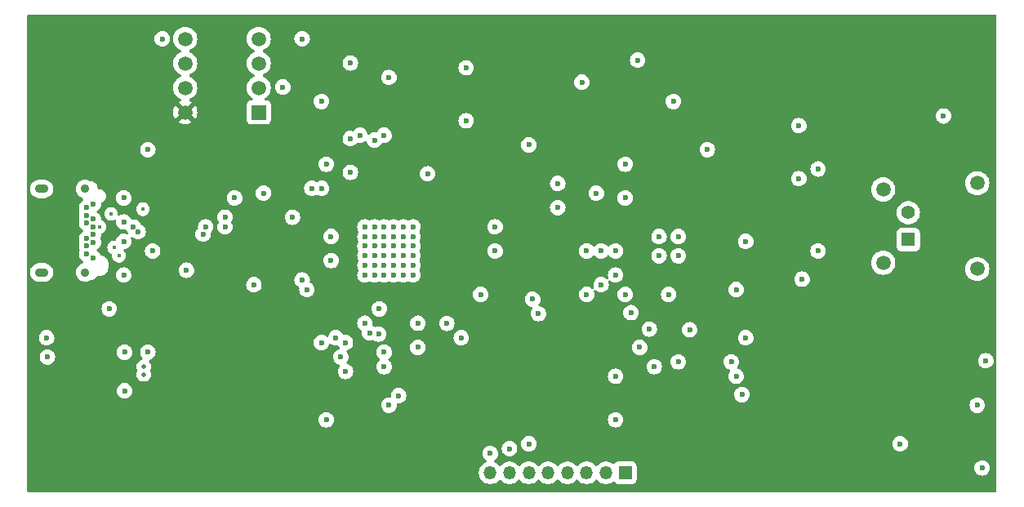
<source format=gbr>
%TF.GenerationSoftware,KiCad,Pcbnew,8.0.2*%
%TF.CreationDate,2025-01-31T23:59:09-08:00*%
%TF.ProjectId,design_revb_2chip,64657369-676e-45f7-9265-76625f326368,rev?*%
%TF.SameCoordinates,Original*%
%TF.FileFunction,Copper,L3,Inr*%
%TF.FilePolarity,Positive*%
%FSLAX46Y46*%
G04 Gerber Fmt 4.6, Leading zero omitted, Abs format (unit mm)*
G04 Created by KiCad (PCBNEW 8.0.2) date 2025-01-31 23:59:09*
%MOMM*%
%LPD*%
G01*
G04 APERTURE LIST*
%TA.AperFunction,ComponentPad*%
%ADD10C,0.499999*%
%TD*%
%TA.AperFunction,ComponentPad*%
%ADD11C,0.600000*%
%TD*%
%TA.AperFunction,ComponentPad*%
%ADD12C,0.900000*%
%TD*%
%TA.AperFunction,ComponentPad*%
%ADD13O,1.400000X0.900000*%
%TD*%
%TA.AperFunction,ComponentPad*%
%ADD14R,1.350000X1.350000*%
%TD*%
%TA.AperFunction,ComponentPad*%
%ADD15O,1.350000X1.350000*%
%TD*%
%TA.AperFunction,ComponentPad*%
%ADD16R,1.498600X1.498600*%
%TD*%
%TA.AperFunction,ComponentPad*%
%ADD17C,1.498600*%
%TD*%
%TA.AperFunction,ComponentPad*%
%ADD18R,1.400000X1.400000*%
%TD*%
%TA.AperFunction,ComponentPad*%
%ADD19C,1.400000*%
%TD*%
%TA.AperFunction,ComponentPad*%
%ADD20C,1.500000*%
%TD*%
%TA.AperFunction,ViaPad*%
%ADD21C,0.600000*%
%TD*%
%TA.AperFunction,ViaPad*%
%ADD22C,0.406400*%
%TD*%
G04 APERTURE END LIST*
D10*
%TO.N,N/C*%
%TO.C,U2*%
X165087500Y-88000000D03*
X165087500Y-88799998D03*
%TD*%
D11*
%TO.N,GND*%
%TO.C,J4*%
X159850000Y-76700000D03*
%TO.N,/USB_SIDE/USB3_TXP*%
X159150000Y-76300000D03*
%TO.N,/USB_SIDE/USB3_TXN*%
X159150000Y-75500000D03*
%TO.N,VBUS*%
X159850000Y-75100000D03*
%TO.N,unconnected-(J4-CC2-PadB5)*%
X159150000Y-74700000D03*
%TO.N,/USB_SIDE/USB2_P*%
X159850000Y-74300000D03*
%TO.N,/USB_SIDE/USB2_N*%
X159850000Y-73500000D03*
%TO.N,unconnected-(J4-SBU2-PadB8)*%
X159150000Y-73100000D03*
%TO.N,VBUS*%
X159850000Y-72700000D03*
%TO.N,/USB_SIDE/USB3_RXN*%
X159150000Y-72300000D03*
%TO.N,/USB_SIDE/USB3_RXP*%
X159150000Y-71500000D03*
%TO.N,GND*%
X159850000Y-71100000D03*
D12*
%TO.N,USB_SHIELD*%
X159000000Y-78230000D03*
X159000000Y-69570000D03*
D13*
X154500000Y-69570000D03*
X154500000Y-78230000D03*
%TD*%
D14*
%TO.N,GPIO10*%
%TO.C,J2*%
X215000000Y-99000000D03*
D15*
%TO.N,GPIO9*%
X213000000Y-99000000D03*
%TO.N,GPIO8*%
X211000000Y-99000000D03*
%TO.N,GPIO7*%
X209000000Y-99000000D03*
%TO.N,GPIO6*%
X207000000Y-99000000D03*
%TO.N,GPIO5*%
X205000000Y-99000000D03*
%TO.N,GPIO4*%
X203000000Y-99000000D03*
%TO.N,GND*%
X201000000Y-99000000D03*
%TD*%
D16*
%TO.N,Net-(U1-EECS{slash}GPIO0)*%
%TO.C,U3*%
X177000000Y-61620000D03*
D17*
%TO.N,Net-(U1-EECLK{slash}GPIO3)*%
X177000000Y-59080000D03*
%TO.N,Net-(U1-EEDI{slash}GPIO1)*%
X177000000Y-56540000D03*
%TO.N,Net-(U1-EEDO{slash}GPIO2)*%
X177000000Y-54000000D03*
%TO.N,GND*%
X169380000Y-54000000D03*
%TO.N,Net-(U3-ORG)*%
X169380000Y-56540000D03*
%TO.N,unconnected-(U3-NC-Pad7)*%
X169380000Y-59080000D03*
%TO.N,VDD33A*%
X169380000Y-61620000D03*
%TD*%
D18*
%TO.N,/ETH_SIDE/BI_DA+*%
%TO.C,J3*%
X244351048Y-74819040D03*
D19*
%TO.N,/ETH_SIDE/BI_DA-*%
X244351048Y-72019040D03*
D20*
%TO.N,Net-(J3-GND_1)*%
X241751048Y-69619040D03*
X241751048Y-77219040D03*
X251501048Y-68969040D03*
X251501048Y-77869040D03*
%TD*%
D21*
%TO.N,GND*%
X223500000Y-65500000D03*
X192000000Y-76500000D03*
X192000000Y-74500000D03*
X233000000Y-63000000D03*
X189000000Y-76500000D03*
X220500000Y-76500000D03*
X189000000Y-75500000D03*
X188000000Y-74500000D03*
X180500000Y-72500000D03*
X189000000Y-73500000D03*
X214000000Y-89000000D03*
X191000000Y-76500000D03*
X218500000Y-76500000D03*
X193000000Y-73500000D03*
X189000000Y-78500000D03*
X193000000Y-75500000D03*
X163000000Y-78500000D03*
X220500000Y-74500000D03*
X194500000Y-68000000D03*
X189000000Y-77500000D03*
X193000000Y-78500000D03*
X183500000Y-85500000D03*
X200007231Y-80507232D03*
X210500000Y-58500000D03*
X191000000Y-73500000D03*
X185000000Y-85000000D03*
X189000000Y-74500000D03*
X155087500Y-87000000D03*
X167000000Y-54000000D03*
X189424407Y-84619715D03*
X188000000Y-76500000D03*
X190000000Y-78500000D03*
X190500000Y-58000000D03*
X191000000Y-77500000D03*
X192000000Y-73500000D03*
X193000000Y-74500000D03*
X188000000Y-78500000D03*
X191000000Y-74500000D03*
X216287863Y-56208422D03*
X188000000Y-73500000D03*
X233000000Y-68500000D03*
X190000000Y-74500000D03*
X163087500Y-86500000D03*
X186000000Y-85500000D03*
X185500000Y-87000000D03*
X252387335Y-87387335D03*
X163087500Y-90500000D03*
X191500000Y-91000000D03*
X190000000Y-77500000D03*
X198500000Y-57000000D03*
X192000000Y-77500000D03*
X191000000Y-75500000D03*
X184000000Y-93500000D03*
X248000000Y-62000000D03*
X188000000Y-75500000D03*
X201500000Y-73500000D03*
X165500000Y-86500000D03*
X193000000Y-77500000D03*
X192000000Y-78500000D03*
X190000000Y-73500000D03*
X193000000Y-76500000D03*
X186500000Y-64345000D03*
X201500000Y-76000000D03*
X235000000Y-67500000D03*
X190000000Y-75500000D03*
X155000000Y-85000000D03*
X165500000Y-65500000D03*
X192000000Y-75500000D03*
X227500000Y-85000000D03*
X191000000Y-78500000D03*
X163000000Y-70500000D03*
X201000000Y-97000000D03*
X198500000Y-62500000D03*
X188000000Y-77500000D03*
X198000000Y-85000000D03*
X190000000Y-76500000D03*
X220000000Y-60500000D03*
X196500000Y-83510416D03*
X176500000Y-79500000D03*
X218500000Y-74500000D03*
%TO.N,VDD33A*%
X189149999Y-68500000D03*
X183500000Y-81500000D03*
X195000000Y-69000000D03*
X187000000Y-85500000D03*
X243801827Y-98301827D03*
X174500000Y-86500000D03*
X198500000Y-73500000D03*
X199000000Y-76000000D03*
X202000000Y-89000000D03*
X182500000Y-65000000D03*
X207000000Y-53000000D03*
X192500000Y-62000000D03*
X184500000Y-72500000D03*
X186000000Y-83000000D03*
X220000000Y-92000000D03*
X167000000Y-62500000D03*
X168000000Y-65000000D03*
X245329331Y-86000000D03*
X202500000Y-79050001D03*
X232000000Y-60500000D03*
%TO.N,VDD12A*%
X189500000Y-82000000D03*
X186500000Y-67845000D03*
X184500000Y-74500000D03*
X193500000Y-83500000D03*
X184500000Y-77000000D03*
%TO.N,VDD12*%
X183500000Y-60500000D03*
%TO.N,XI*%
X186000000Y-88500000D03*
X188000000Y-83500000D03*
%TO.N,XO*%
X190500000Y-92000000D03*
X188500000Y-84500000D03*
%TO.N,/ETH_SIDE/VddioA*%
X205000000Y-65000000D03*
X215000000Y-80500000D03*
%TO.N,/ETH_SIDE/Vdd1p0A*%
X226500000Y-80000000D03*
X215000000Y-67000000D03*
%TO.N,/ETH_SIDE/Vdda3p3*%
X221674265Y-84174265D03*
X220500001Y-87500000D03*
%TO.N,Net-(D4-K)*%
X251500000Y-92000000D03*
%TO.N,/ETH_SIDE/LED_1*%
X252000000Y-98500000D03*
X218000000Y-88000000D03*
%TO.N,VBUS*%
X163000000Y-73000000D03*
X163000000Y-75000000D03*
X161500000Y-82000000D03*
%TO.N,/ETH_SIDE/LED_0_STRP_ON*%
X243500000Y-96000000D03*
%TO.N,GPIO4*%
X203000000Y-96500000D03*
X173500000Y-72500000D03*
%TO.N,GPIO5*%
X205000000Y-96000000D03*
X173500000Y-73500000D03*
%TO.N,RESET_N*%
X177500000Y-70000000D03*
X182000000Y-80000000D03*
X174500000Y-70500000D03*
X184000000Y-67000000D03*
%TO.N,TEST*%
X181500000Y-79000000D03*
%TO.N,Net-(U1-EECLK{slash}GPIO3)*%
X187500000Y-64000000D03*
X179500000Y-59000000D03*
%TO.N,RXD2*%
X208000000Y-69000000D03*
X227100000Y-90900000D03*
%TO.N,TXD3*%
X211000000Y-80500000D03*
X211000000Y-76000000D03*
%TO.N,RX_CTL*%
X227500000Y-75000000D03*
X208000000Y-71500000D03*
%TO.N,RXD1*%
X226500000Y-89000000D03*
X212000000Y-70000000D03*
%TO.N,TXD2*%
X212500000Y-79500000D03*
X212500000Y-76000000D03*
%TO.N,Net-(U1-EEDO{slash}GPIO2)*%
X189000000Y-64500000D03*
X181500000Y-54000000D03*
%TO.N,TXD1*%
X214000000Y-78500000D03*
X214000000Y-76000000D03*
%TO.N,Net-(U1-EEDI{slash}GPIO1)*%
X190000000Y-64000000D03*
X186500000Y-56500000D03*
%TO.N,RXD0*%
X226000000Y-87500000D03*
X215000000Y-70500000D03*
%TO.N,PHY_RESET_N*%
X182500000Y-69500000D03*
X206000000Y-82500000D03*
%TO.N,MDC*%
X190000000Y-86500000D03*
X217499999Y-84100000D03*
%TO.N,PHY_INT_N*%
X183500000Y-69500000D03*
X205400000Y-81000000D03*
%TO.N,REF_25CLK*%
X219500000Y-80500000D03*
X193500000Y-86000000D03*
%TO.N,/ETH_SIDE/BI_DA+*%
X235000000Y-76000000D03*
X233340910Y-78925117D03*
%TO.N,MDIO*%
X216500000Y-86000000D03*
X190000000Y-88000000D03*
D22*
%TO.N,/USB_SIDE/USB2_P*%
X160500000Y-73500000D03*
D21*
X171500000Y-73500000D03*
X164000000Y-73500000D03*
%TO.N,/USB_SIDE/USB2_N*%
X164500000Y-74000000D03*
X171234835Y-74265165D03*
%TO.N,/ETH_SIDE/LED_0_DIP*%
X214000000Y-93500000D03*
X215600000Y-82400000D03*
D22*
%TO.N,/USB_SIDE/USB3_TXN*%
X161685001Y-72150000D03*
%TO.N,/USB_SIDE/USB3_RXN*%
X162000000Y-75650000D03*
D21*
X169500000Y-78000000D03*
X166000000Y-76000000D03*
D22*
%TO.N,/USB_SIDE/USB3_RXP*%
X162500000Y-76500000D03*
%TO.N,/USB_SIDE/USB3_TXP*%
X164993200Y-71675000D03*
X164993200Y-71675000D03*
D21*
%TO.N,VDD33A*%
X197500000Y-82000000D03*
%TD*%
%TA.AperFunction,Conductor*%
%TO.N,VDD33A*%
G36*
X253442539Y-51520185D02*
G01*
X253488294Y-51572989D01*
X253499500Y-51624500D01*
X253499500Y-100875500D01*
X253479815Y-100942539D01*
X253427011Y-100988294D01*
X253375500Y-100999500D01*
X153124500Y-100999500D01*
X153057461Y-100979815D01*
X153011706Y-100927011D01*
X153000500Y-100875500D01*
X153000500Y-98999999D01*
X199819464Y-98999999D01*
X199819464Y-99000000D01*
X199839564Y-99216918D01*
X199839564Y-99216920D01*
X199839565Y-99216923D01*
X199899183Y-99426459D01*
X199996288Y-99621472D01*
X200127573Y-99795322D01*
X200288568Y-99942088D01*
X200288575Y-99942092D01*
X200288576Y-99942093D01*
X200473786Y-100056770D01*
X200473792Y-100056773D01*
X200496664Y-100065633D01*
X200676931Y-100135470D01*
X200891074Y-100175500D01*
X200891076Y-100175500D01*
X201108924Y-100175500D01*
X201108926Y-100175500D01*
X201323069Y-100135470D01*
X201526210Y-100056772D01*
X201711432Y-99942088D01*
X201872427Y-99795322D01*
X201901047Y-99757422D01*
X201957153Y-99715787D01*
X202026865Y-99711094D01*
X202088048Y-99744836D01*
X202098946Y-99757414D01*
X202127573Y-99795322D01*
X202288568Y-99942088D01*
X202288575Y-99942092D01*
X202288576Y-99942093D01*
X202473786Y-100056770D01*
X202473792Y-100056773D01*
X202496664Y-100065633D01*
X202676931Y-100135470D01*
X202891074Y-100175500D01*
X202891076Y-100175500D01*
X203108924Y-100175500D01*
X203108926Y-100175500D01*
X203323069Y-100135470D01*
X203526210Y-100056772D01*
X203711432Y-99942088D01*
X203872427Y-99795322D01*
X203901047Y-99757422D01*
X203957153Y-99715787D01*
X204026865Y-99711094D01*
X204088048Y-99744836D01*
X204098946Y-99757414D01*
X204127573Y-99795322D01*
X204288568Y-99942088D01*
X204288575Y-99942092D01*
X204288576Y-99942093D01*
X204473786Y-100056770D01*
X204473792Y-100056773D01*
X204496664Y-100065633D01*
X204676931Y-100135470D01*
X204891074Y-100175500D01*
X204891076Y-100175500D01*
X205108924Y-100175500D01*
X205108926Y-100175500D01*
X205323069Y-100135470D01*
X205526210Y-100056772D01*
X205711432Y-99942088D01*
X205872427Y-99795322D01*
X205901047Y-99757422D01*
X205957153Y-99715787D01*
X206026865Y-99711094D01*
X206088048Y-99744836D01*
X206098946Y-99757414D01*
X206127573Y-99795322D01*
X206288568Y-99942088D01*
X206288575Y-99942092D01*
X206288576Y-99942093D01*
X206473786Y-100056770D01*
X206473792Y-100056773D01*
X206496664Y-100065633D01*
X206676931Y-100135470D01*
X206891074Y-100175500D01*
X206891076Y-100175500D01*
X207108924Y-100175500D01*
X207108926Y-100175500D01*
X207323069Y-100135470D01*
X207526210Y-100056772D01*
X207711432Y-99942088D01*
X207872427Y-99795322D01*
X207901047Y-99757422D01*
X207957153Y-99715787D01*
X208026865Y-99711094D01*
X208088048Y-99744836D01*
X208098946Y-99757414D01*
X208127573Y-99795322D01*
X208288568Y-99942088D01*
X208288575Y-99942092D01*
X208288576Y-99942093D01*
X208473786Y-100056770D01*
X208473792Y-100056773D01*
X208496664Y-100065633D01*
X208676931Y-100135470D01*
X208891074Y-100175500D01*
X208891076Y-100175500D01*
X209108924Y-100175500D01*
X209108926Y-100175500D01*
X209323069Y-100135470D01*
X209526210Y-100056772D01*
X209711432Y-99942088D01*
X209872427Y-99795322D01*
X209901047Y-99757422D01*
X209957153Y-99715787D01*
X210026865Y-99711094D01*
X210088048Y-99744836D01*
X210098946Y-99757414D01*
X210127573Y-99795322D01*
X210288568Y-99942088D01*
X210288575Y-99942092D01*
X210288576Y-99942093D01*
X210473786Y-100056770D01*
X210473792Y-100056773D01*
X210496664Y-100065633D01*
X210676931Y-100135470D01*
X210891074Y-100175500D01*
X210891076Y-100175500D01*
X211108924Y-100175500D01*
X211108926Y-100175500D01*
X211323069Y-100135470D01*
X211526210Y-100056772D01*
X211711432Y-99942088D01*
X211872427Y-99795322D01*
X211901047Y-99757422D01*
X211957153Y-99715787D01*
X212026865Y-99711094D01*
X212088048Y-99744836D01*
X212098946Y-99757414D01*
X212127573Y-99795322D01*
X212288568Y-99942088D01*
X212288575Y-99942092D01*
X212288576Y-99942093D01*
X212473786Y-100056770D01*
X212473792Y-100056773D01*
X212496664Y-100065633D01*
X212676931Y-100135470D01*
X212891074Y-100175500D01*
X212891076Y-100175500D01*
X213108924Y-100175500D01*
X213108926Y-100175500D01*
X213323069Y-100135470D01*
X213526210Y-100056772D01*
X213711432Y-99942088D01*
X213722407Y-99932082D01*
X213785207Y-99901463D01*
X213854594Y-99909657D01*
X213905214Y-99949405D01*
X213967452Y-100032544D01*
X213967455Y-100032547D01*
X214082664Y-100118793D01*
X214082671Y-100118797D01*
X214217517Y-100169091D01*
X214217516Y-100169091D01*
X214224444Y-100169835D01*
X214277127Y-100175500D01*
X215722872Y-100175499D01*
X215782483Y-100169091D01*
X215917331Y-100118796D01*
X216032546Y-100032546D01*
X216118796Y-99917331D01*
X216169091Y-99782483D01*
X216175500Y-99722873D01*
X216175499Y-98499996D01*
X251194435Y-98499996D01*
X251194435Y-98500003D01*
X251214630Y-98679249D01*
X251214631Y-98679254D01*
X251274211Y-98849523D01*
X251368762Y-98999999D01*
X251370184Y-99002262D01*
X251497738Y-99129816D01*
X251650478Y-99225789D01*
X251820745Y-99285368D01*
X251820750Y-99285369D01*
X251999996Y-99305565D01*
X252000000Y-99305565D01*
X252000004Y-99305565D01*
X252179249Y-99285369D01*
X252179252Y-99285368D01*
X252179255Y-99285368D01*
X252349522Y-99225789D01*
X252502262Y-99129816D01*
X252629816Y-99002262D01*
X252725789Y-98849522D01*
X252785368Y-98679255D01*
X252797279Y-98573541D01*
X252805565Y-98500003D01*
X252805565Y-98499996D01*
X252785369Y-98320750D01*
X252785368Y-98320745D01*
X252749247Y-98217517D01*
X252725789Y-98150478D01*
X252629816Y-97997738D01*
X252502262Y-97870184D01*
X252493264Y-97864530D01*
X252349523Y-97774211D01*
X252179254Y-97714631D01*
X252179249Y-97714630D01*
X252000004Y-97694435D01*
X251999996Y-97694435D01*
X251820750Y-97714630D01*
X251820745Y-97714631D01*
X251650476Y-97774211D01*
X251497737Y-97870184D01*
X251370184Y-97997737D01*
X251274211Y-98150476D01*
X251214631Y-98320745D01*
X251214630Y-98320750D01*
X251194435Y-98499996D01*
X216175499Y-98499996D01*
X216175499Y-98277128D01*
X216169091Y-98217517D01*
X216164302Y-98204678D01*
X216118797Y-98082671D01*
X216118793Y-98082664D01*
X216032547Y-97967455D01*
X216032544Y-97967452D01*
X215917335Y-97881206D01*
X215917328Y-97881202D01*
X215782482Y-97830908D01*
X215782483Y-97830908D01*
X215722883Y-97824501D01*
X215722881Y-97824500D01*
X215722873Y-97824500D01*
X215722864Y-97824500D01*
X214277129Y-97824500D01*
X214277123Y-97824501D01*
X214217516Y-97830908D01*
X214082671Y-97881202D01*
X214082664Y-97881206D01*
X213967455Y-97967452D01*
X213905214Y-98050594D01*
X213849279Y-98092465D01*
X213779588Y-98097448D01*
X213722411Y-98067920D01*
X213711434Y-98057913D01*
X213711429Y-98057910D01*
X213526213Y-97943229D01*
X213526207Y-97943226D01*
X213433145Y-97907174D01*
X213323069Y-97864530D01*
X213108926Y-97824500D01*
X212891074Y-97824500D01*
X212676931Y-97864530D01*
X212633896Y-97881202D01*
X212473792Y-97943226D01*
X212473786Y-97943229D01*
X212288576Y-98057906D01*
X212288566Y-98057913D01*
X212127573Y-98204676D01*
X212098953Y-98242576D01*
X212042844Y-98284211D01*
X211973132Y-98288902D01*
X211911950Y-98255159D01*
X211901047Y-98242576D01*
X211872426Y-98204676D01*
X211711433Y-98057913D01*
X211711423Y-98057906D01*
X211526213Y-97943229D01*
X211526207Y-97943226D01*
X211433145Y-97907174D01*
X211323069Y-97864530D01*
X211108926Y-97824500D01*
X210891074Y-97824500D01*
X210676931Y-97864530D01*
X210633896Y-97881202D01*
X210473792Y-97943226D01*
X210473786Y-97943229D01*
X210288576Y-98057906D01*
X210288566Y-98057913D01*
X210127573Y-98204676D01*
X210098953Y-98242576D01*
X210042844Y-98284211D01*
X209973132Y-98288902D01*
X209911950Y-98255159D01*
X209901047Y-98242576D01*
X209872426Y-98204676D01*
X209711433Y-98057913D01*
X209711423Y-98057906D01*
X209526213Y-97943229D01*
X209526207Y-97943226D01*
X209433145Y-97907174D01*
X209323069Y-97864530D01*
X209108926Y-97824500D01*
X208891074Y-97824500D01*
X208676931Y-97864530D01*
X208633896Y-97881202D01*
X208473792Y-97943226D01*
X208473786Y-97943229D01*
X208288576Y-98057906D01*
X208288566Y-98057913D01*
X208127573Y-98204676D01*
X208098953Y-98242576D01*
X208042844Y-98284211D01*
X207973132Y-98288902D01*
X207911950Y-98255159D01*
X207901047Y-98242576D01*
X207872426Y-98204676D01*
X207711433Y-98057913D01*
X207711423Y-98057906D01*
X207526213Y-97943229D01*
X207526207Y-97943226D01*
X207433145Y-97907174D01*
X207323069Y-97864530D01*
X207108926Y-97824500D01*
X206891074Y-97824500D01*
X206676931Y-97864530D01*
X206633896Y-97881202D01*
X206473792Y-97943226D01*
X206473786Y-97943229D01*
X206288576Y-98057906D01*
X206288566Y-98057913D01*
X206127573Y-98204676D01*
X206098953Y-98242576D01*
X206042844Y-98284211D01*
X205973132Y-98288902D01*
X205911950Y-98255159D01*
X205901047Y-98242576D01*
X205872426Y-98204676D01*
X205711433Y-98057913D01*
X205711423Y-98057906D01*
X205526213Y-97943229D01*
X205526207Y-97943226D01*
X205433145Y-97907174D01*
X205323069Y-97864530D01*
X205108926Y-97824500D01*
X204891074Y-97824500D01*
X204676931Y-97864530D01*
X204633896Y-97881202D01*
X204473792Y-97943226D01*
X204473786Y-97943229D01*
X204288576Y-98057906D01*
X204288566Y-98057913D01*
X204127573Y-98204676D01*
X204098953Y-98242576D01*
X204042844Y-98284211D01*
X203973132Y-98288902D01*
X203911950Y-98255159D01*
X203901047Y-98242576D01*
X203872426Y-98204676D01*
X203711433Y-98057913D01*
X203711423Y-98057906D01*
X203526213Y-97943229D01*
X203526207Y-97943226D01*
X203433145Y-97907174D01*
X203323069Y-97864530D01*
X203108926Y-97824500D01*
X202891074Y-97824500D01*
X202676931Y-97864530D01*
X202633896Y-97881202D01*
X202473792Y-97943226D01*
X202473786Y-97943229D01*
X202288576Y-98057906D01*
X202288566Y-98057913D01*
X202127573Y-98204676D01*
X202098953Y-98242576D01*
X202042844Y-98284211D01*
X201973132Y-98288902D01*
X201911950Y-98255159D01*
X201901047Y-98242576D01*
X201872426Y-98204676D01*
X201711433Y-98057913D01*
X201711423Y-98057906D01*
X201526213Y-97943229D01*
X201526207Y-97943227D01*
X201433141Y-97907172D01*
X201377742Y-97864601D01*
X201354151Y-97798834D01*
X201369862Y-97730754D01*
X201411963Y-97686554D01*
X201502262Y-97629816D01*
X201629816Y-97502262D01*
X201725789Y-97349522D01*
X201785368Y-97179255D01*
X201785369Y-97179249D01*
X201805565Y-97000003D01*
X201805565Y-96999996D01*
X201785369Y-96820750D01*
X201785368Y-96820745D01*
X201752141Y-96725788D01*
X201725789Y-96650478D01*
X201631235Y-96499996D01*
X202194435Y-96499996D01*
X202194435Y-96500003D01*
X202214630Y-96679249D01*
X202214631Y-96679254D01*
X202274211Y-96849523D01*
X202368760Y-96999996D01*
X202370184Y-97002262D01*
X202497738Y-97129816D01*
X202650478Y-97225789D01*
X202820745Y-97285368D01*
X202820750Y-97285369D01*
X202999996Y-97305565D01*
X203000000Y-97305565D01*
X203000004Y-97305565D01*
X203179249Y-97285369D01*
X203179252Y-97285368D01*
X203179255Y-97285368D01*
X203349522Y-97225789D01*
X203502262Y-97129816D01*
X203629816Y-97002262D01*
X203725789Y-96849522D01*
X203785368Y-96679255D01*
X203785369Y-96679249D01*
X203805565Y-96500003D01*
X203805565Y-96499996D01*
X203785369Y-96320750D01*
X203785368Y-96320745D01*
X203741170Y-96194435D01*
X203725789Y-96150478D01*
X203631235Y-95999996D01*
X204194435Y-95999996D01*
X204194435Y-96000003D01*
X204214630Y-96179249D01*
X204214631Y-96179254D01*
X204274211Y-96349523D01*
X204367341Y-96497737D01*
X204370184Y-96502262D01*
X204497738Y-96629816D01*
X204650478Y-96725789D01*
X204820745Y-96785368D01*
X204820750Y-96785369D01*
X204999996Y-96805565D01*
X205000000Y-96805565D01*
X205000004Y-96805565D01*
X205179249Y-96785369D01*
X205179252Y-96785368D01*
X205179255Y-96785368D01*
X205349522Y-96725789D01*
X205502262Y-96629816D01*
X205629816Y-96502262D01*
X205725789Y-96349522D01*
X205785368Y-96179255D01*
X205785369Y-96179249D01*
X205805565Y-96000003D01*
X205805565Y-95999996D01*
X242694435Y-95999996D01*
X242694435Y-96000003D01*
X242714630Y-96179249D01*
X242714631Y-96179254D01*
X242774211Y-96349523D01*
X242867341Y-96497737D01*
X242870184Y-96502262D01*
X242997738Y-96629816D01*
X243150478Y-96725789D01*
X243320745Y-96785368D01*
X243320750Y-96785369D01*
X243499996Y-96805565D01*
X243500000Y-96805565D01*
X243500004Y-96805565D01*
X243679249Y-96785369D01*
X243679252Y-96785368D01*
X243679255Y-96785368D01*
X243849522Y-96725789D01*
X244002262Y-96629816D01*
X244129816Y-96502262D01*
X244225789Y-96349522D01*
X244285368Y-96179255D01*
X244285369Y-96179249D01*
X244305565Y-96000003D01*
X244305565Y-95999996D01*
X244285369Y-95820750D01*
X244285368Y-95820745D01*
X244225788Y-95650476D01*
X244129815Y-95497737D01*
X244002262Y-95370184D01*
X243849523Y-95274211D01*
X243679254Y-95214631D01*
X243679249Y-95214630D01*
X243500004Y-95194435D01*
X243499996Y-95194435D01*
X243320750Y-95214630D01*
X243320745Y-95214631D01*
X243150476Y-95274211D01*
X242997737Y-95370184D01*
X242870184Y-95497737D01*
X242774211Y-95650476D01*
X242714631Y-95820745D01*
X242714630Y-95820750D01*
X242694435Y-95999996D01*
X205805565Y-95999996D01*
X205785369Y-95820750D01*
X205785368Y-95820745D01*
X205725788Y-95650476D01*
X205629815Y-95497737D01*
X205502262Y-95370184D01*
X205349523Y-95274211D01*
X205179254Y-95214631D01*
X205179249Y-95214630D01*
X205000004Y-95194435D01*
X204999996Y-95194435D01*
X204820750Y-95214630D01*
X204820745Y-95214631D01*
X204650476Y-95274211D01*
X204497737Y-95370184D01*
X204370184Y-95497737D01*
X204274211Y-95650476D01*
X204214631Y-95820745D01*
X204214630Y-95820750D01*
X204194435Y-95999996D01*
X203631235Y-95999996D01*
X203629816Y-95997738D01*
X203502262Y-95870184D01*
X203349523Y-95774211D01*
X203179254Y-95714631D01*
X203179249Y-95714630D01*
X203000004Y-95694435D01*
X202999996Y-95694435D01*
X202820750Y-95714630D01*
X202820745Y-95714631D01*
X202650476Y-95774211D01*
X202497737Y-95870184D01*
X202370184Y-95997737D01*
X202274211Y-96150476D01*
X202214631Y-96320745D01*
X202214630Y-96320750D01*
X202194435Y-96499996D01*
X201631235Y-96499996D01*
X201629816Y-96497738D01*
X201502262Y-96370184D01*
X201469379Y-96349522D01*
X201349523Y-96274211D01*
X201179254Y-96214631D01*
X201179249Y-96214630D01*
X201000004Y-96194435D01*
X200999996Y-96194435D01*
X200820750Y-96214630D01*
X200820745Y-96214631D01*
X200650476Y-96274211D01*
X200497737Y-96370184D01*
X200370184Y-96497737D01*
X200274211Y-96650476D01*
X200214631Y-96820745D01*
X200214630Y-96820750D01*
X200194435Y-96999996D01*
X200194435Y-97000003D01*
X200214630Y-97179249D01*
X200214631Y-97179254D01*
X200274211Y-97349523D01*
X200370184Y-97502262D01*
X200497738Y-97629816D01*
X200555893Y-97666357D01*
X200588034Y-97686553D01*
X200634325Y-97738888D01*
X200644973Y-97807942D01*
X200616598Y-97871790D01*
X200566856Y-97907173D01*
X200548187Y-97914405D01*
X200473792Y-97943226D01*
X200473786Y-97943229D01*
X200288576Y-98057906D01*
X200288566Y-98057913D01*
X200127574Y-98204676D01*
X199996288Y-98378527D01*
X199899184Y-98573537D01*
X199839564Y-98783081D01*
X199819464Y-98999999D01*
X153000500Y-98999999D01*
X153000500Y-93499996D01*
X183194435Y-93499996D01*
X183194435Y-93500003D01*
X183214630Y-93679249D01*
X183214631Y-93679254D01*
X183274211Y-93849523D01*
X183370184Y-94002262D01*
X183497738Y-94129816D01*
X183650478Y-94225789D01*
X183820745Y-94285368D01*
X183820750Y-94285369D01*
X183999996Y-94305565D01*
X184000000Y-94305565D01*
X184000004Y-94305565D01*
X184179249Y-94285369D01*
X184179252Y-94285368D01*
X184179255Y-94285368D01*
X184349522Y-94225789D01*
X184502262Y-94129816D01*
X184629816Y-94002262D01*
X184725789Y-93849522D01*
X184785368Y-93679255D01*
X184805565Y-93500000D01*
X184805565Y-93499996D01*
X213194435Y-93499996D01*
X213194435Y-93500003D01*
X213214630Y-93679249D01*
X213214631Y-93679254D01*
X213274211Y-93849523D01*
X213370184Y-94002262D01*
X213497738Y-94129816D01*
X213650478Y-94225789D01*
X213820745Y-94285368D01*
X213820750Y-94285369D01*
X213999996Y-94305565D01*
X214000000Y-94305565D01*
X214000004Y-94305565D01*
X214179249Y-94285369D01*
X214179252Y-94285368D01*
X214179255Y-94285368D01*
X214349522Y-94225789D01*
X214502262Y-94129816D01*
X214629816Y-94002262D01*
X214725789Y-93849522D01*
X214785368Y-93679255D01*
X214805565Y-93500000D01*
X214785368Y-93320745D01*
X214725789Y-93150478D01*
X214629816Y-92997738D01*
X214502262Y-92870184D01*
X214399422Y-92805565D01*
X214349523Y-92774211D01*
X214179254Y-92714631D01*
X214179249Y-92714630D01*
X214000004Y-92694435D01*
X213999996Y-92694435D01*
X213820750Y-92714630D01*
X213820745Y-92714631D01*
X213650476Y-92774211D01*
X213497737Y-92870184D01*
X213370184Y-92997737D01*
X213274211Y-93150476D01*
X213214631Y-93320745D01*
X213214630Y-93320750D01*
X213194435Y-93499996D01*
X184805565Y-93499996D01*
X184785368Y-93320745D01*
X184725789Y-93150478D01*
X184629816Y-92997738D01*
X184502262Y-92870184D01*
X184399422Y-92805565D01*
X184349523Y-92774211D01*
X184179254Y-92714631D01*
X184179249Y-92714630D01*
X184000004Y-92694435D01*
X183999996Y-92694435D01*
X183820750Y-92714630D01*
X183820745Y-92714631D01*
X183650476Y-92774211D01*
X183497737Y-92870184D01*
X183370184Y-92997737D01*
X183274211Y-93150476D01*
X183214631Y-93320745D01*
X183214630Y-93320750D01*
X183194435Y-93499996D01*
X153000500Y-93499996D01*
X153000500Y-91999996D01*
X189694435Y-91999996D01*
X189694435Y-92000003D01*
X189714630Y-92179249D01*
X189714631Y-92179254D01*
X189774211Y-92349523D01*
X189870184Y-92502262D01*
X189997738Y-92629816D01*
X190088080Y-92686582D01*
X190132721Y-92714632D01*
X190150478Y-92725789D01*
X190288860Y-92774211D01*
X190320745Y-92785368D01*
X190320750Y-92785369D01*
X190499996Y-92805565D01*
X190500000Y-92805565D01*
X190500004Y-92805565D01*
X190679249Y-92785369D01*
X190679252Y-92785368D01*
X190679255Y-92785368D01*
X190849522Y-92725789D01*
X191002262Y-92629816D01*
X191129816Y-92502262D01*
X191225789Y-92349522D01*
X191285368Y-92179255D01*
X191305565Y-92000000D01*
X191305565Y-91999996D01*
X250694435Y-91999996D01*
X250694435Y-92000003D01*
X250714630Y-92179249D01*
X250714631Y-92179254D01*
X250774211Y-92349523D01*
X250870184Y-92502262D01*
X250997738Y-92629816D01*
X251088080Y-92686582D01*
X251132721Y-92714632D01*
X251150478Y-92725789D01*
X251288860Y-92774211D01*
X251320745Y-92785368D01*
X251320750Y-92785369D01*
X251499996Y-92805565D01*
X251500000Y-92805565D01*
X251500004Y-92805565D01*
X251679249Y-92785369D01*
X251679252Y-92785368D01*
X251679255Y-92785368D01*
X251849522Y-92725789D01*
X252002262Y-92629816D01*
X252129816Y-92502262D01*
X252225789Y-92349522D01*
X252285368Y-92179255D01*
X252305565Y-92000000D01*
X252298285Y-91935389D01*
X252285369Y-91820750D01*
X252285368Y-91820745D01*
X252237998Y-91685369D01*
X252225789Y-91650478D01*
X252129816Y-91497738D01*
X252002262Y-91370184D01*
X251899422Y-91305565D01*
X251849523Y-91274211D01*
X251679254Y-91214631D01*
X251679249Y-91214630D01*
X251500004Y-91194435D01*
X251499996Y-91194435D01*
X251320750Y-91214630D01*
X251320745Y-91214631D01*
X251150476Y-91274211D01*
X250997737Y-91370184D01*
X250870184Y-91497737D01*
X250774211Y-91650476D01*
X250714631Y-91820745D01*
X250714630Y-91820750D01*
X250694435Y-91999996D01*
X191305565Y-91999996D01*
X191298285Y-91935388D01*
X191310339Y-91866567D01*
X191357688Y-91815188D01*
X191425298Y-91797563D01*
X191435385Y-91798284D01*
X191461857Y-91801267D01*
X191499998Y-91805565D01*
X191500000Y-91805565D01*
X191500004Y-91805565D01*
X191679249Y-91785369D01*
X191679252Y-91785368D01*
X191679255Y-91785368D01*
X191849522Y-91725789D01*
X192002262Y-91629816D01*
X192129816Y-91502262D01*
X192225789Y-91349522D01*
X192285368Y-91179255D01*
X192290531Y-91133433D01*
X192305565Y-91000003D01*
X192305565Y-90999996D01*
X192294298Y-90899996D01*
X226294435Y-90899996D01*
X226294435Y-90900003D01*
X226314630Y-91079249D01*
X226314631Y-91079254D01*
X226374211Y-91249523D01*
X226396735Y-91285369D01*
X226470184Y-91402262D01*
X226597738Y-91529816D01*
X226750478Y-91625789D01*
X226920745Y-91685368D01*
X226920750Y-91685369D01*
X227099996Y-91705565D01*
X227100000Y-91705565D01*
X227100004Y-91705565D01*
X227279249Y-91685369D01*
X227279252Y-91685368D01*
X227279255Y-91685368D01*
X227449522Y-91625789D01*
X227602262Y-91529816D01*
X227729816Y-91402262D01*
X227825789Y-91249522D01*
X227885368Y-91079255D01*
X227894043Y-91002262D01*
X227905565Y-90900003D01*
X227905565Y-90899996D01*
X227885369Y-90720750D01*
X227885368Y-90720745D01*
X227870848Y-90679249D01*
X227825789Y-90550478D01*
X227729816Y-90397738D01*
X227602262Y-90270184D01*
X227513852Y-90214632D01*
X227449523Y-90174211D01*
X227279254Y-90114631D01*
X227279249Y-90114630D01*
X227100004Y-90094435D01*
X227099996Y-90094435D01*
X226920750Y-90114630D01*
X226920745Y-90114631D01*
X226750476Y-90174211D01*
X226597737Y-90270184D01*
X226470184Y-90397737D01*
X226374211Y-90550476D01*
X226314631Y-90720745D01*
X226314630Y-90720750D01*
X226294435Y-90899996D01*
X192294298Y-90899996D01*
X192285369Y-90820750D01*
X192285368Y-90820745D01*
X192250376Y-90720745D01*
X192225789Y-90650478D01*
X192129816Y-90497738D01*
X192002262Y-90370184D01*
X191849523Y-90274211D01*
X191679254Y-90214631D01*
X191679249Y-90214630D01*
X191500004Y-90194435D01*
X191499996Y-90194435D01*
X191320750Y-90214630D01*
X191320745Y-90214631D01*
X191150476Y-90274211D01*
X190997737Y-90370184D01*
X190870184Y-90497737D01*
X190774211Y-90650476D01*
X190714631Y-90820745D01*
X190714630Y-90820750D01*
X190694435Y-90999996D01*
X190694435Y-91000004D01*
X190701714Y-91064611D01*
X190689659Y-91133433D01*
X190642310Y-91184812D01*
X190574699Y-91202436D01*
X190564611Y-91201714D01*
X190500004Y-91194435D01*
X190499996Y-91194435D01*
X190320750Y-91214630D01*
X190320745Y-91214631D01*
X190150476Y-91274211D01*
X189997737Y-91370184D01*
X189870184Y-91497737D01*
X189774211Y-91650476D01*
X189714631Y-91820745D01*
X189714630Y-91820750D01*
X189694435Y-91999996D01*
X153000500Y-91999996D01*
X153000500Y-90499996D01*
X162281935Y-90499996D01*
X162281935Y-90500003D01*
X162302130Y-90679249D01*
X162302131Y-90679254D01*
X162361711Y-90849523D01*
X162393426Y-90899996D01*
X162457684Y-91002262D01*
X162585238Y-91129816D01*
X162663910Y-91179249D01*
X162720221Y-91214632D01*
X162737978Y-91225789D01*
X162805806Y-91249523D01*
X162908245Y-91285368D01*
X162908250Y-91285369D01*
X163087496Y-91305565D01*
X163087500Y-91305565D01*
X163087504Y-91305565D01*
X163266749Y-91285369D01*
X163266752Y-91285368D01*
X163266755Y-91285368D01*
X163437022Y-91225789D01*
X163589762Y-91129816D01*
X163717316Y-91002262D01*
X163813289Y-90849522D01*
X163872868Y-90679255D01*
X163872869Y-90679249D01*
X163893065Y-90500003D01*
X163893065Y-90499996D01*
X163872869Y-90320750D01*
X163872868Y-90320745D01*
X163828670Y-90194435D01*
X163813289Y-90150478D01*
X163790765Y-90114632D01*
X163717315Y-89997737D01*
X163589762Y-89870184D01*
X163437023Y-89774211D01*
X163266754Y-89714631D01*
X163266749Y-89714630D01*
X163087504Y-89694435D01*
X163087496Y-89694435D01*
X162908250Y-89714630D01*
X162908245Y-89714631D01*
X162737976Y-89774211D01*
X162585237Y-89870184D01*
X162457684Y-89997737D01*
X162361711Y-90150476D01*
X162302131Y-90320745D01*
X162302130Y-90320750D01*
X162281935Y-90499996D01*
X153000500Y-90499996D01*
X153000500Y-87999997D01*
X164332252Y-87999997D01*
X164332252Y-88000002D01*
X164351186Y-88168053D01*
X164351187Y-88168056D01*
X164407045Y-88327691D01*
X164411027Y-88334028D01*
X164430027Y-88401265D01*
X164411027Y-88465970D01*
X164407045Y-88472306D01*
X164351187Y-88631941D01*
X164351186Y-88631944D01*
X164332252Y-88799995D01*
X164332252Y-88800000D01*
X164351186Y-88968051D01*
X164351187Y-88968054D01*
X164407045Y-89127689D01*
X164468685Y-89225788D01*
X164497023Y-89270887D01*
X164616611Y-89390475D01*
X164759810Y-89480453D01*
X164919442Y-89536310D01*
X164919443Y-89536310D01*
X164919446Y-89536311D01*
X165087497Y-89555246D01*
X165087500Y-89555246D01*
X165087503Y-89555246D01*
X165255553Y-89536311D01*
X165255554Y-89536310D01*
X165255558Y-89536310D01*
X165415190Y-89480453D01*
X165558389Y-89390475D01*
X165677977Y-89270887D01*
X165767955Y-89127688D01*
X165823812Y-88968056D01*
X165840411Y-88820745D01*
X165842748Y-88800000D01*
X165842748Y-88799995D01*
X165823813Y-88631944D01*
X165823812Y-88631941D01*
X165823812Y-88631940D01*
X165767955Y-88472308D01*
X165763974Y-88465973D01*
X165744973Y-88398738D01*
X165763975Y-88334024D01*
X165767955Y-88327690D01*
X165823812Y-88168058D01*
X165829219Y-88120077D01*
X165842748Y-88000002D01*
X165842748Y-87999997D01*
X165823813Y-87831946D01*
X165823812Y-87831943D01*
X165819895Y-87820750D01*
X165767955Y-87672310D01*
X165677977Y-87529111D01*
X165637290Y-87488424D01*
X165603805Y-87427101D01*
X165608789Y-87357409D01*
X165650661Y-87301476D01*
X165684013Y-87283703D01*
X165849522Y-87225789D01*
X166002262Y-87129816D01*
X166129816Y-87002262D01*
X166225789Y-86849522D01*
X166285368Y-86679255D01*
X166285369Y-86679249D01*
X166305565Y-86500003D01*
X166305565Y-86499996D01*
X166285369Y-86320750D01*
X166285368Y-86320745D01*
X166248237Y-86214630D01*
X166225789Y-86150478D01*
X166129816Y-85997738D01*
X166002262Y-85870184D01*
X165963121Y-85845590D01*
X165849523Y-85774211D01*
X165679254Y-85714631D01*
X165679249Y-85714630D01*
X165500004Y-85694435D01*
X165499996Y-85694435D01*
X165320750Y-85714630D01*
X165320745Y-85714631D01*
X165150476Y-85774211D01*
X164997737Y-85870184D01*
X164870184Y-85997737D01*
X164774211Y-86150476D01*
X164714631Y-86320745D01*
X164714630Y-86320750D01*
X164694435Y-86499996D01*
X164694435Y-86500003D01*
X164714630Y-86679249D01*
X164714631Y-86679254D01*
X164774211Y-86849523D01*
X164870184Y-87002262D01*
X164937069Y-87069147D01*
X164970554Y-87130470D01*
X164965570Y-87200162D01*
X164923698Y-87256095D01*
X164890343Y-87273870D01*
X164759807Y-87319546D01*
X164616610Y-87409523D01*
X164497023Y-87529110D01*
X164407045Y-87672308D01*
X164351187Y-87831943D01*
X164351186Y-87831946D01*
X164332252Y-87999997D01*
X153000500Y-87999997D01*
X153000500Y-86999996D01*
X154281935Y-86999996D01*
X154281935Y-87000003D01*
X154302130Y-87179249D01*
X154302131Y-87179254D01*
X154361711Y-87349523D01*
X154385472Y-87387338D01*
X154457684Y-87502262D01*
X154585238Y-87629816D01*
X154652864Y-87672308D01*
X154720221Y-87714632D01*
X154737978Y-87725789D01*
X154876360Y-87774211D01*
X154908245Y-87785368D01*
X154908250Y-87785369D01*
X155087496Y-87805565D01*
X155087500Y-87805565D01*
X155087504Y-87805565D01*
X155266749Y-87785369D01*
X155266752Y-87785368D01*
X155266755Y-87785368D01*
X155437022Y-87725789D01*
X155589762Y-87629816D01*
X155717316Y-87502262D01*
X155813289Y-87349522D01*
X155872868Y-87179255D01*
X155873938Y-87169758D01*
X155893065Y-87000003D01*
X155893065Y-86999996D01*
X155872869Y-86820750D01*
X155872868Y-86820745D01*
X155828670Y-86694435D01*
X155813289Y-86650478D01*
X155782807Y-86601967D01*
X155770117Y-86581770D01*
X155718735Y-86499996D01*
X162281935Y-86499996D01*
X162281935Y-86500003D01*
X162302130Y-86679249D01*
X162302131Y-86679254D01*
X162361711Y-86849523D01*
X162384049Y-86885073D01*
X162457684Y-87002262D01*
X162585238Y-87129816D01*
X162648805Y-87169758D01*
X162720221Y-87214632D01*
X162737978Y-87225789D01*
X162875386Y-87273870D01*
X162908245Y-87285368D01*
X162908250Y-87285369D01*
X163087496Y-87305565D01*
X163087500Y-87305565D01*
X163087504Y-87305565D01*
X163266749Y-87285369D01*
X163266752Y-87285368D01*
X163266755Y-87285368D01*
X163437022Y-87225789D01*
X163589762Y-87129816D01*
X163717316Y-87002262D01*
X163813289Y-86849522D01*
X163872868Y-86679255D01*
X163872869Y-86679249D01*
X163893065Y-86500003D01*
X163893065Y-86499996D01*
X163872869Y-86320750D01*
X163872868Y-86320745D01*
X163835737Y-86214630D01*
X163813289Y-86150478D01*
X163717316Y-85997738D01*
X163589762Y-85870184D01*
X163550621Y-85845590D01*
X163437023Y-85774211D01*
X163266754Y-85714631D01*
X163266749Y-85714630D01*
X163087504Y-85694435D01*
X163087496Y-85694435D01*
X162908250Y-85714630D01*
X162908245Y-85714631D01*
X162737976Y-85774211D01*
X162585237Y-85870184D01*
X162457684Y-85997737D01*
X162361711Y-86150476D01*
X162302131Y-86320745D01*
X162302130Y-86320750D01*
X162281935Y-86499996D01*
X155718735Y-86499996D01*
X155717316Y-86497738D01*
X155589762Y-86370184D01*
X155437023Y-86274211D01*
X155266754Y-86214631D01*
X155266749Y-86214630D01*
X155087504Y-86194435D01*
X155087496Y-86194435D01*
X154908250Y-86214630D01*
X154908245Y-86214631D01*
X154737976Y-86274211D01*
X154585237Y-86370184D01*
X154457684Y-86497737D01*
X154361711Y-86650476D01*
X154302131Y-86820745D01*
X154302130Y-86820750D01*
X154281935Y-86999996D01*
X153000500Y-86999996D01*
X153000500Y-84999996D01*
X154194435Y-84999996D01*
X154194435Y-85000003D01*
X154214630Y-85179249D01*
X154214631Y-85179254D01*
X154274211Y-85349523D01*
X154291756Y-85377445D01*
X154370184Y-85502262D01*
X154497738Y-85629816D01*
X154565959Y-85672682D01*
X154632721Y-85714632D01*
X154650478Y-85725789D01*
X154788860Y-85774211D01*
X154820745Y-85785368D01*
X154820750Y-85785369D01*
X154999996Y-85805565D01*
X155000000Y-85805565D01*
X155000004Y-85805565D01*
X155179249Y-85785369D01*
X155179252Y-85785368D01*
X155179255Y-85785368D01*
X155349522Y-85725789D01*
X155502262Y-85629816D01*
X155629816Y-85502262D01*
X155631240Y-85499996D01*
X182694435Y-85499996D01*
X182694435Y-85500003D01*
X182714630Y-85679249D01*
X182714631Y-85679254D01*
X182774211Y-85849523D01*
X182867341Y-85997737D01*
X182870184Y-86002262D01*
X182997738Y-86129816D01*
X183076410Y-86179249D01*
X183132721Y-86214632D01*
X183150478Y-86225789D01*
X183288860Y-86274211D01*
X183320745Y-86285368D01*
X183320750Y-86285369D01*
X183499996Y-86305565D01*
X183500000Y-86305565D01*
X183500004Y-86305565D01*
X183679249Y-86285369D01*
X183679252Y-86285368D01*
X183679255Y-86285368D01*
X183849522Y-86225789D01*
X184002262Y-86129816D01*
X184129816Y-86002262D01*
X184225789Y-85849522D01*
X184285368Y-85679255D01*
X184285368Y-85679254D01*
X184287668Y-85672682D01*
X184290370Y-85673627D01*
X184318176Y-85623882D01*
X184379827Y-85591005D01*
X184449466Y-85596678D01*
X184492667Y-85624745D01*
X184497738Y-85629816D01*
X184565959Y-85672682D01*
X184632721Y-85714632D01*
X184650478Y-85725789D01*
X184788860Y-85774211D01*
X184820745Y-85785368D01*
X184820750Y-85785369D01*
X184999996Y-85805565D01*
X185000000Y-85805565D01*
X185000003Y-85805565D01*
X185152862Y-85788342D01*
X185221684Y-85800396D01*
X185271740Y-85845590D01*
X185370184Y-86002262D01*
X185375254Y-86007332D01*
X185408739Y-86068655D01*
X185403755Y-86138347D01*
X185361883Y-86194280D01*
X185326703Y-86210577D01*
X185327318Y-86212332D01*
X185150476Y-86274211D01*
X184997737Y-86370184D01*
X184870184Y-86497737D01*
X184774211Y-86650476D01*
X184714631Y-86820745D01*
X184714630Y-86820750D01*
X184694435Y-86999996D01*
X184694435Y-87000003D01*
X184714630Y-87179249D01*
X184714631Y-87179254D01*
X184774211Y-87349523D01*
X184797972Y-87387338D01*
X184870184Y-87502262D01*
X184997738Y-87629816D01*
X185065364Y-87672308D01*
X185132721Y-87714632D01*
X185150478Y-87725789D01*
X185288860Y-87774211D01*
X185327318Y-87787668D01*
X185326373Y-87790367D01*
X185376132Y-87818192D01*
X185408998Y-87879848D01*
X185403313Y-87949486D01*
X185375259Y-87992663D01*
X185370183Y-87997738D01*
X185274211Y-88150476D01*
X185214631Y-88320745D01*
X185214630Y-88320750D01*
X185194435Y-88499996D01*
X185194435Y-88500003D01*
X185214630Y-88679249D01*
X185214631Y-88679254D01*
X185274211Y-88849523D01*
X185348688Y-88968051D01*
X185370184Y-89002262D01*
X185497738Y-89129816D01*
X185650478Y-89225789D01*
X185779361Y-89270887D01*
X185820745Y-89285368D01*
X185820750Y-89285369D01*
X185999996Y-89305565D01*
X186000000Y-89305565D01*
X186000004Y-89305565D01*
X186179249Y-89285369D01*
X186179252Y-89285368D01*
X186179255Y-89285368D01*
X186349522Y-89225789D01*
X186502262Y-89129816D01*
X186629816Y-89002262D01*
X186631240Y-88999996D01*
X213194435Y-88999996D01*
X213194435Y-89000003D01*
X213214630Y-89179249D01*
X213214631Y-89179254D01*
X213274211Y-89349523D01*
X213356480Y-89480452D01*
X213370184Y-89502262D01*
X213497738Y-89629816D01*
X213588080Y-89686582D01*
X213632721Y-89714632D01*
X213650478Y-89725789D01*
X213788860Y-89774211D01*
X213820745Y-89785368D01*
X213820750Y-89785369D01*
X213999996Y-89805565D01*
X214000000Y-89805565D01*
X214000004Y-89805565D01*
X214179249Y-89785369D01*
X214179252Y-89785368D01*
X214179255Y-89785368D01*
X214349522Y-89725789D01*
X214502262Y-89629816D01*
X214629816Y-89502262D01*
X214725789Y-89349522D01*
X214785368Y-89179255D01*
X214785369Y-89179249D01*
X214805565Y-89000003D01*
X214805565Y-88999996D01*
X214785369Y-88820750D01*
X214785368Y-88820745D01*
X214752141Y-88725788D01*
X214725789Y-88650478D01*
X214714141Y-88631941D01*
X214686582Y-88588080D01*
X214629816Y-88497738D01*
X214502262Y-88370184D01*
X214434635Y-88327691D01*
X214349523Y-88274211D01*
X214179254Y-88214631D01*
X214179249Y-88214630D01*
X214000004Y-88194435D01*
X213999996Y-88194435D01*
X213820750Y-88214630D01*
X213820745Y-88214631D01*
X213650476Y-88274211D01*
X213497737Y-88370184D01*
X213370184Y-88497737D01*
X213274211Y-88650476D01*
X213214631Y-88820745D01*
X213214630Y-88820750D01*
X213194435Y-88999996D01*
X186631240Y-88999996D01*
X186725789Y-88849522D01*
X186785368Y-88679255D01*
X186785369Y-88679249D01*
X186805565Y-88500003D01*
X186805565Y-88499996D01*
X186785369Y-88320750D01*
X186785368Y-88320745D01*
X186748237Y-88214630D01*
X186725789Y-88150478D01*
X186629816Y-87997738D01*
X186502262Y-87870184D01*
X186441402Y-87831943D01*
X186349523Y-87774211D01*
X186172682Y-87712332D01*
X186173622Y-87709644D01*
X186123814Y-87681754D01*
X186090985Y-87620077D01*
X186096713Y-87550442D01*
X186124745Y-87507332D01*
X186129816Y-87502262D01*
X186225789Y-87349522D01*
X186285368Y-87179255D01*
X186286438Y-87169758D01*
X186305565Y-87000003D01*
X186305565Y-86999996D01*
X186285369Y-86820750D01*
X186285368Y-86820745D01*
X186241170Y-86694435D01*
X186225789Y-86650478D01*
X186195307Y-86601967D01*
X186182617Y-86581770D01*
X186131235Y-86499996D01*
X189194435Y-86499996D01*
X189194435Y-86500003D01*
X189214630Y-86679249D01*
X189214631Y-86679254D01*
X189274211Y-86849523D01*
X189296549Y-86885073D01*
X189370184Y-87002262D01*
X189497738Y-87129816D01*
X189498779Y-87130470D01*
X189521913Y-87145006D01*
X189568204Y-87197341D01*
X189578852Y-87266395D01*
X189550477Y-87330243D01*
X189521913Y-87354994D01*
X189497737Y-87370184D01*
X189370184Y-87497737D01*
X189274211Y-87650476D01*
X189214631Y-87820745D01*
X189214630Y-87820750D01*
X189194435Y-87999996D01*
X189194435Y-88000003D01*
X189214630Y-88179249D01*
X189214631Y-88179254D01*
X189274211Y-88349523D01*
X189347380Y-88465970D01*
X189370184Y-88502262D01*
X189497738Y-88629816D01*
X189650478Y-88725789D01*
X189820745Y-88785368D01*
X189820750Y-88785369D01*
X189999996Y-88805565D01*
X190000000Y-88805565D01*
X190000004Y-88805565D01*
X190179249Y-88785369D01*
X190179252Y-88785368D01*
X190179255Y-88785368D01*
X190349522Y-88725789D01*
X190502262Y-88629816D01*
X190629816Y-88502262D01*
X190725789Y-88349522D01*
X190785368Y-88179255D01*
X190786106Y-88172704D01*
X190805565Y-88000003D01*
X190805565Y-87999996D01*
X217194435Y-87999996D01*
X217194435Y-88000003D01*
X217214630Y-88179249D01*
X217214631Y-88179254D01*
X217274211Y-88349523D01*
X217347380Y-88465970D01*
X217370184Y-88502262D01*
X217497738Y-88629816D01*
X217650478Y-88725789D01*
X217820745Y-88785368D01*
X217820750Y-88785369D01*
X217999996Y-88805565D01*
X218000000Y-88805565D01*
X218000004Y-88805565D01*
X218179249Y-88785369D01*
X218179252Y-88785368D01*
X218179255Y-88785368D01*
X218349522Y-88725789D01*
X218502262Y-88629816D01*
X218629816Y-88502262D01*
X218725789Y-88349522D01*
X218785368Y-88179255D01*
X218786106Y-88172704D01*
X218805565Y-88000003D01*
X218805565Y-87999996D01*
X218785369Y-87820750D01*
X218785368Y-87820745D01*
X218748237Y-87714632D01*
X218725789Y-87650478D01*
X218631235Y-87499996D01*
X219694436Y-87499996D01*
X219694436Y-87500003D01*
X219714631Y-87679249D01*
X219714632Y-87679254D01*
X219774212Y-87849523D01*
X219864154Y-87992663D01*
X219870185Y-88002262D01*
X219997739Y-88129816D01*
X220058593Y-88168053D01*
X220132722Y-88214632D01*
X220150479Y-88225789D01*
X220288861Y-88274211D01*
X220320746Y-88285368D01*
X220320751Y-88285369D01*
X220499997Y-88305565D01*
X220500001Y-88305565D01*
X220500005Y-88305565D01*
X220679250Y-88285369D01*
X220679253Y-88285368D01*
X220679256Y-88285368D01*
X220849523Y-88225789D01*
X221002263Y-88129816D01*
X221129817Y-88002262D01*
X221225790Y-87849522D01*
X221285369Y-87679255D01*
X221286152Y-87672308D01*
X221305566Y-87500003D01*
X221305566Y-87499996D01*
X225194435Y-87499996D01*
X225194435Y-87500003D01*
X225214630Y-87679249D01*
X225214631Y-87679254D01*
X225274211Y-87849523D01*
X225364153Y-87992663D01*
X225370184Y-88002262D01*
X225497738Y-88129816D01*
X225558592Y-88168053D01*
X225632721Y-88214632D01*
X225650478Y-88225789D01*
X225788860Y-88274211D01*
X225827318Y-88287668D01*
X225826373Y-88290367D01*
X225876132Y-88318192D01*
X225908998Y-88379848D01*
X225903313Y-88449486D01*
X225875259Y-88492663D01*
X225870183Y-88497738D01*
X225774211Y-88650476D01*
X225714631Y-88820745D01*
X225714630Y-88820750D01*
X225694435Y-88999996D01*
X225694435Y-89000003D01*
X225714630Y-89179249D01*
X225714631Y-89179254D01*
X225774211Y-89349523D01*
X225856480Y-89480452D01*
X225870184Y-89502262D01*
X225997738Y-89629816D01*
X226088080Y-89686582D01*
X226132721Y-89714632D01*
X226150478Y-89725789D01*
X226288860Y-89774211D01*
X226320745Y-89785368D01*
X226320750Y-89785369D01*
X226499996Y-89805565D01*
X226500000Y-89805565D01*
X226500004Y-89805565D01*
X226679249Y-89785369D01*
X226679252Y-89785368D01*
X226679255Y-89785368D01*
X226849522Y-89725789D01*
X227002262Y-89629816D01*
X227129816Y-89502262D01*
X227225789Y-89349522D01*
X227285368Y-89179255D01*
X227285369Y-89179249D01*
X227305565Y-89000003D01*
X227305565Y-88999996D01*
X227285369Y-88820750D01*
X227285368Y-88820745D01*
X227252141Y-88725788D01*
X227225789Y-88650478D01*
X227214141Y-88631941D01*
X227186582Y-88588080D01*
X227129816Y-88497738D01*
X227002262Y-88370184D01*
X226934635Y-88327691D01*
X226849523Y-88274211D01*
X226672682Y-88212332D01*
X226673622Y-88209644D01*
X226623814Y-88181754D01*
X226590985Y-88120077D01*
X226596713Y-88050442D01*
X226624745Y-88007332D01*
X226629816Y-88002262D01*
X226725789Y-87849522D01*
X226785368Y-87679255D01*
X226786151Y-87672308D01*
X226805565Y-87500003D01*
X226805565Y-87499996D01*
X226792871Y-87387331D01*
X251581770Y-87387331D01*
X251581770Y-87387338D01*
X251601965Y-87566584D01*
X251601966Y-87566589D01*
X251661546Y-87736858D01*
X251721294Y-87831946D01*
X251757519Y-87889597D01*
X251885073Y-88017151D01*
X252037813Y-88113124D01*
X252144559Y-88150476D01*
X252208080Y-88172703D01*
X252208085Y-88172704D01*
X252387331Y-88192900D01*
X252387335Y-88192900D01*
X252387339Y-88192900D01*
X252566584Y-88172704D01*
X252566587Y-88172703D01*
X252566590Y-88172703D01*
X252736857Y-88113124D01*
X252889597Y-88017151D01*
X253017151Y-87889597D01*
X253113124Y-87736857D01*
X253172703Y-87566590D01*
X253172704Y-87566584D01*
X253192900Y-87387338D01*
X253192900Y-87387331D01*
X253172704Y-87208085D01*
X253172703Y-87208080D01*
X253162615Y-87179249D01*
X253113124Y-87037813D01*
X253089364Y-87000000D01*
X253017150Y-86885072D01*
X252889597Y-86757519D01*
X252736858Y-86661546D01*
X252566589Y-86601966D01*
X252566584Y-86601965D01*
X252387339Y-86581770D01*
X252387331Y-86581770D01*
X252208085Y-86601965D01*
X252208080Y-86601966D01*
X252037811Y-86661546D01*
X251885072Y-86757519D01*
X251757519Y-86885072D01*
X251661546Y-87037811D01*
X251601966Y-87208080D01*
X251601965Y-87208085D01*
X251581770Y-87387331D01*
X226792871Y-87387331D01*
X226785369Y-87320750D01*
X226785368Y-87320745D01*
X226748237Y-87214630D01*
X226725789Y-87150478D01*
X226629816Y-86997738D01*
X226502262Y-86870184D01*
X226469379Y-86849522D01*
X226349523Y-86774211D01*
X226179254Y-86714631D01*
X226179249Y-86714630D01*
X226000004Y-86694435D01*
X225999996Y-86694435D01*
X225820750Y-86714630D01*
X225820745Y-86714631D01*
X225650476Y-86774211D01*
X225497737Y-86870184D01*
X225370184Y-86997737D01*
X225274211Y-87150476D01*
X225214631Y-87320745D01*
X225214630Y-87320750D01*
X225194435Y-87499996D01*
X221305566Y-87499996D01*
X221285370Y-87320750D01*
X221285369Y-87320745D01*
X221248238Y-87214630D01*
X221225790Y-87150478D01*
X221129817Y-86997738D01*
X221002263Y-86870184D01*
X220969380Y-86849522D01*
X220849524Y-86774211D01*
X220679255Y-86714631D01*
X220679250Y-86714630D01*
X220500005Y-86694435D01*
X220499997Y-86694435D01*
X220320751Y-86714630D01*
X220320746Y-86714631D01*
X220150477Y-86774211D01*
X219997738Y-86870184D01*
X219870185Y-86997737D01*
X219774212Y-87150476D01*
X219714632Y-87320745D01*
X219714631Y-87320750D01*
X219694436Y-87499996D01*
X218631235Y-87499996D01*
X218629816Y-87497738D01*
X218502262Y-87370184D01*
X218469379Y-87349522D01*
X218349523Y-87274211D01*
X218179254Y-87214631D01*
X218179249Y-87214630D01*
X218000004Y-87194435D01*
X217999996Y-87194435D01*
X217820750Y-87214630D01*
X217820745Y-87214631D01*
X217650476Y-87274211D01*
X217497737Y-87370184D01*
X217370184Y-87497737D01*
X217274211Y-87650476D01*
X217214631Y-87820745D01*
X217214630Y-87820750D01*
X217194435Y-87999996D01*
X190805565Y-87999996D01*
X190785369Y-87820750D01*
X190785368Y-87820745D01*
X190748237Y-87714632D01*
X190725789Y-87650478D01*
X190629816Y-87497738D01*
X190502262Y-87370184D01*
X190478084Y-87354992D01*
X190431796Y-87302661D01*
X190421146Y-87233607D01*
X190449521Y-87169758D01*
X190478082Y-87145009D01*
X190502262Y-87129816D01*
X190629816Y-87002262D01*
X190725789Y-86849522D01*
X190785368Y-86679255D01*
X190785369Y-86679249D01*
X190805565Y-86500003D01*
X190805565Y-86499996D01*
X190785369Y-86320750D01*
X190785368Y-86320745D01*
X190748237Y-86214630D01*
X190725789Y-86150478D01*
X190631235Y-85999996D01*
X192694435Y-85999996D01*
X192694435Y-86000003D01*
X192714630Y-86179249D01*
X192714631Y-86179254D01*
X192774211Y-86349523D01*
X192825623Y-86431344D01*
X192870184Y-86502262D01*
X192997738Y-86629816D01*
X193048236Y-86661546D01*
X193132721Y-86714632D01*
X193150478Y-86725789D01*
X193288860Y-86774211D01*
X193320745Y-86785368D01*
X193320750Y-86785369D01*
X193499996Y-86805565D01*
X193500000Y-86805565D01*
X193500004Y-86805565D01*
X193679249Y-86785369D01*
X193679252Y-86785368D01*
X193679255Y-86785368D01*
X193849522Y-86725789D01*
X194002262Y-86629816D01*
X194129816Y-86502262D01*
X194225789Y-86349522D01*
X194285368Y-86179255D01*
X194285369Y-86179249D01*
X194305565Y-86000003D01*
X194305565Y-85999996D01*
X215694435Y-85999996D01*
X215694435Y-86000003D01*
X215714630Y-86179249D01*
X215714631Y-86179254D01*
X215774211Y-86349523D01*
X215825623Y-86431344D01*
X215870184Y-86502262D01*
X215997738Y-86629816D01*
X216048236Y-86661546D01*
X216132721Y-86714632D01*
X216150478Y-86725789D01*
X216288860Y-86774211D01*
X216320745Y-86785368D01*
X216320750Y-86785369D01*
X216499996Y-86805565D01*
X216500000Y-86805565D01*
X216500004Y-86805565D01*
X216679249Y-86785369D01*
X216679252Y-86785368D01*
X216679255Y-86785368D01*
X216849522Y-86725789D01*
X217002262Y-86629816D01*
X217129816Y-86502262D01*
X217225789Y-86349522D01*
X217285368Y-86179255D01*
X217285369Y-86179249D01*
X217305565Y-86000003D01*
X217305565Y-85999996D01*
X217285369Y-85820750D01*
X217285368Y-85820745D01*
X217269085Y-85774211D01*
X217225789Y-85650478D01*
X217129816Y-85497738D01*
X217002262Y-85370184D01*
X216962984Y-85345504D01*
X216849523Y-85274211D01*
X216679254Y-85214631D01*
X216679249Y-85214630D01*
X216500004Y-85194435D01*
X216499996Y-85194435D01*
X216320750Y-85214630D01*
X216320745Y-85214631D01*
X216150476Y-85274211D01*
X215997737Y-85370184D01*
X215870184Y-85497737D01*
X215774211Y-85650476D01*
X215714631Y-85820745D01*
X215714630Y-85820750D01*
X215694435Y-85999996D01*
X194305565Y-85999996D01*
X194285369Y-85820750D01*
X194285368Y-85820745D01*
X194269085Y-85774211D01*
X194225789Y-85650478D01*
X194129816Y-85497738D01*
X194002262Y-85370184D01*
X193962984Y-85345504D01*
X193849523Y-85274211D01*
X193679254Y-85214631D01*
X193679249Y-85214630D01*
X193500004Y-85194435D01*
X193499996Y-85194435D01*
X193320750Y-85214630D01*
X193320745Y-85214631D01*
X193150476Y-85274211D01*
X192997737Y-85370184D01*
X192870184Y-85497737D01*
X192774211Y-85650476D01*
X192714631Y-85820745D01*
X192714630Y-85820750D01*
X192694435Y-85999996D01*
X190631235Y-85999996D01*
X190629816Y-85997738D01*
X190502262Y-85870184D01*
X190463121Y-85845590D01*
X190349523Y-85774211D01*
X190179254Y-85714631D01*
X190179249Y-85714630D01*
X190000004Y-85694435D01*
X189999996Y-85694435D01*
X189820750Y-85714630D01*
X189820745Y-85714631D01*
X189650476Y-85774211D01*
X189497737Y-85870184D01*
X189370184Y-85997737D01*
X189274211Y-86150476D01*
X189214631Y-86320745D01*
X189214630Y-86320750D01*
X189194435Y-86499996D01*
X186131235Y-86499996D01*
X186129816Y-86497738D01*
X186124745Y-86492667D01*
X186091260Y-86431344D01*
X186096244Y-86361652D01*
X186138116Y-86305719D01*
X186173301Y-86289439D01*
X186172682Y-86287668D01*
X186179255Y-86285368D01*
X186349522Y-86225789D01*
X186502262Y-86129816D01*
X186629816Y-86002262D01*
X186725789Y-85849522D01*
X186785368Y-85679255D01*
X186786109Y-85672682D01*
X186805565Y-85500003D01*
X186805565Y-85499996D01*
X186785369Y-85320750D01*
X186785368Y-85320745D01*
X186756303Y-85237682D01*
X186725789Y-85150478D01*
X186629816Y-84997738D01*
X186502262Y-84870184D01*
X186469379Y-84849522D01*
X186349523Y-84774211D01*
X186179254Y-84714631D01*
X186179249Y-84714630D01*
X186000004Y-84694435D01*
X185999996Y-84694435D01*
X185847136Y-84711657D01*
X185778314Y-84699602D01*
X185728259Y-84654409D01*
X185646184Y-84523788D01*
X185629816Y-84497738D01*
X185502262Y-84370184D01*
X185349523Y-84274211D01*
X185179254Y-84214631D01*
X185179249Y-84214630D01*
X185000004Y-84194435D01*
X184999996Y-84194435D01*
X184820750Y-84214630D01*
X184820745Y-84214631D01*
X184650476Y-84274211D01*
X184497737Y-84370184D01*
X184370184Y-84497737D01*
X184274211Y-84650476D01*
X184212332Y-84827318D01*
X184209648Y-84826378D01*
X184181738Y-84876200D01*
X184120055Y-84909018D01*
X184050422Y-84903278D01*
X184007332Y-84875254D01*
X184002262Y-84870184D01*
X183849523Y-84774211D01*
X183679254Y-84714631D01*
X183679249Y-84714630D01*
X183500004Y-84694435D01*
X183499996Y-84694435D01*
X183320750Y-84714630D01*
X183320745Y-84714631D01*
X183150476Y-84774211D01*
X182997737Y-84870184D01*
X182870184Y-84997737D01*
X182774211Y-85150476D01*
X182714631Y-85320745D01*
X182714630Y-85320750D01*
X182694435Y-85499996D01*
X155631240Y-85499996D01*
X155725789Y-85349522D01*
X155785368Y-85179255D01*
X155785369Y-85179249D01*
X155805565Y-85000003D01*
X155805565Y-84999996D01*
X155785369Y-84820750D01*
X155785368Y-84820745D01*
X155769085Y-84774211D01*
X155725789Y-84650478D01*
X155629816Y-84497738D01*
X155502262Y-84370184D01*
X155349523Y-84274211D01*
X155179254Y-84214631D01*
X155179249Y-84214630D01*
X155000004Y-84194435D01*
X154999996Y-84194435D01*
X154820750Y-84214630D01*
X154820745Y-84214631D01*
X154650476Y-84274211D01*
X154497737Y-84370184D01*
X154370184Y-84497737D01*
X154274211Y-84650476D01*
X154214631Y-84820745D01*
X154214630Y-84820750D01*
X154194435Y-84999996D01*
X153000500Y-84999996D01*
X153000500Y-83499996D01*
X187194435Y-83499996D01*
X187194435Y-83500003D01*
X187214630Y-83679249D01*
X187214631Y-83679254D01*
X187274211Y-83849523D01*
X187362416Y-83989899D01*
X187370184Y-84002262D01*
X187497738Y-84129816D01*
X187632719Y-84214630D01*
X187654409Y-84228259D01*
X187700700Y-84280594D01*
X187711657Y-84347136D01*
X187694435Y-84499995D01*
X187694435Y-84500003D01*
X187714630Y-84679249D01*
X187714631Y-84679254D01*
X187774211Y-84849523D01*
X187856089Y-84979830D01*
X187870184Y-85002262D01*
X187997738Y-85129816D01*
X188076410Y-85179249D01*
X188132721Y-85214632D01*
X188150478Y-85225789D01*
X188218326Y-85249530D01*
X188320745Y-85285368D01*
X188320750Y-85285369D01*
X188499996Y-85305565D01*
X188500000Y-85305565D01*
X188500004Y-85305565D01*
X188679249Y-85285369D01*
X188679251Y-85285368D01*
X188679255Y-85285368D01*
X188679258Y-85285366D01*
X188679262Y-85285366D01*
X188815534Y-85237682D01*
X188885313Y-85234120D01*
X188922458Y-85249727D01*
X189074885Y-85345504D01*
X189245152Y-85405083D01*
X189245157Y-85405084D01*
X189424403Y-85425280D01*
X189424407Y-85425280D01*
X189424411Y-85425280D01*
X189603656Y-85405084D01*
X189603659Y-85405083D01*
X189603662Y-85405083D01*
X189773929Y-85345504D01*
X189926669Y-85249531D01*
X190054223Y-85121977D01*
X190130869Y-84999996D01*
X197194435Y-84999996D01*
X197194435Y-85000003D01*
X197214630Y-85179249D01*
X197214631Y-85179254D01*
X197274211Y-85349523D01*
X197291756Y-85377445D01*
X197370184Y-85502262D01*
X197497738Y-85629816D01*
X197565959Y-85672682D01*
X197632721Y-85714632D01*
X197650478Y-85725789D01*
X197788860Y-85774211D01*
X197820745Y-85785368D01*
X197820750Y-85785369D01*
X197999996Y-85805565D01*
X198000000Y-85805565D01*
X198000004Y-85805565D01*
X198179249Y-85785369D01*
X198179252Y-85785368D01*
X198179255Y-85785368D01*
X198349522Y-85725789D01*
X198502262Y-85629816D01*
X198629816Y-85502262D01*
X198725789Y-85349522D01*
X198785368Y-85179255D01*
X198785369Y-85179249D01*
X198805565Y-85000003D01*
X198805565Y-84999996D01*
X226694435Y-84999996D01*
X226694435Y-85000003D01*
X226714630Y-85179249D01*
X226714631Y-85179254D01*
X226774211Y-85349523D01*
X226791756Y-85377445D01*
X226870184Y-85502262D01*
X226997738Y-85629816D01*
X227065959Y-85672682D01*
X227132721Y-85714632D01*
X227150478Y-85725789D01*
X227288860Y-85774211D01*
X227320745Y-85785368D01*
X227320750Y-85785369D01*
X227499996Y-85805565D01*
X227500000Y-85805565D01*
X227500004Y-85805565D01*
X227679249Y-85785369D01*
X227679252Y-85785368D01*
X227679255Y-85785368D01*
X227849522Y-85725789D01*
X228002262Y-85629816D01*
X228129816Y-85502262D01*
X228225789Y-85349522D01*
X228285368Y-85179255D01*
X228285369Y-85179249D01*
X228305565Y-85000003D01*
X228305565Y-84999996D01*
X228285369Y-84820750D01*
X228285368Y-84820745D01*
X228269085Y-84774211D01*
X228225789Y-84650478D01*
X228129816Y-84497738D01*
X228002262Y-84370184D01*
X227849523Y-84274211D01*
X227679254Y-84214631D01*
X227679249Y-84214630D01*
X227500004Y-84194435D01*
X227499996Y-84194435D01*
X227320750Y-84214630D01*
X227320745Y-84214631D01*
X227150476Y-84274211D01*
X226997737Y-84370184D01*
X226870184Y-84497737D01*
X226774211Y-84650476D01*
X226714631Y-84820745D01*
X226714630Y-84820750D01*
X226694435Y-84999996D01*
X198805565Y-84999996D01*
X198785369Y-84820750D01*
X198785368Y-84820745D01*
X198769085Y-84774211D01*
X198725789Y-84650478D01*
X198629816Y-84497738D01*
X198502262Y-84370184D01*
X198349523Y-84274211D01*
X198179254Y-84214631D01*
X198179249Y-84214630D01*
X198000004Y-84194435D01*
X197999996Y-84194435D01*
X197820750Y-84214630D01*
X197820745Y-84214631D01*
X197650476Y-84274211D01*
X197497737Y-84370184D01*
X197370184Y-84497737D01*
X197274211Y-84650476D01*
X197214631Y-84820745D01*
X197214630Y-84820750D01*
X197194435Y-84999996D01*
X190130869Y-84999996D01*
X190150196Y-84969237D01*
X190209775Y-84798970D01*
X190223264Y-84679254D01*
X190229972Y-84619718D01*
X190229972Y-84619711D01*
X190209776Y-84440465D01*
X190209775Y-84440460D01*
X190179351Y-84353514D01*
X190150196Y-84270193D01*
X190122294Y-84225788D01*
X190061991Y-84129816D01*
X190054223Y-84117453D01*
X189926669Y-83989899D01*
X189773930Y-83893926D01*
X189603661Y-83834346D01*
X189603656Y-83834345D01*
X189424411Y-83814150D01*
X189424403Y-83814150D01*
X189245157Y-83834345D01*
X189245149Y-83834347D01*
X189108871Y-83882033D01*
X189039092Y-83885594D01*
X189001945Y-83869985D01*
X188985955Y-83859938D01*
X188929940Y-83824741D01*
X188845590Y-83771740D01*
X188799299Y-83719405D01*
X188788342Y-83652862D01*
X188805565Y-83500002D01*
X188805565Y-83499996D01*
X192694435Y-83499996D01*
X192694435Y-83500003D01*
X192714630Y-83679249D01*
X192714631Y-83679254D01*
X192774211Y-83849523D01*
X192862416Y-83989899D01*
X192870184Y-84002262D01*
X192997738Y-84129816D01*
X193014315Y-84140232D01*
X193132721Y-84214632D01*
X193150478Y-84225789D01*
X193288860Y-84274211D01*
X193320745Y-84285368D01*
X193320750Y-84285369D01*
X193499996Y-84305565D01*
X193500000Y-84305565D01*
X193500004Y-84305565D01*
X193679249Y-84285369D01*
X193679252Y-84285368D01*
X193679255Y-84285368D01*
X193849522Y-84225789D01*
X194002262Y-84129816D01*
X194129816Y-84002262D01*
X194225789Y-83849522D01*
X194285368Y-83679255D01*
X194286185Y-83672003D01*
X194304392Y-83510412D01*
X195694435Y-83510412D01*
X195694435Y-83510419D01*
X195714630Y-83689665D01*
X195714631Y-83689670D01*
X195774211Y-83859939D01*
X195855871Y-83989899D01*
X195870184Y-84012678D01*
X195997738Y-84140232D01*
X196088080Y-84196998D01*
X196116141Y-84214630D01*
X196150478Y-84236205D01*
X196290978Y-84285368D01*
X196320745Y-84295784D01*
X196320750Y-84295785D01*
X196499996Y-84315981D01*
X196500000Y-84315981D01*
X196500004Y-84315981D01*
X196679249Y-84295785D01*
X196679252Y-84295784D01*
X196679255Y-84295784D01*
X196849522Y-84236205D01*
X197002262Y-84140232D01*
X197042498Y-84099996D01*
X216694434Y-84099996D01*
X216694434Y-84100003D01*
X216714629Y-84279249D01*
X216714630Y-84279254D01*
X216774210Y-84449523D01*
X216804506Y-84497738D01*
X216870183Y-84602262D01*
X216997737Y-84729816D01*
X217068391Y-84774211D01*
X217142449Y-84820745D01*
X217150477Y-84825789D01*
X217218305Y-84849523D01*
X217320744Y-84885368D01*
X217320749Y-84885369D01*
X217499995Y-84905565D01*
X217499999Y-84905565D01*
X217500003Y-84905565D01*
X217679248Y-84885369D01*
X217679251Y-84885368D01*
X217679254Y-84885368D01*
X217849521Y-84825789D01*
X218002261Y-84729816D01*
X218129815Y-84602262D01*
X218225788Y-84449522D01*
X218285367Y-84279255D01*
X218285368Y-84279249D01*
X218297197Y-84174261D01*
X220868700Y-84174261D01*
X220868700Y-84174268D01*
X220888895Y-84353514D01*
X220888896Y-84353519D01*
X220948476Y-84523788D01*
X221028080Y-84650476D01*
X221044449Y-84676527D01*
X221172003Y-84804081D01*
X221262345Y-84860847D01*
X221286779Y-84876200D01*
X221324743Y-84900054D01*
X221333957Y-84903278D01*
X221495010Y-84959633D01*
X221495015Y-84959634D01*
X221674261Y-84979830D01*
X221674265Y-84979830D01*
X221674269Y-84979830D01*
X221853514Y-84959634D01*
X221853517Y-84959633D01*
X221853520Y-84959633D01*
X222023787Y-84900054D01*
X222176527Y-84804081D01*
X222304081Y-84676527D01*
X222400054Y-84523787D01*
X222459633Y-84353520D01*
X222459634Y-84353514D01*
X222479830Y-84174268D01*
X222479830Y-84174261D01*
X222459634Y-83995015D01*
X222459633Y-83995010D01*
X222433648Y-83920750D01*
X222400054Y-83824743D01*
X222304081Y-83672003D01*
X222176527Y-83544449D01*
X222122364Y-83510416D01*
X222023788Y-83448476D01*
X221853519Y-83388896D01*
X221853514Y-83388895D01*
X221674269Y-83368700D01*
X221674261Y-83368700D01*
X221495015Y-83388895D01*
X221495010Y-83388896D01*
X221324741Y-83448476D01*
X221172002Y-83544449D01*
X221044449Y-83672002D01*
X220948476Y-83824741D01*
X220888896Y-83995010D01*
X220888895Y-83995015D01*
X220868700Y-84174261D01*
X218297197Y-84174261D01*
X218305564Y-84100003D01*
X218305564Y-84099996D01*
X218285368Y-83920750D01*
X218285367Y-83920745D01*
X218248068Y-83814150D01*
X218225788Y-83750478D01*
X218129815Y-83597738D01*
X218002261Y-83470184D01*
X217872894Y-83388897D01*
X217849522Y-83374211D01*
X217679253Y-83314631D01*
X217679248Y-83314630D01*
X217500003Y-83294435D01*
X217499995Y-83294435D01*
X217320749Y-83314630D01*
X217320744Y-83314631D01*
X217150475Y-83374211D01*
X216997736Y-83470184D01*
X216870183Y-83597737D01*
X216774210Y-83750476D01*
X216714630Y-83920745D01*
X216714629Y-83920750D01*
X216694434Y-84099996D01*
X197042498Y-84099996D01*
X197129816Y-84012678D01*
X197225789Y-83859938D01*
X197285368Y-83689671D01*
X197286542Y-83679254D01*
X197305565Y-83510419D01*
X197305565Y-83510412D01*
X197285369Y-83331166D01*
X197285368Y-83331161D01*
X197225788Y-83160892D01*
X197143427Y-83029816D01*
X197129816Y-83008154D01*
X197002262Y-82880600D01*
X196985685Y-82870184D01*
X196849523Y-82784627D01*
X196679254Y-82725047D01*
X196679249Y-82725046D01*
X196500004Y-82704851D01*
X196499996Y-82704851D01*
X196320750Y-82725046D01*
X196320745Y-82725047D01*
X196150476Y-82784627D01*
X195997737Y-82880600D01*
X195870184Y-83008153D01*
X195774211Y-83160892D01*
X195714631Y-83331161D01*
X195714630Y-83331166D01*
X195694435Y-83510412D01*
X194304392Y-83510412D01*
X194305565Y-83500003D01*
X194305565Y-83499996D01*
X194285369Y-83320750D01*
X194285368Y-83320745D01*
X194237998Y-83185369D01*
X194225789Y-83150478D01*
X194129816Y-82997738D01*
X194002262Y-82870184D01*
X193899422Y-82805565D01*
X193849523Y-82774211D01*
X193679254Y-82714631D01*
X193679249Y-82714630D01*
X193500004Y-82694435D01*
X193499996Y-82694435D01*
X193320750Y-82714630D01*
X193320745Y-82714631D01*
X193150476Y-82774211D01*
X192997737Y-82870184D01*
X192870184Y-82997737D01*
X192774211Y-83150476D01*
X192714631Y-83320745D01*
X192714630Y-83320750D01*
X192694435Y-83499996D01*
X188805565Y-83499996D01*
X188785369Y-83320750D01*
X188785368Y-83320745D01*
X188737998Y-83185369D01*
X188725789Y-83150478D01*
X188629816Y-82997738D01*
X188502262Y-82870184D01*
X188399422Y-82805565D01*
X188349523Y-82774211D01*
X188179254Y-82714631D01*
X188179249Y-82714630D01*
X188000004Y-82694435D01*
X187999996Y-82694435D01*
X187820750Y-82714630D01*
X187820745Y-82714631D01*
X187650476Y-82774211D01*
X187497737Y-82870184D01*
X187370184Y-82997737D01*
X187274211Y-83150476D01*
X187214631Y-83320745D01*
X187214630Y-83320750D01*
X187194435Y-83499996D01*
X153000500Y-83499996D01*
X153000500Y-81999996D01*
X160694435Y-81999996D01*
X160694435Y-82000003D01*
X160714630Y-82179249D01*
X160714631Y-82179254D01*
X160774211Y-82349523D01*
X160805926Y-82399996D01*
X160870184Y-82502262D01*
X160997738Y-82629816D01*
X161076410Y-82679249D01*
X161149298Y-82725048D01*
X161150478Y-82725789D01*
X161218306Y-82749523D01*
X161320745Y-82785368D01*
X161320750Y-82785369D01*
X161499996Y-82805565D01*
X161500000Y-82805565D01*
X161500004Y-82805565D01*
X161679249Y-82785369D01*
X161679252Y-82785368D01*
X161679255Y-82785368D01*
X161849522Y-82725789D01*
X162002262Y-82629816D01*
X162129816Y-82502262D01*
X162225789Y-82349522D01*
X162285368Y-82179255D01*
X162285369Y-82179249D01*
X162305565Y-82000003D01*
X162305565Y-81999996D01*
X188694435Y-81999996D01*
X188694435Y-82000003D01*
X188714630Y-82179249D01*
X188714631Y-82179254D01*
X188774211Y-82349523D01*
X188805926Y-82399996D01*
X188870184Y-82502262D01*
X188997738Y-82629816D01*
X189076410Y-82679249D01*
X189149298Y-82725048D01*
X189150478Y-82725789D01*
X189218306Y-82749523D01*
X189320745Y-82785368D01*
X189320750Y-82785369D01*
X189499996Y-82805565D01*
X189500000Y-82805565D01*
X189500004Y-82805565D01*
X189679249Y-82785369D01*
X189679252Y-82785368D01*
X189679255Y-82785368D01*
X189849522Y-82725789D01*
X190002262Y-82629816D01*
X190129816Y-82502262D01*
X190225789Y-82349522D01*
X190285368Y-82179255D01*
X190285369Y-82179249D01*
X190305565Y-82000003D01*
X190305565Y-81999996D01*
X190285369Y-81820750D01*
X190285368Y-81820745D01*
X190236023Y-81679726D01*
X190225789Y-81650478D01*
X190207977Y-81622131D01*
X190135165Y-81506251D01*
X190129816Y-81497738D01*
X190002262Y-81370184D01*
X189969379Y-81349522D01*
X189849523Y-81274211D01*
X189679254Y-81214631D01*
X189679249Y-81214630D01*
X189500004Y-81194435D01*
X189499996Y-81194435D01*
X189320750Y-81214630D01*
X189320745Y-81214631D01*
X189150476Y-81274211D01*
X188997737Y-81370184D01*
X188870184Y-81497737D01*
X188774211Y-81650476D01*
X188714631Y-81820745D01*
X188714630Y-81820750D01*
X188694435Y-81999996D01*
X162305565Y-81999996D01*
X162285369Y-81820750D01*
X162285368Y-81820745D01*
X162236023Y-81679726D01*
X162225789Y-81650478D01*
X162207977Y-81622131D01*
X162135165Y-81506251D01*
X162129816Y-81497738D01*
X162002262Y-81370184D01*
X161969379Y-81349522D01*
X161849523Y-81274211D01*
X161679254Y-81214631D01*
X161679249Y-81214630D01*
X161500004Y-81194435D01*
X161499996Y-81194435D01*
X161320750Y-81214630D01*
X161320745Y-81214631D01*
X161150476Y-81274211D01*
X160997737Y-81370184D01*
X160870184Y-81497737D01*
X160774211Y-81650476D01*
X160714631Y-81820745D01*
X160714630Y-81820750D01*
X160694435Y-81999996D01*
X153000500Y-81999996D01*
X153000500Y-79499996D01*
X175694435Y-79499996D01*
X175694435Y-79500003D01*
X175714630Y-79679249D01*
X175714631Y-79679254D01*
X175774211Y-79849523D01*
X175816765Y-79917247D01*
X175870184Y-80002262D01*
X175997738Y-80129816D01*
X176042128Y-80157708D01*
X176132721Y-80214632D01*
X176150478Y-80225789D01*
X176288860Y-80274211D01*
X176320745Y-80285368D01*
X176320750Y-80285369D01*
X176499996Y-80305565D01*
X176500000Y-80305565D01*
X176500004Y-80305565D01*
X176679249Y-80285369D01*
X176679252Y-80285368D01*
X176679255Y-80285368D01*
X176849522Y-80225789D01*
X177002262Y-80129816D01*
X177129816Y-80002262D01*
X177225789Y-79849522D01*
X177285368Y-79679255D01*
X177288562Y-79650906D01*
X177305565Y-79500003D01*
X177305565Y-79499996D01*
X177285369Y-79320750D01*
X177285368Y-79320745D01*
X177252141Y-79225788D01*
X177225789Y-79150478D01*
X177201860Y-79112396D01*
X177150401Y-79030499D01*
X177131235Y-78999996D01*
X180694435Y-78999996D01*
X180694435Y-79000003D01*
X180714630Y-79179249D01*
X180714631Y-79179254D01*
X180774211Y-79349523D01*
X180823132Y-79427379D01*
X180870184Y-79502262D01*
X180997738Y-79629816D01*
X181132719Y-79714630D01*
X181154409Y-79728259D01*
X181200700Y-79780594D01*
X181211657Y-79847136D01*
X181194435Y-79999995D01*
X181194435Y-80000003D01*
X181214630Y-80179249D01*
X181214631Y-80179254D01*
X181274211Y-80349523D01*
X181367341Y-80497737D01*
X181370184Y-80502262D01*
X181497738Y-80629816D01*
X181650478Y-80725789D01*
X181820745Y-80785368D01*
X181820750Y-80785369D01*
X181999996Y-80805565D01*
X182000000Y-80805565D01*
X182000004Y-80805565D01*
X182179249Y-80785369D01*
X182179252Y-80785368D01*
X182179255Y-80785368D01*
X182349522Y-80725789D01*
X182502262Y-80629816D01*
X182624850Y-80507228D01*
X199201666Y-80507228D01*
X199201666Y-80507235D01*
X199221861Y-80686481D01*
X199221862Y-80686486D01*
X199281442Y-80856755D01*
X199371451Y-81000003D01*
X199377415Y-81009494D01*
X199504969Y-81137048D01*
X199572141Y-81179255D01*
X199646197Y-81225788D01*
X199657709Y-81233021D01*
X199807308Y-81285368D01*
X199827976Y-81292600D01*
X199827981Y-81292601D01*
X200007227Y-81312797D01*
X200007231Y-81312797D01*
X200007235Y-81312797D01*
X200186480Y-81292601D01*
X200186483Y-81292600D01*
X200186486Y-81292600D01*
X200356753Y-81233021D01*
X200509493Y-81137048D01*
X200637047Y-81009494D01*
X200643015Y-80999996D01*
X204594435Y-80999996D01*
X204594435Y-81000003D01*
X204614630Y-81179249D01*
X204614631Y-81179254D01*
X204674211Y-81349523D01*
X204767341Y-81497737D01*
X204770184Y-81502262D01*
X204897738Y-81629816D01*
X204968392Y-81674211D01*
X205032721Y-81714632D01*
X205050478Y-81725789D01*
X205177352Y-81770184D01*
X205220745Y-81785368D01*
X205220749Y-81785369D01*
X205290309Y-81793206D01*
X205354723Y-81820272D01*
X205394278Y-81877866D01*
X205396417Y-81947703D01*
X205373375Y-81993737D01*
X205370183Y-81997739D01*
X205274211Y-82150476D01*
X205214631Y-82320745D01*
X205214630Y-82320750D01*
X205194435Y-82499996D01*
X205194435Y-82500003D01*
X205214630Y-82679249D01*
X205214631Y-82679254D01*
X205274211Y-82849523D01*
X205367341Y-82997737D01*
X205370184Y-83002262D01*
X205497738Y-83129816D01*
X205650478Y-83225789D01*
X205820745Y-83285368D01*
X205820750Y-83285369D01*
X205999996Y-83305565D01*
X206000000Y-83305565D01*
X206000004Y-83305565D01*
X206179249Y-83285369D01*
X206179252Y-83285368D01*
X206179255Y-83285368D01*
X206349522Y-83225789D01*
X206502262Y-83129816D01*
X206629816Y-83002262D01*
X206725789Y-82849522D01*
X206785368Y-82679255D01*
X206785369Y-82679249D01*
X206805565Y-82500003D01*
X206805565Y-82499996D01*
X206794298Y-82399996D01*
X214794435Y-82399996D01*
X214794435Y-82400003D01*
X214814630Y-82579249D01*
X214814631Y-82579254D01*
X214874211Y-82749523D01*
X214896735Y-82785369D01*
X214970184Y-82902262D01*
X215097738Y-83029816D01*
X215250478Y-83125789D01*
X215420745Y-83185368D01*
X215420750Y-83185369D01*
X215599996Y-83205565D01*
X215600000Y-83205565D01*
X215600004Y-83205565D01*
X215779249Y-83185369D01*
X215779252Y-83185368D01*
X215779255Y-83185368D01*
X215949522Y-83125789D01*
X216102262Y-83029816D01*
X216229816Y-82902262D01*
X216325789Y-82749522D01*
X216385368Y-82579255D01*
X216394043Y-82502262D01*
X216405565Y-82400003D01*
X216405565Y-82399996D01*
X216385369Y-82220750D01*
X216385368Y-82220745D01*
X216370848Y-82179249D01*
X216325789Y-82050478D01*
X216229816Y-81897738D01*
X216102262Y-81770184D01*
X216031608Y-81725789D01*
X215949523Y-81674211D01*
X215779254Y-81614631D01*
X215779249Y-81614630D01*
X215600004Y-81594435D01*
X215599996Y-81594435D01*
X215420750Y-81614630D01*
X215420745Y-81614631D01*
X215250476Y-81674211D01*
X215097737Y-81770184D01*
X214970184Y-81897737D01*
X214874211Y-82050476D01*
X214814631Y-82220745D01*
X214814630Y-82220750D01*
X214794435Y-82399996D01*
X206794298Y-82399996D01*
X206785369Y-82320750D01*
X206785368Y-82320745D01*
X206750376Y-82220745D01*
X206725789Y-82150478D01*
X206629816Y-81997738D01*
X206502262Y-81870184D01*
X206349523Y-81774211D01*
X206179254Y-81714631D01*
X206179250Y-81714630D01*
X206109689Y-81706793D01*
X206045275Y-81679726D01*
X206005720Y-81622131D01*
X206003583Y-81552294D01*
X206026633Y-81506251D01*
X206029807Y-81502270D01*
X206029816Y-81502262D01*
X206125789Y-81349522D01*
X206185368Y-81179255D01*
X206190124Y-81137047D01*
X206205565Y-81000003D01*
X206205565Y-80999996D01*
X206185369Y-80820750D01*
X206185368Y-80820745D01*
X206138387Y-80686481D01*
X206125789Y-80650478D01*
X206031235Y-80499996D01*
X210194435Y-80499996D01*
X210194435Y-80500003D01*
X210214630Y-80679249D01*
X210214631Y-80679254D01*
X210274211Y-80849523D01*
X210368760Y-80999996D01*
X210370184Y-81002262D01*
X210497738Y-81129816D01*
X210509248Y-81137048D01*
X210632721Y-81214632D01*
X210650478Y-81225789D01*
X210788860Y-81274211D01*
X210820745Y-81285368D01*
X210820750Y-81285369D01*
X210999996Y-81305565D01*
X211000000Y-81305565D01*
X211000004Y-81305565D01*
X211179249Y-81285369D01*
X211179252Y-81285368D01*
X211179255Y-81285368D01*
X211349522Y-81225789D01*
X211502262Y-81129816D01*
X211629816Y-81002262D01*
X211725789Y-80849522D01*
X211785368Y-80679255D01*
X211785369Y-80679249D01*
X211805565Y-80500003D01*
X211805565Y-80499996D01*
X214194435Y-80499996D01*
X214194435Y-80500003D01*
X214214630Y-80679249D01*
X214214631Y-80679254D01*
X214274211Y-80849523D01*
X214368760Y-80999996D01*
X214370184Y-81002262D01*
X214497738Y-81129816D01*
X214509248Y-81137048D01*
X214632721Y-81214632D01*
X214650478Y-81225789D01*
X214788860Y-81274211D01*
X214820745Y-81285368D01*
X214820750Y-81285369D01*
X214999996Y-81305565D01*
X215000000Y-81305565D01*
X215000004Y-81305565D01*
X215179249Y-81285369D01*
X215179252Y-81285368D01*
X215179255Y-81285368D01*
X215349522Y-81225789D01*
X215502262Y-81129816D01*
X215629816Y-81002262D01*
X215725789Y-80849522D01*
X215785368Y-80679255D01*
X215785369Y-80679249D01*
X215805565Y-80500003D01*
X215805565Y-80499996D01*
X218694435Y-80499996D01*
X218694435Y-80500003D01*
X218714630Y-80679249D01*
X218714631Y-80679254D01*
X218774211Y-80849523D01*
X218868760Y-80999996D01*
X218870184Y-81002262D01*
X218997738Y-81129816D01*
X219009248Y-81137048D01*
X219132721Y-81214632D01*
X219150478Y-81225789D01*
X219288860Y-81274211D01*
X219320745Y-81285368D01*
X219320750Y-81285369D01*
X219499996Y-81305565D01*
X219500000Y-81305565D01*
X219500004Y-81305565D01*
X219679249Y-81285369D01*
X219679252Y-81285368D01*
X219679255Y-81285368D01*
X219849522Y-81225789D01*
X220002262Y-81129816D01*
X220129816Y-81002262D01*
X220225789Y-80849522D01*
X220285368Y-80679255D01*
X220285369Y-80679249D01*
X220305565Y-80500003D01*
X220305565Y-80499996D01*
X220285369Y-80320750D01*
X220285368Y-80320745D01*
X220241170Y-80194435D01*
X220225789Y-80150478D01*
X220131235Y-79999996D01*
X225694435Y-79999996D01*
X225694435Y-80000003D01*
X225714630Y-80179249D01*
X225714631Y-80179254D01*
X225774211Y-80349523D01*
X225867341Y-80497737D01*
X225870184Y-80502262D01*
X225997738Y-80629816D01*
X226150478Y-80725789D01*
X226320745Y-80785368D01*
X226320750Y-80785369D01*
X226499996Y-80805565D01*
X226500000Y-80805565D01*
X226500004Y-80805565D01*
X226679249Y-80785369D01*
X226679252Y-80785368D01*
X226679255Y-80785368D01*
X226849522Y-80725789D01*
X227002262Y-80629816D01*
X227129816Y-80502262D01*
X227225789Y-80349522D01*
X227285368Y-80179255D01*
X227287796Y-80157708D01*
X227305565Y-80000003D01*
X227305565Y-79999996D01*
X227285369Y-79820750D01*
X227285368Y-79820745D01*
X227271616Y-79781443D01*
X227225789Y-79650478D01*
X227129816Y-79497738D01*
X227002262Y-79370184D01*
X226969379Y-79349522D01*
X226849523Y-79274211D01*
X226679254Y-79214631D01*
X226679249Y-79214630D01*
X226500004Y-79194435D01*
X226499996Y-79194435D01*
X226320750Y-79214630D01*
X226320745Y-79214631D01*
X226150476Y-79274211D01*
X225997737Y-79370184D01*
X225870184Y-79497737D01*
X225774211Y-79650476D01*
X225714631Y-79820745D01*
X225714630Y-79820750D01*
X225694435Y-79999996D01*
X220131235Y-79999996D01*
X220129816Y-79997738D01*
X220002262Y-79870184D01*
X219969379Y-79849522D01*
X219849523Y-79774211D01*
X219679254Y-79714631D01*
X219679249Y-79714630D01*
X219500004Y-79694435D01*
X219499996Y-79694435D01*
X219320750Y-79714630D01*
X219320745Y-79714631D01*
X219150476Y-79774211D01*
X218997737Y-79870184D01*
X218870184Y-79997737D01*
X218774211Y-80150476D01*
X218714631Y-80320745D01*
X218714630Y-80320750D01*
X218694435Y-80499996D01*
X215805565Y-80499996D01*
X215785369Y-80320750D01*
X215785368Y-80320745D01*
X215741170Y-80194435D01*
X215725789Y-80150478D01*
X215629816Y-79997738D01*
X215502262Y-79870184D01*
X215469379Y-79849522D01*
X215349523Y-79774211D01*
X215179254Y-79714631D01*
X215179249Y-79714630D01*
X215000004Y-79694435D01*
X214999996Y-79694435D01*
X214820750Y-79714630D01*
X214820745Y-79714631D01*
X214650476Y-79774211D01*
X214497737Y-79870184D01*
X214370184Y-79997737D01*
X214274211Y-80150476D01*
X214214631Y-80320745D01*
X214214630Y-80320750D01*
X214194435Y-80499996D01*
X211805565Y-80499996D01*
X211785369Y-80320750D01*
X211785368Y-80320745D01*
X211747722Y-80213159D01*
X211744161Y-80143380D01*
X211778890Y-80082752D01*
X211840883Y-80050525D01*
X211910458Y-80056930D01*
X211952445Y-80084523D01*
X211997738Y-80129816D01*
X212042128Y-80157708D01*
X212132721Y-80214632D01*
X212150478Y-80225789D01*
X212288860Y-80274211D01*
X212320745Y-80285368D01*
X212320750Y-80285369D01*
X212499996Y-80305565D01*
X212500000Y-80305565D01*
X212500004Y-80305565D01*
X212679249Y-80285369D01*
X212679252Y-80285368D01*
X212679255Y-80285368D01*
X212849522Y-80225789D01*
X213002262Y-80129816D01*
X213129816Y-80002262D01*
X213225789Y-79849522D01*
X213285368Y-79679255D01*
X213288562Y-79650906D01*
X213305565Y-79500003D01*
X213305565Y-79499996D01*
X213285369Y-79320750D01*
X213285368Y-79320745D01*
X213247722Y-79213159D01*
X213244161Y-79143380D01*
X213278890Y-79082752D01*
X213340883Y-79050525D01*
X213410458Y-79056930D01*
X213452445Y-79084523D01*
X213497738Y-79129816D01*
X213578401Y-79180500D01*
X213632721Y-79214632D01*
X213650478Y-79225789D01*
X213788860Y-79274211D01*
X213820745Y-79285368D01*
X213820750Y-79285369D01*
X213999996Y-79305565D01*
X214000000Y-79305565D01*
X214000004Y-79305565D01*
X214179249Y-79285369D01*
X214179252Y-79285368D01*
X214179255Y-79285368D01*
X214349522Y-79225789D01*
X214502262Y-79129816D01*
X214629816Y-79002262D01*
X214678292Y-78925113D01*
X232535345Y-78925113D01*
X232535345Y-78925120D01*
X232555540Y-79104366D01*
X232555541Y-79104371D01*
X232615121Y-79274640D01*
X232675156Y-79370184D01*
X232711094Y-79427379D01*
X232838648Y-79554933D01*
X232928990Y-79611699D01*
X232990706Y-79650478D01*
X232991388Y-79650906D01*
X233072388Y-79679249D01*
X233161655Y-79710485D01*
X233161660Y-79710486D01*
X233340906Y-79730682D01*
X233340910Y-79730682D01*
X233340914Y-79730682D01*
X233520159Y-79710486D01*
X233520162Y-79710485D01*
X233520165Y-79710485D01*
X233690432Y-79650906D01*
X233843172Y-79554933D01*
X233970726Y-79427379D01*
X234066699Y-79274639D01*
X234126278Y-79104372D01*
X234126279Y-79104366D01*
X234146475Y-78925120D01*
X234146475Y-78925113D01*
X234126279Y-78745867D01*
X234126278Y-78745862D01*
X234102969Y-78679249D01*
X234066699Y-78575595D01*
X234066639Y-78575500D01*
X234017778Y-78497738D01*
X233970726Y-78422855D01*
X233843172Y-78295301D01*
X233690433Y-78199328D01*
X233520164Y-78139748D01*
X233520159Y-78139747D01*
X233340914Y-78119552D01*
X233340906Y-78119552D01*
X233161660Y-78139747D01*
X233161655Y-78139748D01*
X232991386Y-78199328D01*
X232838647Y-78295301D01*
X232711094Y-78422854D01*
X232615121Y-78575593D01*
X232555541Y-78745862D01*
X232555540Y-78745867D01*
X232535345Y-78925113D01*
X214678292Y-78925113D01*
X214725789Y-78849522D01*
X214785368Y-78679255D01*
X214785744Y-78675917D01*
X214805565Y-78500003D01*
X214805565Y-78499996D01*
X214785369Y-78320750D01*
X214785368Y-78320745D01*
X214757104Y-78239972D01*
X214725789Y-78150478D01*
X214629816Y-77997738D01*
X214502262Y-77870184D01*
X214469379Y-77849522D01*
X214349523Y-77774211D01*
X214179254Y-77714631D01*
X214179249Y-77714630D01*
X214000004Y-77694435D01*
X213999996Y-77694435D01*
X213820750Y-77714630D01*
X213820745Y-77714631D01*
X213650476Y-77774211D01*
X213497737Y-77870184D01*
X213370184Y-77997737D01*
X213274211Y-78150476D01*
X213214631Y-78320745D01*
X213214630Y-78320750D01*
X213194435Y-78499996D01*
X213194435Y-78500003D01*
X213214630Y-78679249D01*
X213214632Y-78679257D01*
X213252277Y-78786841D01*
X213255838Y-78856620D01*
X213221109Y-78917247D01*
X213159115Y-78949474D01*
X213089540Y-78943068D01*
X213047554Y-78915476D01*
X213002262Y-78870184D01*
X212849523Y-78774211D01*
X212679254Y-78714631D01*
X212679249Y-78714630D01*
X212500004Y-78694435D01*
X212499996Y-78694435D01*
X212320750Y-78714630D01*
X212320745Y-78714631D01*
X212150476Y-78774211D01*
X211997737Y-78870184D01*
X211870184Y-78997737D01*
X211774211Y-79150476D01*
X211714631Y-79320745D01*
X211714630Y-79320750D01*
X211694435Y-79499996D01*
X211694435Y-79500003D01*
X211714630Y-79679249D01*
X211714632Y-79679257D01*
X211752277Y-79786841D01*
X211755838Y-79856620D01*
X211721109Y-79917247D01*
X211659115Y-79949474D01*
X211589540Y-79943068D01*
X211547554Y-79915476D01*
X211502262Y-79870184D01*
X211349523Y-79774211D01*
X211179254Y-79714631D01*
X211179249Y-79714630D01*
X211000004Y-79694435D01*
X210999996Y-79694435D01*
X210820750Y-79714630D01*
X210820745Y-79714631D01*
X210650476Y-79774211D01*
X210497737Y-79870184D01*
X210370184Y-79997737D01*
X210274211Y-80150476D01*
X210214631Y-80320745D01*
X210214630Y-80320750D01*
X210194435Y-80499996D01*
X206031235Y-80499996D01*
X206029816Y-80497738D01*
X205902262Y-80370184D01*
X205835090Y-80327977D01*
X205749523Y-80274211D01*
X205579254Y-80214631D01*
X205579249Y-80214630D01*
X205400004Y-80194435D01*
X205399996Y-80194435D01*
X205220750Y-80214630D01*
X205220745Y-80214631D01*
X205050476Y-80274211D01*
X204897737Y-80370184D01*
X204770184Y-80497737D01*
X204674211Y-80650476D01*
X204614631Y-80820745D01*
X204614630Y-80820750D01*
X204594435Y-80999996D01*
X200643015Y-80999996D01*
X200733020Y-80856754D01*
X200792599Y-80686487D01*
X200793415Y-80679249D01*
X200812796Y-80507235D01*
X200812796Y-80507228D01*
X200792600Y-80327982D01*
X200792599Y-80327977D01*
X200756842Y-80225789D01*
X200733020Y-80157710D01*
X200715492Y-80129815D01*
X200693813Y-80095312D01*
X200637047Y-80004970D01*
X200509493Y-79877416D01*
X200497983Y-79870184D01*
X200356754Y-79781443D01*
X200186485Y-79721863D01*
X200186480Y-79721862D01*
X200007235Y-79701667D01*
X200007227Y-79701667D01*
X199827981Y-79721862D01*
X199827976Y-79721863D01*
X199657707Y-79781443D01*
X199504968Y-79877416D01*
X199377415Y-80004969D01*
X199281442Y-80157708D01*
X199221862Y-80327977D01*
X199221861Y-80327982D01*
X199201666Y-80507228D01*
X182624850Y-80507228D01*
X182629816Y-80502262D01*
X182725789Y-80349522D01*
X182785368Y-80179255D01*
X182787796Y-80157708D01*
X182805565Y-80000003D01*
X182805565Y-79999996D01*
X182785369Y-79820750D01*
X182785368Y-79820745D01*
X182771616Y-79781443D01*
X182725789Y-79650478D01*
X182629816Y-79497738D01*
X182502262Y-79370184D01*
X182469379Y-79349522D01*
X182345590Y-79271740D01*
X182299299Y-79219405D01*
X182288342Y-79152862D01*
X182305565Y-79000002D01*
X182305565Y-78999996D01*
X182285369Y-78820750D01*
X182285368Y-78820745D01*
X182235859Y-78679257D01*
X182225789Y-78650478D01*
X182129816Y-78497738D01*
X182002262Y-78370184D01*
X181928156Y-78323620D01*
X181849523Y-78274211D01*
X181679254Y-78214631D01*
X181679249Y-78214630D01*
X181500004Y-78194435D01*
X181499996Y-78194435D01*
X181320750Y-78214630D01*
X181320745Y-78214631D01*
X181150476Y-78274211D01*
X180997737Y-78370184D01*
X180870184Y-78497737D01*
X180774211Y-78650476D01*
X180714631Y-78820745D01*
X180714630Y-78820750D01*
X180694435Y-78999996D01*
X177131235Y-78999996D01*
X177129816Y-78997738D01*
X177002262Y-78870184D01*
X176939317Y-78830633D01*
X176849523Y-78774211D01*
X176679254Y-78714631D01*
X176679249Y-78714630D01*
X176500004Y-78694435D01*
X176499996Y-78694435D01*
X176320750Y-78714630D01*
X176320745Y-78714631D01*
X176150476Y-78774211D01*
X175997737Y-78870184D01*
X175870184Y-78997737D01*
X175774211Y-79150476D01*
X175714631Y-79320745D01*
X175714630Y-79320750D01*
X175694435Y-79499996D01*
X153000500Y-79499996D01*
X153000500Y-78136379D01*
X153299500Y-78136379D01*
X153299500Y-78323620D01*
X153336025Y-78507243D01*
X153336027Y-78507251D01*
X153407676Y-78680228D01*
X153407681Y-78680237D01*
X153511697Y-78835907D01*
X153511700Y-78835911D01*
X153644088Y-78968299D01*
X153644092Y-78968302D01*
X153799762Y-79072318D01*
X153799768Y-79072321D01*
X153799769Y-79072322D01*
X153972749Y-79143973D01*
X154150095Y-79179249D01*
X154156379Y-79180499D01*
X154156383Y-79180500D01*
X154156384Y-79180500D01*
X154843617Y-79180500D01*
X154843618Y-79180499D01*
X155027251Y-79143973D01*
X155200231Y-79072322D01*
X155355908Y-78968302D01*
X155488302Y-78835908D01*
X155592322Y-78680231D01*
X155663973Y-78507251D01*
X155700500Y-78323616D01*
X155700500Y-78136384D01*
X155663973Y-77952749D01*
X155592322Y-77779769D01*
X155592321Y-77779768D01*
X155592318Y-77779762D01*
X155488302Y-77624092D01*
X155488299Y-77624088D01*
X155355911Y-77491700D01*
X155355907Y-77491697D01*
X155200237Y-77387681D01*
X155200228Y-77387676D01*
X155027251Y-77316027D01*
X155027243Y-77316025D01*
X154843620Y-77279500D01*
X154843616Y-77279500D01*
X154156384Y-77279500D01*
X154156379Y-77279500D01*
X153972756Y-77316025D01*
X153972748Y-77316027D01*
X153799771Y-77387676D01*
X153799762Y-77387681D01*
X153644092Y-77491697D01*
X153644088Y-77491700D01*
X153511700Y-77624088D01*
X153511697Y-77624092D01*
X153407681Y-77779762D01*
X153407676Y-77779771D01*
X153336027Y-77952748D01*
X153336025Y-77952756D01*
X153299500Y-78136379D01*
X153000500Y-78136379D01*
X153000500Y-69476379D01*
X153299500Y-69476379D01*
X153299500Y-69663620D01*
X153336025Y-69847243D01*
X153336027Y-69847251D01*
X153407676Y-70020228D01*
X153407681Y-70020237D01*
X153511697Y-70175907D01*
X153511700Y-70175911D01*
X153644088Y-70308299D01*
X153644092Y-70308302D01*
X153799762Y-70412318D01*
X153799768Y-70412321D01*
X153799769Y-70412322D01*
X153972749Y-70483973D01*
X154156379Y-70520499D01*
X154156383Y-70520500D01*
X154156384Y-70520500D01*
X154843617Y-70520500D01*
X154843618Y-70520499D01*
X155027251Y-70483973D01*
X155200231Y-70412322D01*
X155355908Y-70308302D01*
X155488302Y-70175908D01*
X155592322Y-70020231D01*
X155663973Y-69847251D01*
X155700500Y-69663616D01*
X155700500Y-69570000D01*
X158044901Y-69570000D01*
X158063252Y-69756331D01*
X158063253Y-69756333D01*
X158117604Y-69935502D01*
X158205862Y-70100623D01*
X158205864Y-70100626D01*
X158324642Y-70245357D01*
X158469373Y-70364135D01*
X158469376Y-70364137D01*
X158634492Y-70452393D01*
X158634495Y-70452393D01*
X158634499Y-70452396D01*
X158687458Y-70468461D01*
X158745895Y-70506758D01*
X158764740Y-70536685D01*
X158802927Y-70622454D01*
X158806180Y-70628088D01*
X158803862Y-70629426D01*
X158823371Y-70684039D01*
X158807571Y-70752099D01*
X158765549Y-70796157D01*
X158647739Y-70870182D01*
X158520184Y-70997737D01*
X158424211Y-71150476D01*
X158364631Y-71320745D01*
X158364630Y-71320750D01*
X158344435Y-71499996D01*
X158344435Y-71500003D01*
X158364630Y-71679249D01*
X158364633Y-71679262D01*
X158426510Y-71856094D01*
X158424364Y-71856844D01*
X158433962Y-71915144D01*
X158425609Y-71943590D01*
X158426510Y-71943906D01*
X158364633Y-72120737D01*
X158364630Y-72120750D01*
X158344435Y-72299996D01*
X158344435Y-72300003D01*
X158364630Y-72479249D01*
X158364633Y-72479262D01*
X158426510Y-72656094D01*
X158424364Y-72656844D01*
X158433962Y-72715144D01*
X158425609Y-72743590D01*
X158426510Y-72743906D01*
X158364633Y-72920737D01*
X158364630Y-72920750D01*
X158344435Y-73099996D01*
X158344435Y-73100003D01*
X158364630Y-73279249D01*
X158364631Y-73279254D01*
X158424211Y-73449523D01*
X158516613Y-73596579D01*
X158520184Y-73602262D01*
X158647738Y-73729816D01*
X158700394Y-73762902D01*
X158751487Y-73795006D01*
X158797778Y-73847341D01*
X158808426Y-73916395D01*
X158780051Y-73980243D01*
X158751487Y-74004994D01*
X158647737Y-74070184D01*
X158520184Y-74197737D01*
X158424211Y-74350476D01*
X158364631Y-74520745D01*
X158364630Y-74520750D01*
X158344435Y-74699996D01*
X158344435Y-74700003D01*
X158364630Y-74879249D01*
X158364633Y-74879262D01*
X158426510Y-75056094D01*
X158424364Y-75056844D01*
X158433962Y-75115144D01*
X158425609Y-75143590D01*
X158426510Y-75143906D01*
X158364633Y-75320737D01*
X158364630Y-75320750D01*
X158344435Y-75499996D01*
X158344435Y-75500003D01*
X158364630Y-75679249D01*
X158364633Y-75679262D01*
X158426510Y-75856094D01*
X158424364Y-75856844D01*
X158433962Y-75915144D01*
X158425609Y-75943590D01*
X158426510Y-75943906D01*
X158364633Y-76120737D01*
X158364630Y-76120750D01*
X158344435Y-76299996D01*
X158344435Y-76300003D01*
X158364630Y-76479249D01*
X158364631Y-76479254D01*
X158424211Y-76649523D01*
X158507415Y-76781940D01*
X158520184Y-76802262D01*
X158647738Y-76929816D01*
X158757423Y-76998736D01*
X158765548Y-77003841D01*
X158811839Y-77056176D01*
X158822487Y-77125229D01*
X158804270Y-77170810D01*
X158806180Y-77171913D01*
X158802929Y-77177543D01*
X158764740Y-77263315D01*
X158719489Y-77316552D01*
X158687458Y-77331538D01*
X158634496Y-77347604D01*
X158469376Y-77435862D01*
X158469373Y-77435864D01*
X158324642Y-77554642D01*
X158205864Y-77699373D01*
X158205862Y-77699376D01*
X158117604Y-77864497D01*
X158063253Y-78043666D01*
X158063252Y-78043668D01*
X158044901Y-78230000D01*
X158063252Y-78416331D01*
X158063253Y-78416333D01*
X158117604Y-78595502D01*
X158205862Y-78760623D01*
X158205864Y-78760626D01*
X158324642Y-78905357D01*
X158469373Y-79024135D01*
X158469376Y-79024137D01*
X158582352Y-79084523D01*
X158634499Y-79112396D01*
X158813666Y-79166746D01*
X158813668Y-79166747D01*
X158830374Y-79168392D01*
X159000000Y-79185099D01*
X159186331Y-79166747D01*
X159365501Y-79112396D01*
X159481255Y-79050525D01*
X159491326Y-79045142D01*
X159549779Y-79030500D01*
X159578844Y-79030500D01*
X159578845Y-79030499D01*
X159733497Y-78999737D01*
X159879179Y-78939394D01*
X160010289Y-78851789D01*
X160121789Y-78740289D01*
X160206626Y-78613320D01*
X160260236Y-78568517D01*
X160329561Y-78559810D01*
X160333919Y-78560596D01*
X160408843Y-78575500D01*
X160408846Y-78575500D01*
X160591156Y-78575500D01*
X160711445Y-78551572D01*
X160769958Y-78539933D01*
X160866375Y-78499996D01*
X162194435Y-78499996D01*
X162194435Y-78500003D01*
X162214630Y-78679249D01*
X162214631Y-78679254D01*
X162274211Y-78849523D01*
X162348845Y-78968302D01*
X162370184Y-79002262D01*
X162497738Y-79129816D01*
X162578401Y-79180500D01*
X162632721Y-79214632D01*
X162650478Y-79225789D01*
X162788860Y-79274211D01*
X162820745Y-79285368D01*
X162820750Y-79285369D01*
X162999996Y-79305565D01*
X163000000Y-79305565D01*
X163000004Y-79305565D01*
X163179249Y-79285369D01*
X163179252Y-79285368D01*
X163179255Y-79285368D01*
X163349522Y-79225789D01*
X163502262Y-79129816D01*
X163629816Y-79002262D01*
X163725789Y-78849522D01*
X163785368Y-78679255D01*
X163785744Y-78675917D01*
X163805565Y-78500003D01*
X163805565Y-78499996D01*
X163785369Y-78320750D01*
X163785368Y-78320745D01*
X163757104Y-78239972D01*
X163725789Y-78150478D01*
X163631235Y-77999996D01*
X168694435Y-77999996D01*
X168694435Y-78000003D01*
X168714630Y-78179249D01*
X168714631Y-78179254D01*
X168774211Y-78349523D01*
X168820289Y-78422855D01*
X168870184Y-78502262D01*
X168997738Y-78629816D01*
X169088080Y-78686582D01*
X169132721Y-78714632D01*
X169150478Y-78725789D01*
X169288860Y-78774211D01*
X169320745Y-78785368D01*
X169320750Y-78785369D01*
X169499996Y-78805565D01*
X169500000Y-78805565D01*
X169500004Y-78805565D01*
X169679249Y-78785369D01*
X169679252Y-78785368D01*
X169679255Y-78785368D01*
X169849522Y-78725789D01*
X170002262Y-78629816D01*
X170129816Y-78502262D01*
X170225789Y-78349522D01*
X170285368Y-78179255D01*
X170285369Y-78179249D01*
X170305565Y-78000003D01*
X170305565Y-77999996D01*
X170285369Y-77820750D01*
X170285368Y-77820745D01*
X170269085Y-77774211D01*
X170225789Y-77650478D01*
X170224464Y-77648370D01*
X170165571Y-77554642D01*
X170129816Y-77497738D01*
X170002262Y-77370184D01*
X169966326Y-77347604D01*
X169849523Y-77274211D01*
X169679254Y-77214631D01*
X169679249Y-77214630D01*
X169500004Y-77194435D01*
X169499996Y-77194435D01*
X169320750Y-77214630D01*
X169320745Y-77214631D01*
X169150476Y-77274211D01*
X168997737Y-77370184D01*
X168870184Y-77497737D01*
X168774211Y-77650476D01*
X168714631Y-77820745D01*
X168714630Y-77820750D01*
X168694435Y-77999996D01*
X163631235Y-77999996D01*
X163629816Y-77997738D01*
X163502262Y-77870184D01*
X163469379Y-77849522D01*
X163349523Y-77774211D01*
X163179254Y-77714631D01*
X163179249Y-77714630D01*
X163000004Y-77694435D01*
X162999996Y-77694435D01*
X162820750Y-77714630D01*
X162820745Y-77714631D01*
X162650476Y-77774211D01*
X162497737Y-77870184D01*
X162370184Y-77997737D01*
X162274211Y-78150476D01*
X162214631Y-78320745D01*
X162214630Y-78320750D01*
X162194435Y-78499996D01*
X160866375Y-78499996D01*
X160938389Y-78470167D01*
X160938391Y-78470166D01*
X161018961Y-78416331D01*
X161089972Y-78368883D01*
X161218883Y-78239972D01*
X161320167Y-78088389D01*
X161320735Y-78087019D01*
X161357716Y-77997737D01*
X161389933Y-77919958D01*
X161416705Y-77785368D01*
X161425500Y-77741156D01*
X161425500Y-77258843D01*
X161389934Y-77080047D01*
X161389933Y-77080046D01*
X161389933Y-77080042D01*
X161389931Y-77080037D01*
X161320168Y-76911612D01*
X161320166Y-76911608D01*
X161218886Y-76760032D01*
X161218880Y-76760024D01*
X161089975Y-76631119D01*
X161089967Y-76631113D01*
X160938391Y-76529833D01*
X160938387Y-76529831D01*
X160769962Y-76460068D01*
X160769952Y-76460065D01*
X160671937Y-76440568D01*
X160610026Y-76408182D01*
X160579086Y-76359901D01*
X160575789Y-76350478D01*
X160575788Y-76350477D01*
X160575789Y-76350477D01*
X160490431Y-76214632D01*
X160479816Y-76197738D01*
X160352262Y-76070184D01*
X160248510Y-76004992D01*
X160202221Y-75952659D01*
X160191573Y-75883606D01*
X160219948Y-75819757D01*
X160248509Y-75795007D01*
X160352262Y-75729816D01*
X160479816Y-75602262D01*
X160575789Y-75449522D01*
X160635368Y-75279255D01*
X160635369Y-75279249D01*
X160655565Y-75100003D01*
X160655565Y-75099996D01*
X160635369Y-74920750D01*
X160635366Y-74920737D01*
X160573489Y-74743905D01*
X160575637Y-74743153D01*
X160566035Y-74684872D01*
X160574392Y-74656411D01*
X160573489Y-74656095D01*
X160635366Y-74479262D01*
X160635369Y-74479249D01*
X160655565Y-74300003D01*
X160655565Y-74300000D01*
X160655307Y-74297712D01*
X160655565Y-74296238D01*
X160655565Y-74293036D01*
X160656126Y-74293036D01*
X160667357Y-74228889D01*
X160714703Y-74177506D01*
X160748854Y-74163423D01*
X160751364Y-74162804D01*
X160751364Y-74162803D01*
X160751368Y-74162803D01*
X160902683Y-74083387D01*
X161030595Y-73970066D01*
X161127671Y-73829427D01*
X161188270Y-73669643D01*
X161208868Y-73500000D01*
X161188270Y-73330357D01*
X161127671Y-73170573D01*
X161113800Y-73150478D01*
X161055471Y-73065973D01*
X161030595Y-73029934D01*
X160902683Y-72916613D01*
X160751368Y-72837197D01*
X160751367Y-72837196D01*
X160751364Y-72837195D01*
X160751361Y-72837194D01*
X160748845Y-72836574D01*
X160747199Y-72835615D01*
X160744350Y-72834535D01*
X160744529Y-72834061D01*
X160688466Y-72801415D01*
X160656681Y-72739194D01*
X160655307Y-72702286D01*
X160655565Y-72699997D01*
X160655565Y-72699996D01*
X160635369Y-72520750D01*
X160635368Y-72520745D01*
X160628108Y-72499996D01*
X160575789Y-72350478D01*
X160568895Y-72339507D01*
X160517924Y-72258387D01*
X160479816Y-72197738D01*
X160432078Y-72150000D01*
X160976133Y-72150000D01*
X160996730Y-72319642D01*
X161057330Y-72479428D01*
X161085853Y-72520750D01*
X161154406Y-72620066D01*
X161282318Y-72733387D01*
X161433633Y-72812803D01*
X161599556Y-72853700D01*
X161599557Y-72853700D01*
X161770445Y-72853700D01*
X161770446Y-72853700D01*
X161936369Y-72812803D01*
X162026050Y-72765734D01*
X162094557Y-72752010D01*
X162159610Y-72777503D01*
X162200554Y-72834119D01*
X162206894Y-72889415D01*
X162194435Y-72999996D01*
X162194435Y-73000003D01*
X162214630Y-73179249D01*
X162214631Y-73179254D01*
X162274211Y-73349523D01*
X162337045Y-73449522D01*
X162370184Y-73502262D01*
X162497738Y-73629816D01*
X162539281Y-73655919D01*
X162632721Y-73714632D01*
X162650478Y-73725789D01*
X162756541Y-73762902D01*
X162820745Y-73785368D01*
X162820750Y-73785369D01*
X162999996Y-73805565D01*
X163000000Y-73805565D01*
X163000003Y-73805565D01*
X163152862Y-73788342D01*
X163221684Y-73800396D01*
X163271740Y-73845590D01*
X163370184Y-74002262D01*
X163415476Y-74047554D01*
X163448961Y-74108877D01*
X163443977Y-74178569D01*
X163402105Y-74234502D01*
X163336641Y-74258919D01*
X163286841Y-74252277D01*
X163179257Y-74214632D01*
X163179249Y-74214630D01*
X163000004Y-74194435D01*
X162999996Y-74194435D01*
X162820750Y-74214630D01*
X162820745Y-74214631D01*
X162650476Y-74274211D01*
X162497737Y-74370184D01*
X162370184Y-74497737D01*
X162274210Y-74650478D01*
X162214630Y-74820751D01*
X162212892Y-74836182D01*
X162185826Y-74900596D01*
X162128232Y-74940152D01*
X162089672Y-74946300D01*
X162085445Y-74946300D01*
X161914555Y-74946300D01*
X161873659Y-74956380D01*
X161748633Y-74987196D01*
X161597318Y-75066612D01*
X161469405Y-75179933D01*
X161469403Y-75179936D01*
X161372329Y-75320571D01*
X161311729Y-75480357D01*
X161291132Y-75650000D01*
X161311729Y-75819642D01*
X161372329Y-75979428D01*
X161413768Y-76039462D01*
X161469405Y-76120066D01*
X161597317Y-76233387D01*
X161724238Y-76300000D01*
X161734165Y-76305210D01*
X161784378Y-76353795D01*
X161800353Y-76421814D01*
X161799636Y-76429951D01*
X161791132Y-76499997D01*
X161791132Y-76499999D01*
X161811729Y-76669642D01*
X161872329Y-76829428D01*
X161929054Y-76911608D01*
X161969405Y-76970066D01*
X162097317Y-77083387D01*
X162248632Y-77162803D01*
X162414555Y-77203700D01*
X162414556Y-77203700D01*
X162585444Y-77203700D01*
X162585445Y-77203700D01*
X162751368Y-77162803D01*
X162902683Y-77083387D01*
X162996811Y-76999996D01*
X183694435Y-76999996D01*
X183694435Y-77000003D01*
X183714630Y-77179249D01*
X183714631Y-77179254D01*
X183774211Y-77349523D01*
X183830880Y-77439710D01*
X183870184Y-77502262D01*
X183997738Y-77629816D01*
X184031554Y-77651064D01*
X184132721Y-77714632D01*
X184150478Y-77725789D01*
X184288860Y-77774211D01*
X184320745Y-77785368D01*
X184320750Y-77785369D01*
X184499996Y-77805565D01*
X184500000Y-77805565D01*
X184500004Y-77805565D01*
X184679249Y-77785369D01*
X184679252Y-77785368D01*
X184679255Y-77785368D01*
X184849522Y-77725789D01*
X185002262Y-77629816D01*
X185129816Y-77502262D01*
X185225789Y-77349522D01*
X185285368Y-77179255D01*
X185285561Y-77177543D01*
X185305565Y-77000003D01*
X185305565Y-76999996D01*
X185285369Y-76820750D01*
X185285368Y-76820745D01*
X185280056Y-76805565D01*
X185225789Y-76650478D01*
X185225188Y-76649522D01*
X185186582Y-76588080D01*
X185129816Y-76497738D01*
X185002262Y-76370184D01*
X184935964Y-76328526D01*
X184849523Y-76274211D01*
X184679254Y-76214631D01*
X184679249Y-76214630D01*
X184500004Y-76194435D01*
X184499996Y-76194435D01*
X184320750Y-76214630D01*
X184320745Y-76214631D01*
X184150476Y-76274211D01*
X183997737Y-76370184D01*
X183870184Y-76497737D01*
X183774211Y-76650476D01*
X183714631Y-76820745D01*
X183714630Y-76820750D01*
X183694435Y-76999996D01*
X162996811Y-76999996D01*
X163030595Y-76970066D01*
X163127671Y-76829427D01*
X163188270Y-76669643D01*
X163208868Y-76500000D01*
X163188270Y-76330357D01*
X163127671Y-76170573D01*
X163113800Y-76150478D01*
X163079133Y-76100253D01*
X163030595Y-76029934D01*
X163018862Y-76019539D01*
X163011085Y-76012649D01*
X163003149Y-75999996D01*
X165194435Y-75999996D01*
X165194435Y-76000003D01*
X165214630Y-76179249D01*
X165214631Y-76179254D01*
X165274211Y-76349523D01*
X165343670Y-76460065D01*
X165370184Y-76502262D01*
X165497738Y-76629816D01*
X165650478Y-76725789D01*
X165748339Y-76760032D01*
X165820745Y-76785368D01*
X165820750Y-76785369D01*
X165999996Y-76805565D01*
X166000000Y-76805565D01*
X166000004Y-76805565D01*
X166179249Y-76785369D01*
X166179252Y-76785368D01*
X166179255Y-76785368D01*
X166349522Y-76725789D01*
X166502262Y-76629816D01*
X166629816Y-76502262D01*
X166725789Y-76349522D01*
X166785368Y-76179255D01*
X166785369Y-76179249D01*
X166805565Y-76000003D01*
X166805565Y-75999996D01*
X166785369Y-75820750D01*
X166785368Y-75820745D01*
X166776925Y-75796615D01*
X166725789Y-75650478D01*
X166710736Y-75626522D01*
X166673283Y-75566916D01*
X166629816Y-75497738D01*
X166502262Y-75370184D01*
X166469379Y-75349522D01*
X166349523Y-75274211D01*
X166179254Y-75214631D01*
X166179249Y-75214630D01*
X166000004Y-75194435D01*
X165999996Y-75194435D01*
X165820750Y-75214630D01*
X165820745Y-75214631D01*
X165650476Y-75274211D01*
X165497737Y-75370184D01*
X165370184Y-75497737D01*
X165274211Y-75650476D01*
X165214631Y-75820745D01*
X165214630Y-75820750D01*
X165194435Y-75999996D01*
X163003149Y-75999996D01*
X162973960Y-75953458D01*
X162974729Y-75883593D01*
X163013148Y-75825234D01*
X163077019Y-75796910D01*
X163079406Y-75796618D01*
X163122540Y-75791758D01*
X163179249Y-75785369D01*
X163179252Y-75785368D01*
X163179255Y-75785368D01*
X163349522Y-75725789D01*
X163502262Y-75629816D01*
X163629816Y-75502262D01*
X163725789Y-75349522D01*
X163785368Y-75179255D01*
X163785369Y-75179249D01*
X163805565Y-75000003D01*
X163805565Y-74999996D01*
X163785369Y-74820750D01*
X163785368Y-74820745D01*
X163766711Y-74767427D01*
X163747721Y-74713158D01*
X163744161Y-74643380D01*
X163778890Y-74582752D01*
X163840883Y-74550525D01*
X163910458Y-74556930D01*
X163952445Y-74584523D01*
X163997738Y-74629816D01*
X164150478Y-74725789D01*
X164269473Y-74767427D01*
X164320745Y-74785368D01*
X164320750Y-74785369D01*
X164499996Y-74805565D01*
X164500000Y-74805565D01*
X164500004Y-74805565D01*
X164679249Y-74785369D01*
X164679252Y-74785368D01*
X164679255Y-74785368D01*
X164849522Y-74725789D01*
X165002262Y-74629816D01*
X165129816Y-74502262D01*
X165225789Y-74349522D01*
X165255308Y-74265161D01*
X170429270Y-74265161D01*
X170429270Y-74265168D01*
X170449465Y-74444414D01*
X170449466Y-74444419D01*
X170509046Y-74614688D01*
X170570920Y-74713159D01*
X170605019Y-74767427D01*
X170732573Y-74894981D01*
X170804462Y-74940152D01*
X170879333Y-74987197D01*
X170885313Y-74990954D01*
X171052691Y-75049522D01*
X171055580Y-75050533D01*
X171055585Y-75050534D01*
X171234831Y-75070730D01*
X171234835Y-75070730D01*
X171234839Y-75070730D01*
X171414084Y-75050534D01*
X171414087Y-75050533D01*
X171414090Y-75050533D01*
X171584357Y-74990954D01*
X171737097Y-74894981D01*
X171864651Y-74767427D01*
X171960624Y-74614687D01*
X172000756Y-74499996D01*
X183694435Y-74499996D01*
X183694435Y-74500003D01*
X183714630Y-74679249D01*
X183714631Y-74679254D01*
X183774211Y-74849523D01*
X183852356Y-74973889D01*
X183870184Y-75002262D01*
X183997738Y-75129816D01*
X184088080Y-75186582D01*
X184132721Y-75214632D01*
X184150478Y-75225789D01*
X184288860Y-75274211D01*
X184320745Y-75285368D01*
X184320750Y-75285369D01*
X184499996Y-75305565D01*
X184500000Y-75305565D01*
X184500004Y-75305565D01*
X184679249Y-75285369D01*
X184679252Y-75285368D01*
X184679255Y-75285368D01*
X184849522Y-75225789D01*
X185002262Y-75129816D01*
X185129816Y-75002262D01*
X185225789Y-74849522D01*
X185285368Y-74679255D01*
X185287942Y-74656411D01*
X185305565Y-74500003D01*
X185305565Y-74499996D01*
X185285369Y-74320750D01*
X185285368Y-74320745D01*
X185242326Y-74197738D01*
X185225789Y-74150478D01*
X185129816Y-73997738D01*
X185002262Y-73870184D01*
X184969379Y-73849522D01*
X184849523Y-73774211D01*
X184679254Y-73714631D01*
X184679249Y-73714630D01*
X184500004Y-73694435D01*
X184499996Y-73694435D01*
X184320750Y-73714630D01*
X184320745Y-73714631D01*
X184150476Y-73774211D01*
X183997737Y-73870184D01*
X183870184Y-73997737D01*
X183774211Y-74150476D01*
X183714631Y-74320745D01*
X183714630Y-74320750D01*
X183694435Y-74499996D01*
X172000756Y-74499996D01*
X172020203Y-74444420D01*
X172020204Y-74444414D01*
X172040400Y-74265168D01*
X172040400Y-74265162D01*
X172030720Y-74179254D01*
X172029518Y-74168585D01*
X172041572Y-74099764D01*
X172065057Y-74067020D01*
X172066106Y-74065971D01*
X172129816Y-74002262D01*
X172225789Y-73849522D01*
X172285368Y-73679255D01*
X172286929Y-73665401D01*
X172305565Y-73500003D01*
X172305565Y-73499996D01*
X172285369Y-73320750D01*
X172285368Y-73320745D01*
X172238139Y-73185772D01*
X172225789Y-73150478D01*
X172129816Y-72997738D01*
X172002262Y-72870184D01*
X171969379Y-72849522D01*
X171849523Y-72774211D01*
X171679254Y-72714631D01*
X171679249Y-72714630D01*
X171500004Y-72694435D01*
X171499996Y-72694435D01*
X171320750Y-72714630D01*
X171320745Y-72714631D01*
X171150476Y-72774211D01*
X170997737Y-72870184D01*
X170870184Y-72997737D01*
X170774211Y-73150476D01*
X170714631Y-73320745D01*
X170714630Y-73320750D01*
X170694435Y-73499996D01*
X170694435Y-73500003D01*
X170705316Y-73596579D01*
X170693261Y-73665401D01*
X170669778Y-73698143D01*
X170605019Y-73762902D01*
X170509046Y-73915641D01*
X170449466Y-74085910D01*
X170449465Y-74085915D01*
X170429270Y-74265161D01*
X165255308Y-74265161D01*
X165285368Y-74179255D01*
X165285369Y-74179249D01*
X165305565Y-74000003D01*
X165305565Y-73999996D01*
X165285369Y-73820750D01*
X165285368Y-73820745D01*
X165278248Y-73800396D01*
X165225789Y-73650478D01*
X165209747Y-73624948D01*
X165186582Y-73588080D01*
X165129816Y-73497738D01*
X165002262Y-73370184D01*
X164938878Y-73330357D01*
X164849524Y-73274212D01*
X164849523Y-73274211D01*
X164829084Y-73267059D01*
X164814224Y-73261859D01*
X164757450Y-73221138D01*
X164738139Y-73185772D01*
X164725790Y-73150479D01*
X164650045Y-73029933D01*
X164629816Y-72997738D01*
X164502262Y-72870184D01*
X164469379Y-72849522D01*
X164349523Y-72774211D01*
X164179254Y-72714631D01*
X164179249Y-72714630D01*
X164000004Y-72694435D01*
X163999996Y-72694435D01*
X163847136Y-72711657D01*
X163778314Y-72699602D01*
X163728259Y-72654409D01*
X163631237Y-72500000D01*
X163631234Y-72499996D01*
X172694435Y-72499996D01*
X172694435Y-72500003D01*
X172714630Y-72679249D01*
X172714633Y-72679262D01*
X172774209Y-72849520D01*
X172827309Y-72934029D01*
X172846309Y-73001266D01*
X172827309Y-73065971D01*
X172774209Y-73150479D01*
X172714633Y-73320737D01*
X172714630Y-73320750D01*
X172694435Y-73499996D01*
X172694435Y-73500003D01*
X172714630Y-73679249D01*
X172714631Y-73679254D01*
X172774211Y-73849523D01*
X172867341Y-73997737D01*
X172870184Y-74002262D01*
X172997738Y-74129816D01*
X173050238Y-74162804D01*
X173132721Y-74214632D01*
X173150478Y-74225789D01*
X173245158Y-74258919D01*
X173320745Y-74285368D01*
X173320750Y-74285369D01*
X173499996Y-74305565D01*
X173500000Y-74305565D01*
X173500004Y-74305565D01*
X173679249Y-74285369D01*
X173679252Y-74285368D01*
X173679255Y-74285368D01*
X173849522Y-74225789D01*
X174002262Y-74129816D01*
X174129816Y-74002262D01*
X174225789Y-73849522D01*
X174285368Y-73679255D01*
X174286929Y-73665401D01*
X174305565Y-73500003D01*
X174305565Y-73499996D01*
X187194435Y-73499996D01*
X187194435Y-73500003D01*
X187214630Y-73679249D01*
X187214633Y-73679262D01*
X187274209Y-73849520D01*
X187327309Y-73934029D01*
X187346309Y-74001266D01*
X187327309Y-74065971D01*
X187274209Y-74150479D01*
X187214633Y-74320737D01*
X187214630Y-74320750D01*
X187194435Y-74499996D01*
X187194435Y-74500003D01*
X187214630Y-74679249D01*
X187214633Y-74679262D01*
X187274209Y-74849520D01*
X187327309Y-74934029D01*
X187346309Y-75001266D01*
X187327309Y-75065971D01*
X187274209Y-75150479D01*
X187214633Y-75320737D01*
X187214630Y-75320750D01*
X187194435Y-75499996D01*
X187194435Y-75500003D01*
X187214630Y-75679249D01*
X187214633Y-75679262D01*
X187274209Y-75849520D01*
X187327309Y-75934029D01*
X187346309Y-76001266D01*
X187327309Y-76065971D01*
X187274209Y-76150479D01*
X187214633Y-76320737D01*
X187214630Y-76320750D01*
X187194435Y-76499996D01*
X187194435Y-76500003D01*
X187214630Y-76679249D01*
X187214633Y-76679262D01*
X187274209Y-76849520D01*
X187327309Y-76934029D01*
X187346309Y-77001266D01*
X187327309Y-77065971D01*
X187274209Y-77150479D01*
X187214633Y-77320737D01*
X187214630Y-77320750D01*
X187194435Y-77499996D01*
X187194435Y-77500003D01*
X187214630Y-77679249D01*
X187214633Y-77679262D01*
X187274209Y-77849520D01*
X187327309Y-77934029D01*
X187346309Y-78001266D01*
X187327309Y-78065971D01*
X187274209Y-78150479D01*
X187214633Y-78320737D01*
X187214630Y-78320750D01*
X187194435Y-78499996D01*
X187194435Y-78500003D01*
X187214630Y-78679249D01*
X187214631Y-78679254D01*
X187274211Y-78849523D01*
X187348845Y-78968302D01*
X187370184Y-79002262D01*
X187497738Y-79129816D01*
X187578401Y-79180500D01*
X187632721Y-79214632D01*
X187650478Y-79225789D01*
X187788860Y-79274211D01*
X187820745Y-79285368D01*
X187820750Y-79285369D01*
X187999996Y-79305565D01*
X188000000Y-79305565D01*
X188000004Y-79305565D01*
X188179249Y-79285369D01*
X188179252Y-79285368D01*
X188179255Y-79285368D01*
X188349522Y-79225789D01*
X188367279Y-79214632D01*
X188434027Y-79172691D01*
X188501264Y-79153690D01*
X188565973Y-79172691D01*
X188650475Y-79225788D01*
X188820745Y-79285368D01*
X188820750Y-79285369D01*
X188999996Y-79305565D01*
X189000000Y-79305565D01*
X189000004Y-79305565D01*
X189179249Y-79285369D01*
X189179252Y-79285368D01*
X189179255Y-79285368D01*
X189349522Y-79225789D01*
X189367279Y-79214632D01*
X189434027Y-79172691D01*
X189501264Y-79153690D01*
X189565973Y-79172691D01*
X189650475Y-79225788D01*
X189820745Y-79285368D01*
X189820750Y-79285369D01*
X189999996Y-79305565D01*
X190000000Y-79305565D01*
X190000004Y-79305565D01*
X190179249Y-79285369D01*
X190179252Y-79285368D01*
X190179255Y-79285368D01*
X190349522Y-79225789D01*
X190367279Y-79214632D01*
X190434027Y-79172691D01*
X190501264Y-79153690D01*
X190565973Y-79172691D01*
X190650475Y-79225788D01*
X190820745Y-79285368D01*
X190820750Y-79285369D01*
X190999996Y-79305565D01*
X191000000Y-79305565D01*
X191000004Y-79305565D01*
X191179249Y-79285369D01*
X191179252Y-79285368D01*
X191179255Y-79285368D01*
X191349522Y-79225789D01*
X191367279Y-79214632D01*
X191434027Y-79172691D01*
X191501264Y-79153690D01*
X191565973Y-79172691D01*
X191650475Y-79225788D01*
X191820745Y-79285368D01*
X191820750Y-79285369D01*
X191999996Y-79305565D01*
X192000000Y-79305565D01*
X192000004Y-79305565D01*
X192179249Y-79285369D01*
X192179252Y-79285368D01*
X192179255Y-79285368D01*
X192349522Y-79225789D01*
X192367279Y-79214632D01*
X192434027Y-79172691D01*
X192501264Y-79153690D01*
X192565973Y-79172691D01*
X192650475Y-79225788D01*
X192820745Y-79285368D01*
X192820750Y-79285369D01*
X192999996Y-79305565D01*
X193000000Y-79305565D01*
X193000004Y-79305565D01*
X193179249Y-79285369D01*
X193179252Y-79285368D01*
X193179255Y-79285368D01*
X193349522Y-79225789D01*
X193502262Y-79129816D01*
X193629816Y-79002262D01*
X193725789Y-78849522D01*
X193785368Y-78679255D01*
X193785744Y-78675917D01*
X193805565Y-78500003D01*
X193805565Y-78499996D01*
X193785369Y-78320750D01*
X193785368Y-78320745D01*
X193725788Y-78150475D01*
X193672691Y-78065973D01*
X193653690Y-77998736D01*
X193672691Y-77934027D01*
X193725788Y-77849524D01*
X193725789Y-77849522D01*
X193785368Y-77679255D01*
X193785369Y-77679249D01*
X193805565Y-77500003D01*
X193805565Y-77499996D01*
X193785369Y-77320750D01*
X193785368Y-77320745D01*
X193725788Y-77150475D01*
X193672691Y-77065973D01*
X193653690Y-76998736D01*
X193672691Y-76934027D01*
X193725788Y-76849524D01*
X193725789Y-76849522D01*
X193785368Y-76679255D01*
X193786451Y-76669642D01*
X193805565Y-76500003D01*
X193805565Y-76499996D01*
X193785369Y-76320750D01*
X193785368Y-76320745D01*
X193725788Y-76150475D01*
X193672691Y-76065973D01*
X193654046Y-75999996D01*
X200694435Y-75999996D01*
X200694435Y-76000003D01*
X200714630Y-76179249D01*
X200714631Y-76179254D01*
X200774211Y-76349523D01*
X200843670Y-76460065D01*
X200870184Y-76502262D01*
X200997738Y-76629816D01*
X201150478Y-76725789D01*
X201248339Y-76760032D01*
X201320745Y-76785368D01*
X201320750Y-76785369D01*
X201499996Y-76805565D01*
X201500000Y-76805565D01*
X201500004Y-76805565D01*
X201679249Y-76785369D01*
X201679252Y-76785368D01*
X201679255Y-76785368D01*
X201849522Y-76725789D01*
X202002262Y-76629816D01*
X202129816Y-76502262D01*
X202225789Y-76349522D01*
X202285368Y-76179255D01*
X202285369Y-76179249D01*
X202305565Y-76000003D01*
X202305565Y-75999996D01*
X210194435Y-75999996D01*
X210194435Y-76000003D01*
X210214630Y-76179249D01*
X210214631Y-76179254D01*
X210274211Y-76349523D01*
X210343670Y-76460065D01*
X210370184Y-76502262D01*
X210497738Y-76629816D01*
X210650478Y-76725789D01*
X210748339Y-76760032D01*
X210820745Y-76785368D01*
X210820750Y-76785369D01*
X210999996Y-76805565D01*
X211000000Y-76805565D01*
X211000004Y-76805565D01*
X211179249Y-76785369D01*
X211179252Y-76785368D01*
X211179255Y-76785368D01*
X211349522Y-76725789D01*
X211502262Y-76629816D01*
X211629816Y-76502262D01*
X211645007Y-76478084D01*
X211697339Y-76431796D01*
X211766393Y-76421146D01*
X211830242Y-76449521D01*
X211854990Y-76478082D01*
X211870184Y-76502262D01*
X211997738Y-76629816D01*
X212150478Y-76725789D01*
X212248339Y-76760032D01*
X212320745Y-76785368D01*
X212320750Y-76785369D01*
X212499996Y-76805565D01*
X212500000Y-76805565D01*
X212500004Y-76805565D01*
X212679249Y-76785369D01*
X212679252Y-76785368D01*
X212679255Y-76785368D01*
X212849522Y-76725789D01*
X213002262Y-76629816D01*
X213129816Y-76502262D01*
X213145007Y-76478084D01*
X213197339Y-76431796D01*
X213266393Y-76421146D01*
X213330242Y-76449521D01*
X213354990Y-76478082D01*
X213370184Y-76502262D01*
X213497738Y-76629816D01*
X213650478Y-76725789D01*
X213748339Y-76760032D01*
X213820745Y-76785368D01*
X213820750Y-76785369D01*
X213999996Y-76805565D01*
X214000000Y-76805565D01*
X214000004Y-76805565D01*
X214179249Y-76785369D01*
X214179252Y-76785368D01*
X214179255Y-76785368D01*
X214349522Y-76725789D01*
X214502262Y-76629816D01*
X214629816Y-76502262D01*
X214631240Y-76499996D01*
X217694435Y-76499996D01*
X217694435Y-76500003D01*
X217714630Y-76679249D01*
X217714631Y-76679254D01*
X217774211Y-76849523D01*
X217824662Y-76929815D01*
X217870184Y-77002262D01*
X217997738Y-77129816D01*
X218062980Y-77170810D01*
X218132721Y-77214632D01*
X218150478Y-77225789D01*
X218257721Y-77263315D01*
X218320745Y-77285368D01*
X218320750Y-77285369D01*
X218499996Y-77305565D01*
X218500000Y-77305565D01*
X218500004Y-77305565D01*
X218679249Y-77285369D01*
X218679252Y-77285368D01*
X218679255Y-77285368D01*
X218849522Y-77225789D01*
X219002262Y-77129816D01*
X219129816Y-77002262D01*
X219225789Y-76849522D01*
X219285368Y-76679255D01*
X219286451Y-76669642D01*
X219305565Y-76500003D01*
X219305565Y-76499996D01*
X219694435Y-76499996D01*
X219694435Y-76500003D01*
X219714630Y-76679249D01*
X219714631Y-76679254D01*
X219774211Y-76849523D01*
X219824662Y-76929815D01*
X219870184Y-77002262D01*
X219997738Y-77129816D01*
X220062980Y-77170810D01*
X220132721Y-77214632D01*
X220150478Y-77225789D01*
X220257721Y-77263315D01*
X220320745Y-77285368D01*
X220320750Y-77285369D01*
X220499996Y-77305565D01*
X220500000Y-77305565D01*
X220500004Y-77305565D01*
X220679249Y-77285369D01*
X220679252Y-77285368D01*
X220679255Y-77285368D01*
X220849522Y-77225789D01*
X220860268Y-77219037D01*
X240495771Y-77219037D01*
X240495771Y-77219042D01*
X240501574Y-77285368D01*
X240507186Y-77349523D01*
X240514841Y-77437015D01*
X240514841Y-77437019D01*
X240571470Y-77648362D01*
X240571472Y-77648366D01*
X240571473Y-77648370D01*
X240607574Y-77725788D01*
X240663945Y-77846678D01*
X240665938Y-77849524D01*
X240789450Y-78025917D01*
X240944171Y-78180638D01*
X241123409Y-78306142D01*
X241321718Y-78398615D01*
X241533071Y-78455247D01*
X241715974Y-78471248D01*
X241751046Y-78474317D01*
X241751048Y-78474317D01*
X241751050Y-78474317D01*
X241779302Y-78471845D01*
X241969025Y-78455247D01*
X242180378Y-78398615D01*
X242378687Y-78306142D01*
X242557925Y-78180638D01*
X242712646Y-78025917D01*
X242822493Y-77869040D01*
X250245771Y-77869040D01*
X250257228Y-78000003D01*
X250264841Y-78087015D01*
X250264841Y-78087019D01*
X250321470Y-78298362D01*
X250321472Y-78298366D01*
X250321473Y-78298370D01*
X250367709Y-78397524D01*
X250413945Y-78496678D01*
X250439046Y-78532526D01*
X250539450Y-78675917D01*
X250694171Y-78830638D01*
X250873409Y-78956142D01*
X251071718Y-79048615D01*
X251283071Y-79105247D01*
X251465974Y-79121248D01*
X251501046Y-79124317D01*
X251501048Y-79124317D01*
X251501050Y-79124317D01*
X251529302Y-79121845D01*
X251719025Y-79105247D01*
X251930378Y-79048615D01*
X252128687Y-78956142D01*
X252307925Y-78830638D01*
X252462646Y-78675917D01*
X252588150Y-78496679D01*
X252680623Y-78298370D01*
X252737255Y-78087017D01*
X252756325Y-77869040D01*
X252754617Y-77849522D01*
X252748514Y-77779762D01*
X252737255Y-77651063D01*
X252697384Y-77502262D01*
X252680625Y-77439717D01*
X252680624Y-77439716D01*
X252680623Y-77439710D01*
X252588150Y-77241402D01*
X252588148Y-77241399D01*
X252588147Y-77241397D01*
X252462647Y-77062164D01*
X252399219Y-76998736D01*
X252307925Y-76907442D01*
X252128687Y-76781938D01*
X252128688Y-76781938D01*
X252128686Y-76781937D01*
X252008273Y-76725788D01*
X251930378Y-76689465D01*
X251930374Y-76689464D01*
X251930370Y-76689462D01*
X251719025Y-76632833D01*
X251501050Y-76613763D01*
X251501046Y-76613763D01*
X251355730Y-76626476D01*
X251283071Y-76632833D01*
X251283068Y-76632833D01*
X251071725Y-76689462D01*
X251071716Y-76689466D01*
X250873409Y-76781938D01*
X250873405Y-76781940D01*
X250694169Y-76907442D01*
X250539450Y-77062161D01*
X250413948Y-77241397D01*
X250413946Y-77241401D01*
X250321474Y-77439708D01*
X250321470Y-77439717D01*
X250264841Y-77651060D01*
X250264841Y-77651064D01*
X250247479Y-77849522D01*
X250245771Y-77869040D01*
X242822493Y-77869040D01*
X242838150Y-77846679D01*
X242930623Y-77648370D01*
X242987255Y-77437017D01*
X243006325Y-77219040D01*
X243005939Y-77214632D01*
X243002202Y-77171913D01*
X242987255Y-77001063D01*
X242930623Y-76789710D01*
X242838150Y-76591402D01*
X242838148Y-76591399D01*
X242838147Y-76591397D01*
X242712647Y-76412164D01*
X242650005Y-76349522D01*
X242557925Y-76257442D01*
X242378687Y-76131938D01*
X242378688Y-76131938D01*
X242378686Y-76131937D01*
X242246255Y-76070184D01*
X242180378Y-76039465D01*
X242180374Y-76039464D01*
X242180370Y-76039462D01*
X241969025Y-75982833D01*
X241751050Y-75963763D01*
X241751046Y-75963763D01*
X241605730Y-75976476D01*
X241533071Y-75982833D01*
X241533068Y-75982833D01*
X241321725Y-76039462D01*
X241321716Y-76039466D01*
X241123409Y-76131938D01*
X241123405Y-76131940D01*
X240944169Y-76257442D01*
X240789450Y-76412161D01*
X240663948Y-76591397D01*
X240663946Y-76591401D01*
X240571474Y-76789708D01*
X240571470Y-76789717D01*
X240514841Y-77001060D01*
X240514841Y-77001064D01*
X240495771Y-77219037D01*
X220860268Y-77219037D01*
X221002262Y-77129816D01*
X221129816Y-77002262D01*
X221225789Y-76849522D01*
X221285368Y-76679255D01*
X221286451Y-76669642D01*
X221305565Y-76500003D01*
X221305565Y-76499996D01*
X221285369Y-76320750D01*
X221285368Y-76320745D01*
X221242326Y-76197738D01*
X221225789Y-76150478D01*
X221207106Y-76120745D01*
X221134375Y-76004994D01*
X221131235Y-75999996D01*
X234194435Y-75999996D01*
X234194435Y-76000003D01*
X234214630Y-76179249D01*
X234214631Y-76179254D01*
X234274211Y-76349523D01*
X234343670Y-76460065D01*
X234370184Y-76502262D01*
X234497738Y-76629816D01*
X234650478Y-76725789D01*
X234748339Y-76760032D01*
X234820745Y-76785368D01*
X234820750Y-76785369D01*
X234999996Y-76805565D01*
X235000000Y-76805565D01*
X235000004Y-76805565D01*
X235179249Y-76785369D01*
X235179252Y-76785368D01*
X235179255Y-76785368D01*
X235349522Y-76725789D01*
X235502262Y-76629816D01*
X235629816Y-76502262D01*
X235725789Y-76349522D01*
X235785368Y-76179255D01*
X235785369Y-76179249D01*
X235805565Y-76000003D01*
X235805565Y-75999996D01*
X235785369Y-75820750D01*
X235785368Y-75820745D01*
X235776925Y-75796615D01*
X235725789Y-75650478D01*
X235710736Y-75626522D01*
X235673283Y-75566916D01*
X235629816Y-75497738D01*
X235502262Y-75370184D01*
X235469379Y-75349522D01*
X235349523Y-75274211D01*
X235179254Y-75214631D01*
X235179249Y-75214630D01*
X235000004Y-75194435D01*
X234999996Y-75194435D01*
X234820750Y-75214630D01*
X234820745Y-75214631D01*
X234650476Y-75274211D01*
X234497737Y-75370184D01*
X234370184Y-75497737D01*
X234274211Y-75650476D01*
X234214631Y-75820745D01*
X234214630Y-75820750D01*
X234194435Y-75999996D01*
X221131235Y-75999996D01*
X221129816Y-75997738D01*
X221002262Y-75870184D01*
X220969379Y-75849522D01*
X220849523Y-75774211D01*
X220679254Y-75714631D01*
X220679249Y-75714630D01*
X220500004Y-75694435D01*
X220499996Y-75694435D01*
X220320750Y-75714630D01*
X220320745Y-75714631D01*
X220150476Y-75774211D01*
X219997737Y-75870184D01*
X219870184Y-75997737D01*
X219774211Y-76150476D01*
X219714631Y-76320745D01*
X219714630Y-76320750D01*
X219694435Y-76499996D01*
X219305565Y-76499996D01*
X219285369Y-76320750D01*
X219285368Y-76320745D01*
X219242326Y-76197738D01*
X219225789Y-76150478D01*
X219207106Y-76120745D01*
X219134375Y-76004994D01*
X219129816Y-75997738D01*
X219002262Y-75870184D01*
X218969379Y-75849522D01*
X218849523Y-75774211D01*
X218679254Y-75714631D01*
X218679249Y-75714630D01*
X218500004Y-75694435D01*
X218499996Y-75694435D01*
X218320750Y-75714630D01*
X218320745Y-75714631D01*
X218150476Y-75774211D01*
X217997737Y-75870184D01*
X217870184Y-75997737D01*
X217774211Y-76150476D01*
X217714631Y-76320745D01*
X217714630Y-76320750D01*
X217694435Y-76499996D01*
X214631240Y-76499996D01*
X214725789Y-76349522D01*
X214785368Y-76179255D01*
X214785369Y-76179249D01*
X214805565Y-76000003D01*
X214805565Y-75999996D01*
X214785369Y-75820750D01*
X214785368Y-75820745D01*
X214776925Y-75796615D01*
X214725789Y-75650478D01*
X214710736Y-75626522D01*
X214673283Y-75566916D01*
X214629816Y-75497738D01*
X214502262Y-75370184D01*
X214469379Y-75349522D01*
X214349523Y-75274211D01*
X214179254Y-75214631D01*
X214179249Y-75214630D01*
X214000004Y-75194435D01*
X213999996Y-75194435D01*
X213820750Y-75214630D01*
X213820745Y-75214631D01*
X213650476Y-75274211D01*
X213497737Y-75370184D01*
X213370184Y-75497737D01*
X213354994Y-75521913D01*
X213302659Y-75568204D01*
X213233605Y-75578852D01*
X213169757Y-75550477D01*
X213145006Y-75521913D01*
X213129816Y-75497738D01*
X213002262Y-75370184D01*
X212969379Y-75349522D01*
X212849523Y-75274211D01*
X212679254Y-75214631D01*
X212679249Y-75214630D01*
X212500004Y-75194435D01*
X212499996Y-75194435D01*
X212320750Y-75214630D01*
X212320745Y-75214631D01*
X212150476Y-75274211D01*
X211997737Y-75370184D01*
X211870184Y-75497737D01*
X211854994Y-75521913D01*
X211802659Y-75568204D01*
X211733605Y-75578852D01*
X211669757Y-75550477D01*
X211645006Y-75521913D01*
X211629816Y-75497738D01*
X211502262Y-75370184D01*
X211469379Y-75349522D01*
X211349523Y-75274211D01*
X211179254Y-75214631D01*
X211179249Y-75214630D01*
X211000004Y-75194435D01*
X210999996Y-75194435D01*
X210820750Y-75214630D01*
X210820745Y-75214631D01*
X210650476Y-75274211D01*
X210497737Y-75370184D01*
X210370184Y-75497737D01*
X210274211Y-75650476D01*
X210214631Y-75820745D01*
X210214630Y-75820750D01*
X210194435Y-75999996D01*
X202305565Y-75999996D01*
X202285369Y-75820750D01*
X202285368Y-75820745D01*
X202276925Y-75796615D01*
X202225789Y-75650478D01*
X202210736Y-75626522D01*
X202173283Y-75566916D01*
X202129816Y-75497738D01*
X202002262Y-75370184D01*
X201969379Y-75349522D01*
X201849523Y-75274211D01*
X201679254Y-75214631D01*
X201679249Y-75214630D01*
X201500004Y-75194435D01*
X201499996Y-75194435D01*
X201320750Y-75214630D01*
X201320745Y-75214631D01*
X201150476Y-75274211D01*
X200997737Y-75370184D01*
X200870184Y-75497737D01*
X200774211Y-75650476D01*
X200714631Y-75820745D01*
X200714630Y-75820750D01*
X200694435Y-75999996D01*
X193654046Y-75999996D01*
X193653690Y-75998736D01*
X193672691Y-75934027D01*
X193725788Y-75849524D01*
X193725789Y-75849522D01*
X193785368Y-75679255D01*
X193785369Y-75679249D01*
X193805565Y-75500003D01*
X193805565Y-75499996D01*
X193785369Y-75320750D01*
X193785368Y-75320745D01*
X193725788Y-75150475D01*
X193672691Y-75065973D01*
X193653690Y-74998736D01*
X193672691Y-74934027D01*
X193725788Y-74849524D01*
X193725789Y-74849522D01*
X193785368Y-74679255D01*
X193787942Y-74656411D01*
X193805565Y-74500003D01*
X193805565Y-74499996D01*
X217694435Y-74499996D01*
X217694435Y-74500003D01*
X217714630Y-74679249D01*
X217714631Y-74679254D01*
X217774211Y-74849523D01*
X217852356Y-74973889D01*
X217870184Y-75002262D01*
X217997738Y-75129816D01*
X218088080Y-75186582D01*
X218132721Y-75214632D01*
X218150478Y-75225789D01*
X218288860Y-75274211D01*
X218320745Y-75285368D01*
X218320750Y-75285369D01*
X218499996Y-75305565D01*
X218500000Y-75305565D01*
X218500004Y-75305565D01*
X218679249Y-75285369D01*
X218679252Y-75285368D01*
X218679255Y-75285368D01*
X218849522Y-75225789D01*
X219002262Y-75129816D01*
X219129816Y-75002262D01*
X219225789Y-74849522D01*
X219285368Y-74679255D01*
X219287942Y-74656411D01*
X219305565Y-74500003D01*
X219305565Y-74499996D01*
X219694435Y-74499996D01*
X219694435Y-74500003D01*
X219714630Y-74679249D01*
X219714631Y-74679254D01*
X219774211Y-74849523D01*
X219852356Y-74973889D01*
X219870184Y-75002262D01*
X219997738Y-75129816D01*
X220088080Y-75186582D01*
X220132721Y-75214632D01*
X220150478Y-75225789D01*
X220288860Y-75274211D01*
X220320745Y-75285368D01*
X220320750Y-75285369D01*
X220499996Y-75305565D01*
X220500000Y-75305565D01*
X220500004Y-75305565D01*
X220679249Y-75285369D01*
X220679252Y-75285368D01*
X220679255Y-75285368D01*
X220849522Y-75225789D01*
X221002262Y-75129816D01*
X221129816Y-75002262D01*
X221131240Y-74999996D01*
X226694435Y-74999996D01*
X226694435Y-75000003D01*
X226714630Y-75179249D01*
X226714631Y-75179254D01*
X226774211Y-75349523D01*
X226837045Y-75449522D01*
X226870184Y-75502262D01*
X226997738Y-75629816D01*
X227076410Y-75679249D01*
X227132721Y-75714632D01*
X227150478Y-75725789D01*
X227161984Y-75729815D01*
X227320745Y-75785368D01*
X227320750Y-75785369D01*
X227499996Y-75805565D01*
X227500000Y-75805565D01*
X227500004Y-75805565D01*
X227679249Y-75785369D01*
X227679252Y-75785368D01*
X227679255Y-75785368D01*
X227849522Y-75725789D01*
X228002262Y-75629816D01*
X228129816Y-75502262D01*
X228225789Y-75349522D01*
X228285368Y-75179255D01*
X228285369Y-75179249D01*
X228305565Y-75000003D01*
X228305565Y-74999996D01*
X228285369Y-74820750D01*
X228285368Y-74820745D01*
X228266711Y-74767427D01*
X228225789Y-74650478D01*
X228225188Y-74649522D01*
X228144272Y-74520745D01*
X228129816Y-74497738D01*
X228002262Y-74370184D01*
X227969379Y-74349522D01*
X227849523Y-74274211D01*
X227679254Y-74214631D01*
X227679249Y-74214630D01*
X227500004Y-74194435D01*
X227499996Y-74194435D01*
X227320750Y-74214630D01*
X227320745Y-74214631D01*
X227150476Y-74274211D01*
X226997737Y-74370184D01*
X226870184Y-74497737D01*
X226774211Y-74650476D01*
X226714631Y-74820745D01*
X226714630Y-74820750D01*
X226694435Y-74999996D01*
X221131240Y-74999996D01*
X221225789Y-74849522D01*
X221285368Y-74679255D01*
X221287942Y-74656411D01*
X221305565Y-74500003D01*
X221305565Y-74499996D01*
X221285369Y-74320750D01*
X221285368Y-74320745D01*
X221242326Y-74197738D01*
X221225789Y-74150478D01*
X221175960Y-74071175D01*
X243150548Y-74071175D01*
X243150548Y-75566910D01*
X243150549Y-75566916D01*
X243156956Y-75626523D01*
X243207250Y-75761368D01*
X243207254Y-75761375D01*
X243293500Y-75876584D01*
X243293503Y-75876587D01*
X243408712Y-75962833D01*
X243408719Y-75962837D01*
X243543565Y-76013131D01*
X243543564Y-76013131D01*
X243550492Y-76013875D01*
X243603175Y-76019540D01*
X245098920Y-76019539D01*
X245158531Y-76013131D01*
X245293379Y-75962836D01*
X245408594Y-75876586D01*
X245494844Y-75761371D01*
X245545139Y-75626523D01*
X245551548Y-75566913D01*
X245551547Y-74071168D01*
X245545139Y-74011557D01*
X245542691Y-74004994D01*
X245494845Y-73876711D01*
X245494841Y-73876704D01*
X245408595Y-73761495D01*
X245408592Y-73761492D01*
X245293383Y-73675246D01*
X245293376Y-73675242D01*
X245158530Y-73624948D01*
X245158531Y-73624948D01*
X245098931Y-73618541D01*
X245098929Y-73618540D01*
X245098921Y-73618540D01*
X245098912Y-73618540D01*
X243603177Y-73618540D01*
X243603171Y-73618541D01*
X243543564Y-73624948D01*
X243408719Y-73675242D01*
X243408712Y-73675246D01*
X243293503Y-73761492D01*
X243293500Y-73761495D01*
X243207254Y-73876704D01*
X243207250Y-73876711D01*
X243156956Y-74011557D01*
X243150549Y-74071156D01*
X243150549Y-74071163D01*
X243150548Y-74071175D01*
X221175960Y-74071175D01*
X221129816Y-73997738D01*
X221002262Y-73870184D01*
X220969379Y-73849522D01*
X220849523Y-73774211D01*
X220679254Y-73714631D01*
X220679249Y-73714630D01*
X220500004Y-73694435D01*
X220499996Y-73694435D01*
X220320750Y-73714630D01*
X220320745Y-73714631D01*
X220150476Y-73774211D01*
X219997737Y-73870184D01*
X219870184Y-73997737D01*
X219774211Y-74150476D01*
X219714631Y-74320745D01*
X219714630Y-74320750D01*
X219694435Y-74499996D01*
X219305565Y-74499996D01*
X219285369Y-74320750D01*
X219285368Y-74320745D01*
X219242326Y-74197738D01*
X219225789Y-74150478D01*
X219129816Y-73997738D01*
X219002262Y-73870184D01*
X218969379Y-73849522D01*
X218849523Y-73774211D01*
X218679254Y-73714631D01*
X218679249Y-73714630D01*
X218500004Y-73694435D01*
X218499996Y-73694435D01*
X218320750Y-73714630D01*
X218320745Y-73714631D01*
X218150476Y-73774211D01*
X217997737Y-73870184D01*
X217870184Y-73997737D01*
X217774211Y-74150476D01*
X217714631Y-74320745D01*
X217714630Y-74320750D01*
X217694435Y-74499996D01*
X193805565Y-74499996D01*
X193785369Y-74320750D01*
X193785368Y-74320745D01*
X193725788Y-74150475D01*
X193672691Y-74065973D01*
X193653690Y-73998736D01*
X193672691Y-73934027D01*
X193725788Y-73849524D01*
X193725789Y-73849522D01*
X193785368Y-73679255D01*
X193786929Y-73665401D01*
X193805565Y-73500003D01*
X193805565Y-73499996D01*
X200694435Y-73499996D01*
X200694435Y-73500003D01*
X200714630Y-73679249D01*
X200714631Y-73679254D01*
X200774211Y-73849523D01*
X200867341Y-73997737D01*
X200870184Y-74002262D01*
X200997738Y-74129816D01*
X201050238Y-74162804D01*
X201132721Y-74214632D01*
X201150478Y-74225789D01*
X201245158Y-74258919D01*
X201320745Y-74285368D01*
X201320750Y-74285369D01*
X201499996Y-74305565D01*
X201500000Y-74305565D01*
X201500004Y-74305565D01*
X201679249Y-74285369D01*
X201679252Y-74285368D01*
X201679255Y-74285368D01*
X201849522Y-74225789D01*
X202002262Y-74129816D01*
X202129816Y-74002262D01*
X202225789Y-73849522D01*
X202285368Y-73679255D01*
X202286929Y-73665401D01*
X202305565Y-73500003D01*
X202305565Y-73499996D01*
X202285369Y-73320750D01*
X202285368Y-73320745D01*
X202238139Y-73185772D01*
X202225789Y-73150478D01*
X202129816Y-72997738D01*
X202002262Y-72870184D01*
X201969379Y-72849522D01*
X201849523Y-72774211D01*
X201679254Y-72714631D01*
X201679249Y-72714630D01*
X201500004Y-72694435D01*
X201499996Y-72694435D01*
X201320750Y-72714630D01*
X201320745Y-72714631D01*
X201150476Y-72774211D01*
X200997737Y-72870184D01*
X200870184Y-72997737D01*
X200774211Y-73150476D01*
X200714631Y-73320745D01*
X200714630Y-73320750D01*
X200694435Y-73499996D01*
X193805565Y-73499996D01*
X193785369Y-73320750D01*
X193785368Y-73320745D01*
X193738139Y-73185772D01*
X193725789Y-73150478D01*
X193629816Y-72997738D01*
X193502262Y-72870184D01*
X193469379Y-72849522D01*
X193349523Y-72774211D01*
X193179254Y-72714631D01*
X193179249Y-72714630D01*
X193000004Y-72694435D01*
X192999996Y-72694435D01*
X192820750Y-72714630D01*
X192820737Y-72714633D01*
X192650479Y-72774209D01*
X192565971Y-72827309D01*
X192498734Y-72846309D01*
X192434029Y-72827309D01*
X192349520Y-72774209D01*
X192179262Y-72714633D01*
X192179249Y-72714630D01*
X192000004Y-72694435D01*
X191999996Y-72694435D01*
X191820750Y-72714630D01*
X191820737Y-72714633D01*
X191650479Y-72774209D01*
X191565971Y-72827309D01*
X191498734Y-72846309D01*
X191434029Y-72827309D01*
X191349520Y-72774209D01*
X191179262Y-72714633D01*
X191179249Y-72714630D01*
X191000004Y-72694435D01*
X190999996Y-72694435D01*
X190820750Y-72714630D01*
X190820737Y-72714633D01*
X190650479Y-72774209D01*
X190565971Y-72827309D01*
X190498734Y-72846309D01*
X190434029Y-72827309D01*
X190349520Y-72774209D01*
X190179262Y-72714633D01*
X190179249Y-72714630D01*
X190000004Y-72694435D01*
X189999996Y-72694435D01*
X189820750Y-72714630D01*
X189820737Y-72714633D01*
X189650479Y-72774209D01*
X189565971Y-72827309D01*
X189498734Y-72846309D01*
X189434029Y-72827309D01*
X189349520Y-72774209D01*
X189179262Y-72714633D01*
X189179249Y-72714630D01*
X189000004Y-72694435D01*
X188999996Y-72694435D01*
X188820750Y-72714630D01*
X188820737Y-72714633D01*
X188650479Y-72774209D01*
X188565971Y-72827309D01*
X188498734Y-72846309D01*
X188434029Y-72827309D01*
X188349520Y-72774209D01*
X188179262Y-72714633D01*
X188179249Y-72714630D01*
X188000004Y-72694435D01*
X187999996Y-72694435D01*
X187820750Y-72714630D01*
X187820745Y-72714631D01*
X187650476Y-72774211D01*
X187497737Y-72870184D01*
X187370184Y-72997737D01*
X187274211Y-73150476D01*
X187214631Y-73320745D01*
X187214630Y-73320750D01*
X187194435Y-73499996D01*
X174305565Y-73499996D01*
X174285369Y-73320750D01*
X174285368Y-73320745D01*
X174225788Y-73150475D01*
X174172691Y-73065973D01*
X174153690Y-72998736D01*
X174172691Y-72934027D01*
X174225788Y-72849524D01*
X174225789Y-72849522D01*
X174285368Y-72679255D01*
X174287978Y-72656094D01*
X174305565Y-72500003D01*
X174305565Y-72499996D01*
X179694435Y-72499996D01*
X179694435Y-72500003D01*
X179714630Y-72679249D01*
X179714631Y-72679254D01*
X179774211Y-72849523D01*
X179827309Y-72934027D01*
X179870184Y-73002262D01*
X179997738Y-73129816D01*
X180030623Y-73150479D01*
X180140532Y-73219540D01*
X180150478Y-73225789D01*
X180253563Y-73261860D01*
X180320745Y-73285368D01*
X180320750Y-73285369D01*
X180499996Y-73305565D01*
X180500000Y-73305565D01*
X180500004Y-73305565D01*
X180679249Y-73285369D01*
X180679252Y-73285368D01*
X180679255Y-73285368D01*
X180849522Y-73225789D01*
X181002262Y-73129816D01*
X181129816Y-73002262D01*
X181225789Y-72849522D01*
X181285368Y-72679255D01*
X181287978Y-72656094D01*
X181305565Y-72500003D01*
X181305565Y-72499996D01*
X181285369Y-72320750D01*
X181285368Y-72320745D01*
X181242326Y-72197738D01*
X181225789Y-72150478D01*
X181222388Y-72145066D01*
X181134375Y-72004994D01*
X181129816Y-71997738D01*
X181002262Y-71870184D01*
X180923307Y-71820573D01*
X180849523Y-71774211D01*
X180679254Y-71714631D01*
X180679249Y-71714630D01*
X180500004Y-71694435D01*
X180499996Y-71694435D01*
X180320750Y-71714630D01*
X180320745Y-71714631D01*
X180150476Y-71774211D01*
X179997737Y-71870184D01*
X179870184Y-71997737D01*
X179774211Y-72150476D01*
X179714631Y-72320745D01*
X179714630Y-72320750D01*
X179694435Y-72499996D01*
X174305565Y-72499996D01*
X174285369Y-72320750D01*
X174285368Y-72320745D01*
X174242326Y-72197738D01*
X174225789Y-72150478D01*
X174222388Y-72145066D01*
X174134375Y-72004994D01*
X174129816Y-71997738D01*
X174002262Y-71870184D01*
X173923307Y-71820573D01*
X173849523Y-71774211D01*
X173679254Y-71714631D01*
X173679249Y-71714630D01*
X173500004Y-71694435D01*
X173499996Y-71694435D01*
X173320750Y-71714630D01*
X173320745Y-71714631D01*
X173150476Y-71774211D01*
X172997737Y-71870184D01*
X172870184Y-71997737D01*
X172774211Y-72150476D01*
X172714631Y-72320745D01*
X172714630Y-72320750D01*
X172694435Y-72499996D01*
X163631234Y-72499996D01*
X163629816Y-72497738D01*
X163502262Y-72370184D01*
X163450728Y-72337803D01*
X163349523Y-72274211D01*
X163179254Y-72214631D01*
X163179249Y-72214630D01*
X163000004Y-72194435D01*
X162999996Y-72194435D01*
X162820750Y-72214630D01*
X162820745Y-72214631D01*
X162650474Y-72274212D01*
X162576796Y-72320507D01*
X162509560Y-72339507D01*
X162442725Y-72319139D01*
X162397511Y-72265871D01*
X162387729Y-72200567D01*
X162393869Y-72150000D01*
X162373271Y-71980357D01*
X162312672Y-71820573D01*
X162296747Y-71797502D01*
X162239546Y-71714632D01*
X162215596Y-71679934D01*
X162214837Y-71679262D01*
X162210026Y-71675000D01*
X164284332Y-71675000D01*
X164304929Y-71844642D01*
X164365529Y-72004428D01*
X164445812Y-72120737D01*
X164462605Y-72145066D01*
X164590517Y-72258387D01*
X164741832Y-72337803D01*
X164907755Y-72378700D01*
X164907756Y-72378700D01*
X165078644Y-72378700D01*
X165078645Y-72378700D01*
X165244568Y-72337803D01*
X165395883Y-72258387D01*
X165523795Y-72145066D01*
X165620871Y-72004427D01*
X165681470Y-71844643D01*
X165702068Y-71675000D01*
X165681470Y-71505357D01*
X165679437Y-71499996D01*
X207194435Y-71499996D01*
X207194435Y-71500003D01*
X207214630Y-71679249D01*
X207214631Y-71679254D01*
X207274211Y-71849523D01*
X207305928Y-71900000D01*
X207370184Y-72002262D01*
X207497738Y-72129816D01*
X207588080Y-72186582D01*
X207632721Y-72214632D01*
X207650478Y-72225789D01*
X207692737Y-72240576D01*
X207820745Y-72285368D01*
X207820750Y-72285369D01*
X207999996Y-72305565D01*
X208000000Y-72305565D01*
X208000004Y-72305565D01*
X208179249Y-72285369D01*
X208179252Y-72285368D01*
X208179255Y-72285368D01*
X208349522Y-72225789D01*
X208502262Y-72129816D01*
X208613039Y-72019039D01*
X243145405Y-72019039D01*
X243145405Y-72019040D01*
X243165932Y-72240575D01*
X243165933Y-72240577D01*
X243226817Y-72454563D01*
X243226823Y-72454578D01*
X243325986Y-72653723D01*
X243325991Y-72653731D01*
X243460068Y-72831278D01*
X243624485Y-72981163D01*
X243624487Y-72981165D01*
X243813643Y-73098285D01*
X243813644Y-73098285D01*
X243813647Y-73098287D01*
X244021108Y-73178658D01*
X244239805Y-73219540D01*
X244239807Y-73219540D01*
X244462289Y-73219540D01*
X244462291Y-73219540D01*
X244680988Y-73178658D01*
X244888449Y-73098287D01*
X245077610Y-72981164D01*
X245235537Y-72837194D01*
X245242027Y-72831278D01*
X245245025Y-72827309D01*
X245376106Y-72653729D01*
X245475277Y-72454568D01*
X245536163Y-72240576D01*
X245556691Y-72019040D01*
X245555389Y-72004994D01*
X245536163Y-71797504D01*
X245536162Y-71797502D01*
X245529535Y-71774211D01*
X245475277Y-71583512D01*
X245475272Y-71583501D01*
X245376109Y-71384356D01*
X245376104Y-71384348D01*
X245242027Y-71206801D01*
X245077610Y-71056916D01*
X245077608Y-71056914D01*
X244888452Y-70939794D01*
X244888446Y-70939792D01*
X244680988Y-70859422D01*
X244462291Y-70818540D01*
X244239805Y-70818540D01*
X244021108Y-70859422D01*
X243982660Y-70874317D01*
X243813649Y-70939792D01*
X243813643Y-70939794D01*
X243624487Y-71056914D01*
X243624485Y-71056916D01*
X243460068Y-71206801D01*
X243325991Y-71384348D01*
X243325986Y-71384356D01*
X243226823Y-71583501D01*
X243226817Y-71583516D01*
X243165933Y-71797502D01*
X243165932Y-71797504D01*
X243145405Y-72019039D01*
X208613039Y-72019039D01*
X208629816Y-72002262D01*
X208725789Y-71849522D01*
X208785368Y-71679255D01*
X208785369Y-71679249D01*
X208805565Y-71500003D01*
X208805565Y-71499996D01*
X208785369Y-71320750D01*
X208785368Y-71320745D01*
X208745497Y-71206801D01*
X208725789Y-71150478D01*
X208629816Y-70997738D01*
X208502262Y-70870184D01*
X208502259Y-70870182D01*
X208349523Y-70774211D01*
X208179254Y-70714631D01*
X208179249Y-70714630D01*
X208000004Y-70694435D01*
X207999996Y-70694435D01*
X207820750Y-70714630D01*
X207820745Y-70714631D01*
X207650476Y-70774211D01*
X207497737Y-70870184D01*
X207370184Y-70997737D01*
X207274211Y-71150476D01*
X207214631Y-71320745D01*
X207214630Y-71320750D01*
X207194435Y-71499996D01*
X165679437Y-71499996D01*
X165620871Y-71345573D01*
X165603733Y-71320745D01*
X165538189Y-71225788D01*
X165523795Y-71204934D01*
X165395883Y-71091613D01*
X165244568Y-71012197D01*
X165244567Y-71012196D01*
X165244566Y-71012196D01*
X165132918Y-70984677D01*
X165078645Y-70971300D01*
X164907755Y-70971300D01*
X164866859Y-70981380D01*
X164741833Y-71012196D01*
X164590518Y-71091612D01*
X164462605Y-71204933D01*
X164462603Y-71204936D01*
X164365529Y-71345571D01*
X164304929Y-71505357D01*
X164284332Y-71675000D01*
X162210026Y-71675000D01*
X162106763Y-71583516D01*
X162087684Y-71566613D01*
X161936369Y-71487197D01*
X161936368Y-71487196D01*
X161936367Y-71487196D01*
X161824719Y-71459677D01*
X161770446Y-71446300D01*
X161599556Y-71446300D01*
X161558660Y-71456380D01*
X161433634Y-71487196D01*
X161282319Y-71566612D01*
X161154406Y-71679933D01*
X161154404Y-71679936D01*
X161057330Y-71820571D01*
X160996730Y-71980357D01*
X160976133Y-72150000D01*
X160432078Y-72150000D01*
X160352262Y-72070184D01*
X160248510Y-72004992D01*
X160202221Y-71952659D01*
X160191573Y-71883606D01*
X160219948Y-71819757D01*
X160248509Y-71795007D01*
X160352262Y-71729816D01*
X160479816Y-71602262D01*
X160575789Y-71449522D01*
X160635368Y-71279255D01*
X160641392Y-71225789D01*
X160655565Y-71100003D01*
X160655565Y-71099997D01*
X160651666Y-71065393D01*
X160663720Y-70996571D01*
X160711069Y-70945191D01*
X160727418Y-70936955D01*
X160819969Y-70898620D01*
X160930606Y-70824695D01*
X161024695Y-70730606D01*
X161098620Y-70619969D01*
X161148314Y-70499996D01*
X162194435Y-70499996D01*
X162194435Y-70500003D01*
X162214630Y-70679249D01*
X162214631Y-70679254D01*
X162274211Y-70849523D01*
X162344198Y-70960906D01*
X162370184Y-71002262D01*
X162497738Y-71129816D01*
X162588080Y-71186582D01*
X162620263Y-71206804D01*
X162650478Y-71225789D01*
X162803258Y-71279249D01*
X162820745Y-71285368D01*
X162820750Y-71285369D01*
X162999996Y-71305565D01*
X163000000Y-71305565D01*
X163000004Y-71305565D01*
X163179249Y-71285369D01*
X163179252Y-71285368D01*
X163179255Y-71285368D01*
X163349522Y-71225789D01*
X163502262Y-71129816D01*
X163629816Y-71002262D01*
X163725789Y-70849522D01*
X163785368Y-70679255D01*
X163785369Y-70679249D01*
X163805565Y-70500003D01*
X163805565Y-70499996D01*
X173694435Y-70499996D01*
X173694435Y-70500003D01*
X173714630Y-70679249D01*
X173714631Y-70679254D01*
X173774211Y-70849523D01*
X173844198Y-70960906D01*
X173870184Y-71002262D01*
X173997738Y-71129816D01*
X174088080Y-71186582D01*
X174120263Y-71206804D01*
X174150478Y-71225789D01*
X174303258Y-71279249D01*
X174320745Y-71285368D01*
X174320750Y-71285369D01*
X174499996Y-71305565D01*
X174500000Y-71305565D01*
X174500004Y-71305565D01*
X174679249Y-71285369D01*
X174679252Y-71285368D01*
X174679255Y-71285368D01*
X174849522Y-71225789D01*
X175002262Y-71129816D01*
X175129816Y-71002262D01*
X175225789Y-70849522D01*
X175285368Y-70679255D01*
X175285369Y-70679249D01*
X175305565Y-70500003D01*
X175305565Y-70499996D01*
X175285369Y-70320750D01*
X175285368Y-70320745D01*
X175259451Y-70246678D01*
X175225789Y-70150478D01*
X175224618Y-70148615D01*
X175143947Y-70020228D01*
X175131235Y-69999996D01*
X176694435Y-69999996D01*
X176694435Y-70000003D01*
X176714630Y-70179249D01*
X176714631Y-70179254D01*
X176774211Y-70349523D01*
X176866900Y-70497036D01*
X176870184Y-70502262D01*
X176997738Y-70629816D01*
X177076410Y-70679249D01*
X177132721Y-70714632D01*
X177150478Y-70725789D01*
X177225668Y-70752099D01*
X177320745Y-70785368D01*
X177320750Y-70785369D01*
X177499996Y-70805565D01*
X177500000Y-70805565D01*
X177500004Y-70805565D01*
X177679249Y-70785369D01*
X177679252Y-70785368D01*
X177679255Y-70785368D01*
X177849522Y-70725789D01*
X178002262Y-70629816D01*
X178129816Y-70502262D01*
X178225789Y-70349522D01*
X178285368Y-70179255D01*
X178285745Y-70175908D01*
X178305565Y-70000003D01*
X178305565Y-69999996D01*
X178285369Y-69820750D01*
X178285368Y-69820745D01*
X178269682Y-69775917D01*
X178225789Y-69650478D01*
X178225778Y-69650461D01*
X178170879Y-69563089D01*
X178131235Y-69499996D01*
X181694435Y-69499996D01*
X181694435Y-69500003D01*
X181714630Y-69679249D01*
X181714631Y-69679254D01*
X181774211Y-69849523D01*
X181828235Y-69935501D01*
X181870184Y-70002262D01*
X181997738Y-70129816D01*
X182065973Y-70172691D01*
X182117785Y-70205247D01*
X182150478Y-70225789D01*
X182320745Y-70285368D01*
X182320750Y-70285369D01*
X182499996Y-70305565D01*
X182500000Y-70305565D01*
X182500004Y-70305565D01*
X182679249Y-70285369D01*
X182679252Y-70285368D01*
X182679255Y-70285368D01*
X182849522Y-70225789D01*
X182882215Y-70205247D01*
X182934027Y-70172691D01*
X183001264Y-70153690D01*
X183065973Y-70172691D01*
X183150475Y-70225788D01*
X183320745Y-70285368D01*
X183320750Y-70285369D01*
X183499996Y-70305565D01*
X183500000Y-70305565D01*
X183500004Y-70305565D01*
X183679249Y-70285369D01*
X183679252Y-70285368D01*
X183679255Y-70285368D01*
X183849522Y-70225789D01*
X184002262Y-70129816D01*
X184129816Y-70002262D01*
X184131240Y-69999996D01*
X211194435Y-69999996D01*
X211194435Y-70000003D01*
X211214630Y-70179249D01*
X211214631Y-70179254D01*
X211274211Y-70349523D01*
X211366900Y-70497036D01*
X211370184Y-70502262D01*
X211497738Y-70629816D01*
X211576410Y-70679249D01*
X211632721Y-70714632D01*
X211650478Y-70725789D01*
X211725668Y-70752099D01*
X211820745Y-70785368D01*
X211820750Y-70785369D01*
X211999996Y-70805565D01*
X212000000Y-70805565D01*
X212000004Y-70805565D01*
X212179249Y-70785369D01*
X212179252Y-70785368D01*
X212179255Y-70785368D01*
X212349522Y-70725789D01*
X212502262Y-70629816D01*
X212629816Y-70502262D01*
X212631240Y-70499996D01*
X214194435Y-70499996D01*
X214194435Y-70500003D01*
X214214630Y-70679249D01*
X214214631Y-70679254D01*
X214274211Y-70849523D01*
X214344198Y-70960906D01*
X214370184Y-71002262D01*
X214497738Y-71129816D01*
X214588080Y-71186582D01*
X214620263Y-71206804D01*
X214650478Y-71225789D01*
X214803258Y-71279249D01*
X214820745Y-71285368D01*
X214820750Y-71285369D01*
X214999996Y-71305565D01*
X215000000Y-71305565D01*
X215000004Y-71305565D01*
X215179249Y-71285369D01*
X215179252Y-71285368D01*
X215179255Y-71285368D01*
X215349522Y-71225789D01*
X215502262Y-71129816D01*
X215629816Y-71002262D01*
X215725789Y-70849522D01*
X215785368Y-70679255D01*
X215785369Y-70679249D01*
X215805565Y-70500003D01*
X215805565Y-70499996D01*
X215785369Y-70320750D01*
X215785368Y-70320745D01*
X215759451Y-70246678D01*
X215725789Y-70150478D01*
X215724618Y-70148615D01*
X215643947Y-70020228D01*
X215629816Y-69997738D01*
X215502262Y-69870184D01*
X215469379Y-69849522D01*
X215349523Y-69774211D01*
X215179254Y-69714631D01*
X215179249Y-69714630D01*
X215000004Y-69694435D01*
X214999996Y-69694435D01*
X214820750Y-69714630D01*
X214820745Y-69714631D01*
X214650476Y-69774211D01*
X214497737Y-69870184D01*
X214370184Y-69997737D01*
X214274211Y-70150476D01*
X214214631Y-70320745D01*
X214214630Y-70320750D01*
X214194435Y-70499996D01*
X212631240Y-70499996D01*
X212725789Y-70349522D01*
X212785368Y-70179255D01*
X212785745Y-70175908D01*
X212805565Y-70000003D01*
X212805565Y-69999996D01*
X212785369Y-69820750D01*
X212785368Y-69820745D01*
X212769682Y-69775917D01*
X212725789Y-69650478D01*
X212725778Y-69650461D01*
X212706035Y-69619040D01*
X240495771Y-69619040D01*
X240513417Y-69820745D01*
X240514841Y-69837015D01*
X240514841Y-69837019D01*
X240571470Y-70048362D01*
X240571472Y-70048366D01*
X240571473Y-70048370D01*
X240609452Y-70129816D01*
X240663945Y-70246678D01*
X240663946Y-70246679D01*
X240789450Y-70425917D01*
X240944171Y-70580638D01*
X241123409Y-70706142D01*
X241321718Y-70798615D01*
X241533071Y-70855247D01*
X241715974Y-70871248D01*
X241751046Y-70874317D01*
X241751048Y-70874317D01*
X241751050Y-70874317D01*
X241779302Y-70871845D01*
X241969025Y-70855247D01*
X242180378Y-70798615D01*
X242378687Y-70706142D01*
X242557925Y-70580638D01*
X242712646Y-70425917D01*
X242838150Y-70246679D01*
X242930623Y-70048370D01*
X242987255Y-69837017D01*
X243006325Y-69619040D01*
X242987255Y-69401063D01*
X242930623Y-69189710D01*
X242838150Y-68991402D01*
X242838148Y-68991399D01*
X242838147Y-68991397D01*
X242822490Y-68969037D01*
X250245771Y-68969037D01*
X250245771Y-68969042D01*
X250248480Y-69000003D01*
X250264161Y-69179249D01*
X250264841Y-69187015D01*
X250264841Y-69187019D01*
X250321470Y-69398362D01*
X250321472Y-69398366D01*
X250321473Y-69398370D01*
X250357849Y-69476379D01*
X250413945Y-69596678D01*
X250437148Y-69629815D01*
X250539450Y-69775917D01*
X250694171Y-69930638D01*
X250873409Y-70056142D01*
X251071718Y-70148615D01*
X251071724Y-70148616D01*
X251071725Y-70148617D01*
X251090658Y-70153690D01*
X251283071Y-70205247D01*
X251465974Y-70221248D01*
X251501046Y-70224317D01*
X251501048Y-70224317D01*
X251501050Y-70224317D01*
X251529302Y-70221845D01*
X251719025Y-70205247D01*
X251930378Y-70148615D01*
X252128687Y-70056142D01*
X252307925Y-69930638D01*
X252462646Y-69775917D01*
X252588150Y-69596679D01*
X252680623Y-69398370D01*
X252737255Y-69187017D01*
X252756325Y-68969040D01*
X252737255Y-68751063D01*
X252680623Y-68539710D01*
X252588150Y-68341402D01*
X252588148Y-68341399D01*
X252588147Y-68341397D01*
X252462647Y-68162164D01*
X252430298Y-68129815D01*
X252307925Y-68007442D01*
X252128687Y-67881938D01*
X252128688Y-67881938D01*
X252128686Y-67881937D01*
X251997458Y-67820745D01*
X251930378Y-67789465D01*
X251930374Y-67789464D01*
X251930370Y-67789462D01*
X251719025Y-67732833D01*
X251501050Y-67713763D01*
X251501046Y-67713763D01*
X251363598Y-67725788D01*
X251283071Y-67732833D01*
X251283068Y-67732833D01*
X251071725Y-67789462D01*
X251071716Y-67789466D01*
X250873409Y-67881938D01*
X250873405Y-67881940D01*
X250694169Y-68007442D01*
X250539450Y-68162161D01*
X250413948Y-68341397D01*
X250413946Y-68341401D01*
X250321474Y-68539708D01*
X250321470Y-68539717D01*
X250264841Y-68751060D01*
X250264841Y-68751064D01*
X250245771Y-68969037D01*
X242822490Y-68969037D01*
X242712647Y-68812164D01*
X242651543Y-68751060D01*
X242557925Y-68657442D01*
X242378687Y-68531938D01*
X242378688Y-68531938D01*
X242378686Y-68531937D01*
X242256186Y-68474815D01*
X242180378Y-68439465D01*
X242180374Y-68439464D01*
X242180370Y-68439462D01*
X241969025Y-68382833D01*
X241751050Y-68363763D01*
X241751046Y-68363763D01*
X241605730Y-68376476D01*
X241533071Y-68382833D01*
X241533068Y-68382833D01*
X241321725Y-68439462D01*
X241321716Y-68439466D01*
X241123409Y-68531938D01*
X241123405Y-68531940D01*
X240944169Y-68657442D01*
X240789450Y-68812161D01*
X240663948Y-68991397D01*
X240663946Y-68991401D01*
X240571474Y-69189708D01*
X240571470Y-69189717D01*
X240514841Y-69401060D01*
X240514841Y-69401064D01*
X240508252Y-69476383D01*
X240495771Y-69619040D01*
X212706035Y-69619040D01*
X212670879Y-69563089D01*
X212629816Y-69497738D01*
X212502262Y-69370184D01*
X212469379Y-69349522D01*
X212349523Y-69274211D01*
X212179254Y-69214631D01*
X212179249Y-69214630D01*
X212000004Y-69194435D01*
X211999996Y-69194435D01*
X211820750Y-69214630D01*
X211820745Y-69214631D01*
X211650476Y-69274211D01*
X211497737Y-69370184D01*
X211370184Y-69497737D01*
X211274211Y-69650476D01*
X211214631Y-69820745D01*
X211214630Y-69820750D01*
X211194435Y-69999996D01*
X184131240Y-69999996D01*
X184225789Y-69849522D01*
X184285368Y-69679255D01*
X184287130Y-69663616D01*
X184305565Y-69500003D01*
X184305565Y-69499996D01*
X184285369Y-69320750D01*
X184285368Y-69320745D01*
X184241170Y-69194435D01*
X184225789Y-69150478D01*
X184206494Y-69119771D01*
X184155977Y-69039373D01*
X184131235Y-68999996D01*
X207194435Y-68999996D01*
X207194435Y-69000003D01*
X207214630Y-69179249D01*
X207214631Y-69179254D01*
X207274211Y-69349523D01*
X207306596Y-69401063D01*
X207370184Y-69502262D01*
X207497738Y-69629816D01*
X207551532Y-69663617D01*
X207632721Y-69714632D01*
X207650478Y-69725789D01*
X207737762Y-69756331D01*
X207820745Y-69785368D01*
X207820750Y-69785369D01*
X207999996Y-69805565D01*
X208000000Y-69805565D01*
X208000004Y-69805565D01*
X208179249Y-69785369D01*
X208179252Y-69785368D01*
X208179255Y-69785368D01*
X208349522Y-69725789D01*
X208502262Y-69629816D01*
X208629816Y-69502262D01*
X208725789Y-69349522D01*
X208785368Y-69179255D01*
X208785369Y-69179249D01*
X208805565Y-69000003D01*
X208805565Y-68999996D01*
X208785369Y-68820750D01*
X208785368Y-68820745D01*
X208762313Y-68754858D01*
X208725789Y-68650478D01*
X208703434Y-68614901D01*
X208656189Y-68539710D01*
X208631235Y-68499996D01*
X232194435Y-68499996D01*
X232194435Y-68500003D01*
X232214630Y-68679249D01*
X232214631Y-68679254D01*
X232274211Y-68849523D01*
X232302562Y-68894643D01*
X232370184Y-69002262D01*
X232497738Y-69129816D01*
X232576410Y-69179249D01*
X232632721Y-69214632D01*
X232650478Y-69225789D01*
X232788860Y-69274211D01*
X232820745Y-69285368D01*
X232820750Y-69285369D01*
X232999996Y-69305565D01*
X233000000Y-69305565D01*
X233000004Y-69305565D01*
X233179249Y-69285369D01*
X233179252Y-69285368D01*
X233179255Y-69285368D01*
X233349522Y-69225789D01*
X233502262Y-69129816D01*
X233629816Y-69002262D01*
X233725789Y-68849522D01*
X233785368Y-68679255D01*
X233787985Y-68656027D01*
X233805565Y-68500003D01*
X233805565Y-68499996D01*
X233785369Y-68320750D01*
X233785368Y-68320745D01*
X233741201Y-68194523D01*
X233725789Y-68150478D01*
X233629816Y-67997738D01*
X233502262Y-67870184D01*
X233462176Y-67844996D01*
X233349523Y-67774211D01*
X233179254Y-67714631D01*
X233179249Y-67714630D01*
X233000004Y-67694435D01*
X232999996Y-67694435D01*
X232820750Y-67714630D01*
X232820745Y-67714631D01*
X232650476Y-67774211D01*
X232497737Y-67870184D01*
X232370184Y-67997737D01*
X232274211Y-68150476D01*
X232214631Y-68320745D01*
X232214630Y-68320750D01*
X232194435Y-68499996D01*
X208631235Y-68499996D01*
X208629816Y-68497738D01*
X208502262Y-68370184D01*
X208456448Y-68341397D01*
X208349523Y-68274211D01*
X208179254Y-68214631D01*
X208179249Y-68214630D01*
X208000004Y-68194435D01*
X207999996Y-68194435D01*
X207820750Y-68214630D01*
X207820745Y-68214631D01*
X207650476Y-68274211D01*
X207497737Y-68370184D01*
X207370184Y-68497737D01*
X207274211Y-68650476D01*
X207214631Y-68820745D01*
X207214630Y-68820750D01*
X207194435Y-68999996D01*
X184131235Y-68999996D01*
X184129816Y-68997738D01*
X184002262Y-68870184D01*
X183999999Y-68868762D01*
X183849523Y-68774211D01*
X183679254Y-68714631D01*
X183679249Y-68714630D01*
X183500004Y-68694435D01*
X183499996Y-68694435D01*
X183320750Y-68714630D01*
X183320737Y-68714633D01*
X183150479Y-68774209D01*
X183065971Y-68827309D01*
X182998734Y-68846309D01*
X182934029Y-68827309D01*
X182849520Y-68774209D01*
X182679262Y-68714633D01*
X182679249Y-68714630D01*
X182500004Y-68694435D01*
X182499996Y-68694435D01*
X182320750Y-68714630D01*
X182320745Y-68714631D01*
X182150476Y-68774211D01*
X181997737Y-68870184D01*
X181870184Y-68997737D01*
X181774211Y-69150476D01*
X181714631Y-69320745D01*
X181714630Y-69320750D01*
X181694435Y-69499996D01*
X178131235Y-69499996D01*
X178129816Y-69497738D01*
X178002262Y-69370184D01*
X177969379Y-69349522D01*
X177849523Y-69274211D01*
X177679254Y-69214631D01*
X177679249Y-69214630D01*
X177500004Y-69194435D01*
X177499996Y-69194435D01*
X177320750Y-69214630D01*
X177320745Y-69214631D01*
X177150476Y-69274211D01*
X176997737Y-69370184D01*
X176870184Y-69497737D01*
X176774211Y-69650476D01*
X176714631Y-69820745D01*
X176714630Y-69820750D01*
X176694435Y-69999996D01*
X175131235Y-69999996D01*
X175129816Y-69997738D01*
X175002262Y-69870184D01*
X174969379Y-69849522D01*
X174849523Y-69774211D01*
X174679254Y-69714631D01*
X174679249Y-69714630D01*
X174500004Y-69694435D01*
X174499996Y-69694435D01*
X174320750Y-69714630D01*
X174320745Y-69714631D01*
X174150476Y-69774211D01*
X173997737Y-69870184D01*
X173870184Y-69997737D01*
X173774211Y-70150476D01*
X173714631Y-70320745D01*
X173714630Y-70320750D01*
X173694435Y-70499996D01*
X163805565Y-70499996D01*
X163785369Y-70320750D01*
X163785368Y-70320745D01*
X163759451Y-70246678D01*
X163725789Y-70150478D01*
X163724618Y-70148615D01*
X163643947Y-70020228D01*
X163629816Y-69997738D01*
X163502262Y-69870184D01*
X163469379Y-69849522D01*
X163349523Y-69774211D01*
X163179254Y-69714631D01*
X163179249Y-69714630D01*
X163000004Y-69694435D01*
X162999996Y-69694435D01*
X162820750Y-69714630D01*
X162820745Y-69714631D01*
X162650476Y-69774211D01*
X162497737Y-69870184D01*
X162370184Y-69997737D01*
X162274211Y-70150476D01*
X162214631Y-70320745D01*
X162214630Y-70320750D01*
X162194435Y-70499996D01*
X161148314Y-70499996D01*
X161149540Y-70497036D01*
X161175500Y-70366531D01*
X161175500Y-70233469D01*
X161175500Y-70233466D01*
X161149541Y-70102969D01*
X161149540Y-70102968D01*
X161149540Y-70102964D01*
X161106890Y-69999996D01*
X161098623Y-69980038D01*
X161098622Y-69980037D01*
X161098620Y-69980031D01*
X161065613Y-69930633D01*
X161024698Y-69869398D01*
X161024692Y-69869390D01*
X160930609Y-69775307D01*
X160930601Y-69775301D01*
X160819979Y-69701386D01*
X160819972Y-69701382D01*
X160819969Y-69701380D01*
X160819965Y-69701378D01*
X160819961Y-69701376D01*
X160697040Y-69650461D01*
X160697030Y-69650458D01*
X160566533Y-69624500D01*
X160566531Y-69624500D01*
X160433469Y-69624500D01*
X160427377Y-69624500D01*
X160427377Y-69622429D01*
X160367994Y-69611160D01*
X160317290Y-69563089D01*
X160300500Y-69500783D01*
X160300500Y-69491155D01*
X160300499Y-69491153D01*
X160282043Y-69398370D01*
X160269737Y-69336503D01*
X160248557Y-69285369D01*
X160209397Y-69190827D01*
X160209390Y-69190814D01*
X160121789Y-69059711D01*
X160121786Y-69059707D01*
X160010292Y-68948213D01*
X160010288Y-68948210D01*
X159879185Y-68860609D01*
X159879172Y-68860602D01*
X159733501Y-68800264D01*
X159733489Y-68800261D01*
X159578845Y-68769500D01*
X159578842Y-68769500D01*
X159565892Y-68769500D01*
X159549779Y-68769500D01*
X159491326Y-68754858D01*
X159365502Y-68687604D01*
X159186333Y-68633253D01*
X159186331Y-68633252D01*
X159000000Y-68614901D01*
X158813668Y-68633252D01*
X158813666Y-68633253D01*
X158634497Y-68687604D01*
X158469376Y-68775862D01*
X158469373Y-68775864D01*
X158324642Y-68894642D01*
X158205864Y-69039373D01*
X158205862Y-69039376D01*
X158117604Y-69204497D01*
X158063253Y-69383666D01*
X158063252Y-69383668D01*
X158044901Y-69570000D01*
X155700500Y-69570000D01*
X155700500Y-69476384D01*
X155663973Y-69292749D01*
X155592322Y-69119769D01*
X155592321Y-69119768D01*
X155592318Y-69119762D01*
X155488302Y-68964092D01*
X155488299Y-68964088D01*
X155355911Y-68831700D01*
X155355907Y-68831697D01*
X155200237Y-68727681D01*
X155200228Y-68727676D01*
X155027251Y-68656027D01*
X155027243Y-68656025D01*
X154843620Y-68619500D01*
X154843616Y-68619500D01*
X154156384Y-68619500D01*
X154156379Y-68619500D01*
X153972756Y-68656025D01*
X153972748Y-68656027D01*
X153799771Y-68727676D01*
X153799762Y-68727681D01*
X153644092Y-68831697D01*
X153644088Y-68831700D01*
X153511700Y-68964088D01*
X153511697Y-68964092D01*
X153407681Y-69119762D01*
X153407676Y-69119771D01*
X153336027Y-69292748D01*
X153336025Y-69292756D01*
X153299500Y-69476379D01*
X153000500Y-69476379D01*
X153000500Y-67844996D01*
X185694435Y-67844996D01*
X185694435Y-67845003D01*
X185714630Y-68024249D01*
X185714631Y-68024254D01*
X185774211Y-68194523D01*
X185793857Y-68225789D01*
X185870184Y-68347262D01*
X185997738Y-68474816D01*
X186150478Y-68570789D01*
X186276543Y-68614901D01*
X186320745Y-68630368D01*
X186320750Y-68630369D01*
X186499996Y-68650565D01*
X186500000Y-68650565D01*
X186500004Y-68650565D01*
X186679249Y-68630369D01*
X186679252Y-68630368D01*
X186679255Y-68630368D01*
X186849522Y-68570789D01*
X187002262Y-68474816D01*
X187129816Y-68347262D01*
X187225789Y-68194522D01*
X187285368Y-68024255D01*
X187285369Y-68024249D01*
X187288102Y-67999996D01*
X193694435Y-67999996D01*
X193694435Y-68000003D01*
X193714630Y-68179249D01*
X193714631Y-68179254D01*
X193774211Y-68349523D01*
X193867341Y-68497737D01*
X193870184Y-68502262D01*
X193997738Y-68629816D01*
X194041706Y-68657443D01*
X194132721Y-68714632D01*
X194150478Y-68725789D01*
X194293584Y-68775864D01*
X194320745Y-68785368D01*
X194320750Y-68785369D01*
X194499996Y-68805565D01*
X194500000Y-68805565D01*
X194500004Y-68805565D01*
X194679249Y-68785369D01*
X194679252Y-68785368D01*
X194679255Y-68785368D01*
X194849522Y-68725789D01*
X195002262Y-68629816D01*
X195129816Y-68502262D01*
X195225789Y-68349522D01*
X195285368Y-68179255D01*
X195287294Y-68162161D01*
X195305565Y-68000003D01*
X195305565Y-67999996D01*
X195285369Y-67820750D01*
X195285368Y-67820745D01*
X195241170Y-67694435D01*
X195225789Y-67650478D01*
X195129816Y-67497738D01*
X195002262Y-67370184D01*
X194958582Y-67342738D01*
X194849523Y-67274211D01*
X194679254Y-67214631D01*
X194679249Y-67214630D01*
X194500004Y-67194435D01*
X194499996Y-67194435D01*
X194320750Y-67214630D01*
X194320745Y-67214631D01*
X194150476Y-67274211D01*
X193997737Y-67370184D01*
X193870184Y-67497737D01*
X193774211Y-67650476D01*
X193714631Y-67820745D01*
X193714630Y-67820750D01*
X193694435Y-67999996D01*
X187288102Y-67999996D01*
X187305565Y-67845003D01*
X187305565Y-67844996D01*
X187285369Y-67665750D01*
X187285368Y-67665745D01*
X187272796Y-67629816D01*
X187225789Y-67495478D01*
X187129816Y-67342738D01*
X187002262Y-67215184D01*
X186849523Y-67119211D01*
X186679254Y-67059631D01*
X186679249Y-67059630D01*
X186500004Y-67039435D01*
X186499996Y-67039435D01*
X186320750Y-67059630D01*
X186320745Y-67059631D01*
X186150476Y-67119211D01*
X185997737Y-67215184D01*
X185870184Y-67342737D01*
X185774211Y-67495476D01*
X185714631Y-67665745D01*
X185714630Y-67665750D01*
X185694435Y-67844996D01*
X153000500Y-67844996D01*
X153000500Y-66999996D01*
X183194435Y-66999996D01*
X183194435Y-67000003D01*
X183214630Y-67179249D01*
X183214631Y-67179254D01*
X183274211Y-67349523D01*
X183365920Y-67495476D01*
X183370184Y-67502262D01*
X183497738Y-67629816D01*
X183554919Y-67665745D01*
X183632721Y-67714632D01*
X183650478Y-67725789D01*
X183670609Y-67732833D01*
X183820745Y-67785368D01*
X183820750Y-67785369D01*
X183999996Y-67805565D01*
X184000000Y-67805565D01*
X184000004Y-67805565D01*
X184179249Y-67785369D01*
X184179252Y-67785368D01*
X184179255Y-67785368D01*
X184349522Y-67725789D01*
X184502262Y-67629816D01*
X184629816Y-67502262D01*
X184725789Y-67349522D01*
X184785368Y-67179255D01*
X184785369Y-67179249D01*
X184805565Y-67000003D01*
X184805565Y-66999996D01*
X214194435Y-66999996D01*
X214194435Y-67000003D01*
X214214630Y-67179249D01*
X214214631Y-67179254D01*
X214274211Y-67349523D01*
X214365920Y-67495476D01*
X214370184Y-67502262D01*
X214497738Y-67629816D01*
X214554919Y-67665745D01*
X214632721Y-67714632D01*
X214650478Y-67725789D01*
X214670609Y-67732833D01*
X214820745Y-67785368D01*
X214820750Y-67785369D01*
X214999996Y-67805565D01*
X215000000Y-67805565D01*
X215000004Y-67805565D01*
X215179249Y-67785369D01*
X215179252Y-67785368D01*
X215179255Y-67785368D01*
X215349522Y-67725789D01*
X215502262Y-67629816D01*
X215629816Y-67502262D01*
X215631240Y-67499996D01*
X234194435Y-67499996D01*
X234194435Y-67500003D01*
X234214630Y-67679249D01*
X234214631Y-67679254D01*
X234274211Y-67849523D01*
X234367341Y-67997737D01*
X234370184Y-68002262D01*
X234497738Y-68129816D01*
X234576410Y-68179249D01*
X234632721Y-68214632D01*
X234650478Y-68225789D01*
X234788860Y-68274211D01*
X234820745Y-68285368D01*
X234820750Y-68285369D01*
X234999996Y-68305565D01*
X235000000Y-68305565D01*
X235000004Y-68305565D01*
X235179249Y-68285369D01*
X235179252Y-68285368D01*
X235179255Y-68285368D01*
X235349522Y-68225789D01*
X235502262Y-68129816D01*
X235629816Y-68002262D01*
X235725789Y-67849522D01*
X235785368Y-67679255D01*
X235786890Y-67665750D01*
X235805565Y-67500003D01*
X235805565Y-67499996D01*
X235785369Y-67320750D01*
X235785368Y-67320745D01*
X235769085Y-67274211D01*
X235725789Y-67150478D01*
X235629816Y-66997738D01*
X235502262Y-66870184D01*
X235349523Y-66774211D01*
X235179254Y-66714631D01*
X235179249Y-66714630D01*
X235000004Y-66694435D01*
X234999996Y-66694435D01*
X234820750Y-66714630D01*
X234820745Y-66714631D01*
X234650476Y-66774211D01*
X234497737Y-66870184D01*
X234370184Y-66997737D01*
X234274211Y-67150476D01*
X234214631Y-67320745D01*
X234214630Y-67320750D01*
X234194435Y-67499996D01*
X215631240Y-67499996D01*
X215725789Y-67349522D01*
X215785368Y-67179255D01*
X215785369Y-67179249D01*
X215805565Y-67000003D01*
X215805565Y-66999996D01*
X215785369Y-66820750D01*
X215785368Y-66820745D01*
X215725788Y-66650476D01*
X215629815Y-66497737D01*
X215502262Y-66370184D01*
X215349523Y-66274211D01*
X215179254Y-66214631D01*
X215179249Y-66214630D01*
X215000004Y-66194435D01*
X214999996Y-66194435D01*
X214820750Y-66214630D01*
X214820745Y-66214631D01*
X214650476Y-66274211D01*
X214497737Y-66370184D01*
X214370184Y-66497737D01*
X214274211Y-66650476D01*
X214214631Y-66820745D01*
X214214630Y-66820750D01*
X214194435Y-66999996D01*
X184805565Y-66999996D01*
X184785369Y-66820750D01*
X184785368Y-66820745D01*
X184725788Y-66650476D01*
X184629815Y-66497737D01*
X184502262Y-66370184D01*
X184349523Y-66274211D01*
X184179254Y-66214631D01*
X184179249Y-66214630D01*
X184000004Y-66194435D01*
X183999996Y-66194435D01*
X183820750Y-66214630D01*
X183820745Y-66214631D01*
X183650476Y-66274211D01*
X183497737Y-66370184D01*
X183370184Y-66497737D01*
X183274211Y-66650476D01*
X183214631Y-66820745D01*
X183214630Y-66820750D01*
X183194435Y-66999996D01*
X153000500Y-66999996D01*
X153000500Y-65499996D01*
X164694435Y-65499996D01*
X164694435Y-65500003D01*
X164714630Y-65679249D01*
X164714631Y-65679254D01*
X164774211Y-65849523D01*
X164870184Y-66002262D01*
X164997738Y-66129816D01*
X165088080Y-66186582D01*
X165132721Y-66214632D01*
X165150478Y-66225789D01*
X165288860Y-66274211D01*
X165320745Y-66285368D01*
X165320750Y-66285369D01*
X165499996Y-66305565D01*
X165500000Y-66305565D01*
X165500004Y-66305565D01*
X165679249Y-66285369D01*
X165679252Y-66285368D01*
X165679255Y-66285368D01*
X165849522Y-66225789D01*
X166002262Y-66129816D01*
X166129816Y-66002262D01*
X166225789Y-65849522D01*
X166285368Y-65679255D01*
X166285369Y-65679249D01*
X166305565Y-65500003D01*
X166305565Y-65499996D01*
X166285369Y-65320750D01*
X166285368Y-65320745D01*
X166252141Y-65225788D01*
X166225789Y-65150478D01*
X166129816Y-64997738D01*
X166002262Y-64870184D01*
X165965782Y-64847262D01*
X165849523Y-64774211D01*
X165679254Y-64714631D01*
X165679249Y-64714630D01*
X165500004Y-64694435D01*
X165499996Y-64694435D01*
X165320750Y-64714630D01*
X165320745Y-64714631D01*
X165150476Y-64774211D01*
X164997737Y-64870184D01*
X164870184Y-64997737D01*
X164774211Y-65150476D01*
X164714631Y-65320745D01*
X164714630Y-65320750D01*
X164694435Y-65499996D01*
X153000500Y-65499996D01*
X153000500Y-64344996D01*
X185694435Y-64344996D01*
X185694435Y-64345003D01*
X185714630Y-64524249D01*
X185714631Y-64524254D01*
X185774211Y-64694523D01*
X185827416Y-64779197D01*
X185870184Y-64847262D01*
X185997738Y-64974816D01*
X186150478Y-65070789D01*
X186319165Y-65129815D01*
X186320745Y-65130368D01*
X186320750Y-65130369D01*
X186499996Y-65150565D01*
X186500000Y-65150565D01*
X186500004Y-65150565D01*
X186679249Y-65130369D01*
X186679252Y-65130368D01*
X186679255Y-65130368D01*
X186849522Y-65070789D01*
X187002262Y-64974816D01*
X187129816Y-64847262D01*
X187143497Y-64825487D01*
X187195827Y-64779197D01*
X187264881Y-64768546D01*
X187289446Y-64774416D01*
X187320745Y-64785368D01*
X187320750Y-64785369D01*
X187499996Y-64805565D01*
X187500000Y-64805565D01*
X187500004Y-64805565D01*
X187679249Y-64785369D01*
X187679252Y-64785368D01*
X187679255Y-64785368D01*
X187849522Y-64725789D01*
X188002262Y-64629816D01*
X188007331Y-64624746D01*
X188068649Y-64591261D01*
X188138341Y-64596242D01*
X188194276Y-64638111D01*
X188210573Y-64673297D01*
X188212332Y-64672682D01*
X188274211Y-64849523D01*
X188367341Y-64997737D01*
X188370184Y-65002262D01*
X188497738Y-65129816D01*
X188650478Y-65225789D01*
X188820745Y-65285368D01*
X188820750Y-65285369D01*
X188999996Y-65305565D01*
X189000000Y-65305565D01*
X189000004Y-65305565D01*
X189179249Y-65285369D01*
X189179252Y-65285368D01*
X189179255Y-65285368D01*
X189349522Y-65225789D01*
X189502262Y-65129816D01*
X189629816Y-65002262D01*
X189631240Y-64999996D01*
X204194435Y-64999996D01*
X204194435Y-65000003D01*
X204214630Y-65179249D01*
X204214631Y-65179254D01*
X204274211Y-65349523D01*
X204368760Y-65499996D01*
X204370184Y-65502262D01*
X204497738Y-65629816D01*
X204650478Y-65725789D01*
X204820745Y-65785368D01*
X204820750Y-65785369D01*
X204999996Y-65805565D01*
X205000000Y-65805565D01*
X205000004Y-65805565D01*
X205179249Y-65785369D01*
X205179252Y-65785368D01*
X205179255Y-65785368D01*
X205349522Y-65725789D01*
X205502262Y-65629816D01*
X205629816Y-65502262D01*
X205631240Y-65499996D01*
X222694435Y-65499996D01*
X222694435Y-65500003D01*
X222714630Y-65679249D01*
X222714631Y-65679254D01*
X222774211Y-65849523D01*
X222870184Y-66002262D01*
X222997738Y-66129816D01*
X223088080Y-66186582D01*
X223132721Y-66214632D01*
X223150478Y-66225789D01*
X223288860Y-66274211D01*
X223320745Y-66285368D01*
X223320750Y-66285369D01*
X223499996Y-66305565D01*
X223500000Y-66305565D01*
X223500004Y-66305565D01*
X223679249Y-66285369D01*
X223679252Y-66285368D01*
X223679255Y-66285368D01*
X223849522Y-66225789D01*
X224002262Y-66129816D01*
X224129816Y-66002262D01*
X224225789Y-65849522D01*
X224285368Y-65679255D01*
X224285369Y-65679249D01*
X224305565Y-65500003D01*
X224305565Y-65499996D01*
X224285369Y-65320750D01*
X224285368Y-65320745D01*
X224252141Y-65225788D01*
X224225789Y-65150478D01*
X224129816Y-64997738D01*
X224002262Y-64870184D01*
X223965782Y-64847262D01*
X223849523Y-64774211D01*
X223679254Y-64714631D01*
X223679249Y-64714630D01*
X223500004Y-64694435D01*
X223499996Y-64694435D01*
X223320750Y-64714630D01*
X223320745Y-64714631D01*
X223150476Y-64774211D01*
X222997737Y-64870184D01*
X222870184Y-64997737D01*
X222774211Y-65150476D01*
X222714631Y-65320745D01*
X222714630Y-65320750D01*
X222694435Y-65499996D01*
X205631240Y-65499996D01*
X205725789Y-65349522D01*
X205785368Y-65179255D01*
X205788601Y-65150565D01*
X205805565Y-65000003D01*
X205805565Y-64999996D01*
X205785369Y-64820750D01*
X205785368Y-64820745D01*
X205767103Y-64768546D01*
X205725789Y-64650478D01*
X205709622Y-64624749D01*
X205686582Y-64588080D01*
X205629816Y-64497738D01*
X205502262Y-64370184D01*
X205462176Y-64344996D01*
X205349523Y-64274211D01*
X205179254Y-64214631D01*
X205179249Y-64214630D01*
X205000004Y-64194435D01*
X204999996Y-64194435D01*
X204820750Y-64214630D01*
X204820745Y-64214631D01*
X204650476Y-64274211D01*
X204497737Y-64370184D01*
X204370184Y-64497737D01*
X204274211Y-64650476D01*
X204214631Y-64820745D01*
X204214630Y-64820750D01*
X204194435Y-64999996D01*
X189631240Y-64999996D01*
X189725789Y-64849522D01*
X189725789Y-64849519D01*
X189728259Y-64845590D01*
X189780594Y-64799299D01*
X189847136Y-64788342D01*
X189999996Y-64805565D01*
X190000000Y-64805565D01*
X190000004Y-64805565D01*
X190179249Y-64785369D01*
X190179252Y-64785368D01*
X190179255Y-64785368D01*
X190349522Y-64725789D01*
X190502262Y-64629816D01*
X190629816Y-64502262D01*
X190725789Y-64349522D01*
X190785368Y-64179255D01*
X190786890Y-64165750D01*
X190805565Y-64000003D01*
X190805565Y-63999996D01*
X190785369Y-63820750D01*
X190785368Y-63820745D01*
X190769085Y-63774211D01*
X190725789Y-63650478D01*
X190629816Y-63497738D01*
X190502262Y-63370184D01*
X190399422Y-63305565D01*
X190349523Y-63274211D01*
X190179254Y-63214631D01*
X190179249Y-63214630D01*
X190000004Y-63194435D01*
X189999996Y-63194435D01*
X189820750Y-63214630D01*
X189820745Y-63214631D01*
X189650476Y-63274211D01*
X189497737Y-63370184D01*
X189370182Y-63497739D01*
X189271739Y-63654410D01*
X189219405Y-63700700D01*
X189152863Y-63711657D01*
X189000004Y-63694435D01*
X188999996Y-63694435D01*
X188820750Y-63714630D01*
X188820745Y-63714631D01*
X188650476Y-63774211D01*
X188497738Y-63870183D01*
X188492663Y-63875259D01*
X188431338Y-63908741D01*
X188361647Y-63903753D01*
X188305715Y-63861878D01*
X188289435Y-63826699D01*
X188287668Y-63827318D01*
X188269085Y-63774211D01*
X188225789Y-63650478D01*
X188129816Y-63497738D01*
X188002262Y-63370184D01*
X187899422Y-63305565D01*
X187849523Y-63274211D01*
X187679254Y-63214631D01*
X187679249Y-63214630D01*
X187500004Y-63194435D01*
X187499996Y-63194435D01*
X187320750Y-63214630D01*
X187320745Y-63214631D01*
X187150476Y-63274211D01*
X186997737Y-63370184D01*
X186870180Y-63497741D01*
X186856500Y-63519514D01*
X186804165Y-63565805D01*
X186735111Y-63576452D01*
X186710554Y-63570583D01*
X186679254Y-63559631D01*
X186500004Y-63539435D01*
X186499996Y-63539435D01*
X186320750Y-63559630D01*
X186320745Y-63559631D01*
X186150476Y-63619211D01*
X185997737Y-63715184D01*
X185870184Y-63842737D01*
X185774211Y-63995476D01*
X185714631Y-64165745D01*
X185714630Y-64165750D01*
X185694435Y-64344996D01*
X153000500Y-64344996D01*
X153000500Y-53999996D01*
X166194435Y-53999996D01*
X166194435Y-54000003D01*
X166214630Y-54179249D01*
X166214631Y-54179254D01*
X166274211Y-54349523D01*
X166370184Y-54502262D01*
X166497738Y-54629816D01*
X166650478Y-54725789D01*
X166820745Y-54785368D01*
X166820750Y-54785369D01*
X166999996Y-54805565D01*
X167000000Y-54805565D01*
X167000004Y-54805565D01*
X167179249Y-54785369D01*
X167179252Y-54785368D01*
X167179255Y-54785368D01*
X167349522Y-54725789D01*
X167502262Y-54629816D01*
X167629816Y-54502262D01*
X167725789Y-54349522D01*
X167785368Y-54179255D01*
X167805565Y-54000000D01*
X167805565Y-53999999D01*
X168125426Y-53999999D01*
X168125426Y-54000000D01*
X168144485Y-54217849D01*
X168144487Y-54217859D01*
X168201083Y-54429082D01*
X168201085Y-54429086D01*
X168201086Y-54429090D01*
X168235207Y-54502262D01*
X168293506Y-54627286D01*
X168293507Y-54627287D01*
X168418941Y-54806425D01*
X168573575Y-54961059D01*
X168752712Y-55086492D01*
X168752713Y-55086493D01*
X168905241Y-55157618D01*
X168957680Y-55203790D01*
X168976832Y-55270984D01*
X168956616Y-55337865D01*
X168905241Y-55382382D01*
X168752713Y-55453506D01*
X168633201Y-55537190D01*
X168573575Y-55578941D01*
X168573573Y-55578942D01*
X168573570Y-55578945D01*
X168418945Y-55733570D01*
X168293506Y-55912713D01*
X168201087Y-56110908D01*
X168201083Y-56110917D01*
X168144487Y-56322140D01*
X168144485Y-56322150D01*
X168125426Y-56539999D01*
X168125426Y-56540000D01*
X168144485Y-56757849D01*
X168144487Y-56757859D01*
X168201083Y-56969082D01*
X168201085Y-56969086D01*
X168201086Y-56969090D01*
X168222022Y-57013987D01*
X168293506Y-57167286D01*
X168293507Y-57167287D01*
X168418941Y-57346425D01*
X168573575Y-57501059D01*
X168752712Y-57626492D01*
X168752713Y-57626493D01*
X168905241Y-57697618D01*
X168957680Y-57743790D01*
X168976832Y-57810984D01*
X168956616Y-57877865D01*
X168905241Y-57922382D01*
X168752713Y-57993506D01*
X168633201Y-58077190D01*
X168573575Y-58118941D01*
X168573573Y-58118942D01*
X168573570Y-58118945D01*
X168418945Y-58273570D01*
X168293506Y-58452713D01*
X168210923Y-58629815D01*
X168201288Y-58650478D01*
X168201087Y-58650908D01*
X168201083Y-58650917D01*
X168144487Y-58862140D01*
X168144485Y-58862150D01*
X168125426Y-59079999D01*
X168125426Y-59080000D01*
X168144485Y-59297849D01*
X168144487Y-59297859D01*
X168201083Y-59509082D01*
X168201085Y-59509086D01*
X168201086Y-59509090D01*
X168247296Y-59608188D01*
X168293506Y-59707286D01*
X168306462Y-59725789D01*
X168418941Y-59886425D01*
X168573575Y-60041059D01*
X168752712Y-60166492D01*
X168752713Y-60166493D01*
X168905833Y-60237894D01*
X168958272Y-60284066D01*
X168977424Y-60351260D01*
X168957208Y-60418141D01*
X168905833Y-60462658D01*
X168752960Y-60533944D01*
X168690931Y-60577376D01*
X168690930Y-60577377D01*
X169254428Y-61140874D01*
X169188821Y-61158454D01*
X169075879Y-61223661D01*
X168983661Y-61315879D01*
X168918454Y-61428821D01*
X168900874Y-61494427D01*
X168337377Y-60930930D01*
X168337376Y-60930931D01*
X168293944Y-60992960D01*
X168201559Y-61191080D01*
X168201555Y-61191089D01*
X168144981Y-61402228D01*
X168144979Y-61402238D01*
X168125928Y-61619998D01*
X168125928Y-61620001D01*
X168144979Y-61837761D01*
X168144981Y-61837771D01*
X168201555Y-62048910D01*
X168201559Y-62048919D01*
X168293941Y-62247034D01*
X168293942Y-62247036D01*
X168337377Y-62309067D01*
X168337378Y-62309068D01*
X168900874Y-61745571D01*
X168918454Y-61811179D01*
X168983661Y-61924121D01*
X169075879Y-62016339D01*
X169188821Y-62081546D01*
X169254427Y-62099125D01*
X168690930Y-62662621D01*
X168752964Y-62706057D01*
X168951080Y-62798440D01*
X168951089Y-62798444D01*
X169162228Y-62855018D01*
X169162238Y-62855020D01*
X169379998Y-62874072D01*
X169380002Y-62874072D01*
X169597761Y-62855020D01*
X169597771Y-62855018D01*
X169808910Y-62798444D01*
X169808919Y-62798440D01*
X170007035Y-62706058D01*
X170007039Y-62706056D01*
X170069068Y-62662622D01*
X170069068Y-62662621D01*
X169505572Y-62099125D01*
X169571179Y-62081546D01*
X169684121Y-62016339D01*
X169776339Y-61924121D01*
X169841546Y-61811179D01*
X169859125Y-61745572D01*
X170422621Y-62309068D01*
X170422622Y-62309068D01*
X170466056Y-62247039D01*
X170466058Y-62247035D01*
X170558440Y-62048919D01*
X170558444Y-62048910D01*
X170615018Y-61837771D01*
X170615020Y-61837761D01*
X170634072Y-61620001D01*
X170634072Y-61619998D01*
X170615020Y-61402238D01*
X170615018Y-61402228D01*
X170558444Y-61191089D01*
X170558440Y-61191080D01*
X170466057Y-60992964D01*
X170422621Y-60930930D01*
X169859124Y-61494426D01*
X169841546Y-61428821D01*
X169776339Y-61315879D01*
X169684121Y-61223661D01*
X169571179Y-61158454D01*
X169505572Y-61140874D01*
X170069068Y-60577378D01*
X170069067Y-60577377D01*
X170007036Y-60533942D01*
X170007034Y-60533941D01*
X169854166Y-60462658D01*
X169801727Y-60416486D01*
X169782575Y-60349292D01*
X169802791Y-60282411D01*
X169854164Y-60237895D01*
X170007287Y-60166493D01*
X170186425Y-60041059D01*
X170341059Y-59886425D01*
X170466493Y-59707287D01*
X170558914Y-59509090D01*
X170615514Y-59297854D01*
X170634574Y-59080000D01*
X170615514Y-58862146D01*
X170558914Y-58650910D01*
X170466493Y-58452713D01*
X170341059Y-58273575D01*
X170186425Y-58118941D01*
X170007287Y-57993507D01*
X169854756Y-57922380D01*
X169802319Y-57876210D01*
X169783167Y-57809016D01*
X169803383Y-57742135D01*
X169854756Y-57697619D01*
X170007287Y-57626493D01*
X170186425Y-57501059D01*
X170341059Y-57346425D01*
X170466493Y-57167287D01*
X170558914Y-56969090D01*
X170615514Y-56757854D01*
X170634574Y-56540000D01*
X170615514Y-56322146D01*
X170558914Y-56110910D01*
X170466493Y-55912713D01*
X170341059Y-55733575D01*
X170186425Y-55578941D01*
X170007287Y-55453507D01*
X169854756Y-55382380D01*
X169802319Y-55336210D01*
X169783167Y-55269016D01*
X169803383Y-55202135D01*
X169854756Y-55157619D01*
X170007287Y-55086493D01*
X170186425Y-54961059D01*
X170341059Y-54806425D01*
X170466493Y-54627287D01*
X170558914Y-54429090D01*
X170615514Y-54217854D01*
X170634574Y-54000000D01*
X170634574Y-53999999D01*
X175745426Y-53999999D01*
X175745426Y-54000000D01*
X175764485Y-54217849D01*
X175764487Y-54217859D01*
X175821083Y-54429082D01*
X175821085Y-54429086D01*
X175821086Y-54429090D01*
X175855207Y-54502262D01*
X175913506Y-54627286D01*
X175913507Y-54627287D01*
X176038941Y-54806425D01*
X176193575Y-54961059D01*
X176372712Y-55086492D01*
X176372713Y-55086493D01*
X176525241Y-55157618D01*
X176577680Y-55203790D01*
X176596832Y-55270984D01*
X176576616Y-55337865D01*
X176525241Y-55382382D01*
X176372713Y-55453506D01*
X176253201Y-55537190D01*
X176193575Y-55578941D01*
X176193573Y-55578942D01*
X176193570Y-55578945D01*
X176038945Y-55733570D01*
X175913506Y-55912713D01*
X175821087Y-56110908D01*
X175821083Y-56110917D01*
X175764487Y-56322140D01*
X175764485Y-56322150D01*
X175745426Y-56539999D01*
X175745426Y-56540000D01*
X175764485Y-56757849D01*
X175764487Y-56757859D01*
X175821083Y-56969082D01*
X175821085Y-56969086D01*
X175821086Y-56969090D01*
X175842022Y-57013987D01*
X175913506Y-57167286D01*
X175913507Y-57167287D01*
X176038941Y-57346425D01*
X176193575Y-57501059D01*
X176372712Y-57626492D01*
X176372713Y-57626493D01*
X176525241Y-57697618D01*
X176577680Y-57743790D01*
X176596832Y-57810984D01*
X176576616Y-57877865D01*
X176525241Y-57922382D01*
X176372713Y-57993506D01*
X176253201Y-58077190D01*
X176193575Y-58118941D01*
X176193573Y-58118942D01*
X176193570Y-58118945D01*
X176038945Y-58273570D01*
X175913506Y-58452713D01*
X175830923Y-58629815D01*
X175821288Y-58650478D01*
X175821087Y-58650908D01*
X175821083Y-58650917D01*
X175764487Y-58862140D01*
X175764485Y-58862150D01*
X175745426Y-59079999D01*
X175745426Y-59080000D01*
X175764485Y-59297849D01*
X175764487Y-59297859D01*
X175821083Y-59509082D01*
X175821085Y-59509086D01*
X175821086Y-59509090D01*
X175867296Y-59608188D01*
X175913506Y-59707286D01*
X175926462Y-59725789D01*
X176038941Y-59886425D01*
X176193575Y-60041059D01*
X176341486Y-60144627D01*
X176385108Y-60199202D01*
X176392301Y-60268701D01*
X176360779Y-60331055D01*
X176300549Y-60366469D01*
X176270362Y-60370200D01*
X176202830Y-60370200D01*
X176202823Y-60370201D01*
X176143216Y-60376608D01*
X176008371Y-60426902D01*
X176008364Y-60426906D01*
X175893155Y-60513152D01*
X175893152Y-60513155D01*
X175806906Y-60628364D01*
X175806902Y-60628371D01*
X175756608Y-60763217D01*
X175750201Y-60822816D01*
X175750201Y-60822823D01*
X175750200Y-60822835D01*
X175750200Y-62417170D01*
X175750201Y-62417176D01*
X175756608Y-62476783D01*
X175806902Y-62611628D01*
X175806906Y-62611635D01*
X175893152Y-62726844D01*
X175893155Y-62726847D01*
X176008364Y-62813093D01*
X176008371Y-62813097D01*
X176143217Y-62863391D01*
X176143216Y-62863391D01*
X176150144Y-62864135D01*
X176202827Y-62869800D01*
X177797172Y-62869799D01*
X177856783Y-62863391D01*
X177991631Y-62813096D01*
X178106846Y-62726846D01*
X178193096Y-62611631D01*
X178234733Y-62499996D01*
X197694435Y-62499996D01*
X197694435Y-62500003D01*
X197714630Y-62679249D01*
X197714631Y-62679254D01*
X197774211Y-62849523D01*
X197868760Y-62999996D01*
X197870184Y-63002262D01*
X197997738Y-63129816D01*
X198076410Y-63179249D01*
X198132721Y-63214632D01*
X198150478Y-63225789D01*
X198288860Y-63274211D01*
X198320745Y-63285368D01*
X198320750Y-63285369D01*
X198499996Y-63305565D01*
X198500000Y-63305565D01*
X198500004Y-63305565D01*
X198679249Y-63285369D01*
X198679252Y-63285368D01*
X198679255Y-63285368D01*
X198849522Y-63225789D01*
X199002262Y-63129816D01*
X199129816Y-63002262D01*
X199131240Y-62999996D01*
X232194435Y-62999996D01*
X232194435Y-63000003D01*
X232214630Y-63179249D01*
X232214631Y-63179254D01*
X232274211Y-63349523D01*
X232367341Y-63497737D01*
X232370184Y-63502262D01*
X232497738Y-63629816D01*
X232536879Y-63654410D01*
X232632721Y-63714632D01*
X232650478Y-63725789D01*
X232683189Y-63737235D01*
X232820745Y-63785368D01*
X232820750Y-63785369D01*
X232999996Y-63805565D01*
X233000000Y-63805565D01*
X233000004Y-63805565D01*
X233179249Y-63785369D01*
X233179252Y-63785368D01*
X233179255Y-63785368D01*
X233349522Y-63725789D01*
X233502262Y-63629816D01*
X233629816Y-63502262D01*
X233725789Y-63349522D01*
X233785368Y-63179255D01*
X233785369Y-63179249D01*
X233805565Y-63000003D01*
X233805565Y-62999996D01*
X233785369Y-62820750D01*
X233785368Y-62820745D01*
X233752511Y-62726846D01*
X233725789Y-62650478D01*
X233629816Y-62497738D01*
X233502262Y-62370184D01*
X233469379Y-62349522D01*
X233349523Y-62274211D01*
X233179254Y-62214631D01*
X233179249Y-62214630D01*
X233000004Y-62194435D01*
X232999996Y-62194435D01*
X232820750Y-62214630D01*
X232820745Y-62214631D01*
X232650476Y-62274211D01*
X232497737Y-62370184D01*
X232370184Y-62497737D01*
X232274211Y-62650476D01*
X232214631Y-62820745D01*
X232214630Y-62820750D01*
X232194435Y-62999996D01*
X199131240Y-62999996D01*
X199225789Y-62849522D01*
X199285368Y-62679255D01*
X199287242Y-62662622D01*
X199305565Y-62500003D01*
X199305565Y-62499996D01*
X199285369Y-62320750D01*
X199285368Y-62320745D01*
X199241170Y-62194435D01*
X199225789Y-62150478D01*
X199131235Y-61999996D01*
X247194435Y-61999996D01*
X247194435Y-62000003D01*
X247214630Y-62179249D01*
X247214631Y-62179254D01*
X247274211Y-62349523D01*
X247316713Y-62417164D01*
X247370184Y-62502262D01*
X247497738Y-62629816D01*
X247650478Y-62725789D01*
X247653502Y-62726847D01*
X247820745Y-62785368D01*
X247820750Y-62785369D01*
X247999996Y-62805565D01*
X248000000Y-62805565D01*
X248000004Y-62805565D01*
X248179249Y-62785369D01*
X248179252Y-62785368D01*
X248179255Y-62785368D01*
X248349522Y-62725789D01*
X248502262Y-62629816D01*
X248629816Y-62502262D01*
X248725789Y-62349522D01*
X248785368Y-62179255D01*
X248785369Y-62179249D01*
X248805565Y-62000003D01*
X248805565Y-61999996D01*
X248785369Y-61820750D01*
X248785368Y-61820745D01*
X248725788Y-61650476D01*
X248629815Y-61497737D01*
X248502262Y-61370184D01*
X248349523Y-61274211D01*
X248179254Y-61214631D01*
X248179249Y-61214630D01*
X248000004Y-61194435D01*
X247999996Y-61194435D01*
X247820750Y-61214630D01*
X247820745Y-61214631D01*
X247650476Y-61274211D01*
X247497737Y-61370184D01*
X247370184Y-61497737D01*
X247274211Y-61650476D01*
X247214631Y-61820745D01*
X247214630Y-61820750D01*
X247194435Y-61999996D01*
X199131235Y-61999996D01*
X199129816Y-61997738D01*
X199002262Y-61870184D01*
X198950661Y-61837761D01*
X198849523Y-61774211D01*
X198679254Y-61714631D01*
X198679249Y-61714630D01*
X198500004Y-61694435D01*
X198499996Y-61694435D01*
X198320750Y-61714630D01*
X198320745Y-61714631D01*
X198150476Y-61774211D01*
X197997737Y-61870184D01*
X197870184Y-61997737D01*
X197774211Y-62150476D01*
X197714631Y-62320745D01*
X197714630Y-62320750D01*
X197694435Y-62499996D01*
X178234733Y-62499996D01*
X178243391Y-62476783D01*
X178249800Y-62417173D01*
X178249799Y-60822828D01*
X178243391Y-60763217D01*
X178212075Y-60679255D01*
X178193097Y-60628371D01*
X178193093Y-60628364D01*
X178106847Y-60513155D01*
X178106844Y-60513152D01*
X178089270Y-60499996D01*
X182694435Y-60499996D01*
X182694435Y-60500003D01*
X182714630Y-60679249D01*
X182714631Y-60679254D01*
X182774211Y-60849523D01*
X182864339Y-60992960D01*
X182870184Y-61002262D01*
X182997738Y-61129816D01*
X183043315Y-61158454D01*
X183132721Y-61214632D01*
X183150478Y-61225789D01*
X183266669Y-61266446D01*
X183320745Y-61285368D01*
X183320750Y-61285369D01*
X183499996Y-61305565D01*
X183500000Y-61305565D01*
X183500004Y-61305565D01*
X183679249Y-61285369D01*
X183679252Y-61285368D01*
X183679255Y-61285368D01*
X183849522Y-61225789D01*
X184002262Y-61129816D01*
X184129816Y-61002262D01*
X184225789Y-60849522D01*
X184285368Y-60679255D01*
X184285369Y-60679249D01*
X184305565Y-60500003D01*
X184305565Y-60499996D01*
X219194435Y-60499996D01*
X219194435Y-60500003D01*
X219214630Y-60679249D01*
X219214631Y-60679254D01*
X219274211Y-60849523D01*
X219364339Y-60992960D01*
X219370184Y-61002262D01*
X219497738Y-61129816D01*
X219543315Y-61158454D01*
X219632721Y-61214632D01*
X219650478Y-61225789D01*
X219766669Y-61266446D01*
X219820745Y-61285368D01*
X219820750Y-61285369D01*
X219999996Y-61305565D01*
X220000000Y-61305565D01*
X220000004Y-61305565D01*
X220179249Y-61285369D01*
X220179252Y-61285368D01*
X220179255Y-61285368D01*
X220349522Y-61225789D01*
X220502262Y-61129816D01*
X220629816Y-61002262D01*
X220725789Y-60849522D01*
X220785368Y-60679255D01*
X220785369Y-60679249D01*
X220805565Y-60500003D01*
X220805565Y-60499996D01*
X220785369Y-60320750D01*
X220785368Y-60320745D01*
X220756377Y-60237894D01*
X220725789Y-60150478D01*
X220722111Y-60144625D01*
X220629815Y-59997737D01*
X220502262Y-59870184D01*
X220349523Y-59774211D01*
X220179254Y-59714631D01*
X220179249Y-59714630D01*
X220000004Y-59694435D01*
X219999996Y-59694435D01*
X219820750Y-59714630D01*
X219820745Y-59714631D01*
X219650476Y-59774211D01*
X219497737Y-59870184D01*
X219370184Y-59997737D01*
X219274211Y-60150476D01*
X219214631Y-60320745D01*
X219214630Y-60320750D01*
X219194435Y-60499996D01*
X184305565Y-60499996D01*
X184285369Y-60320750D01*
X184285368Y-60320745D01*
X184256377Y-60237894D01*
X184225789Y-60150478D01*
X184222111Y-60144625D01*
X184129815Y-59997737D01*
X184002262Y-59870184D01*
X183849523Y-59774211D01*
X183679254Y-59714631D01*
X183679249Y-59714630D01*
X183500004Y-59694435D01*
X183499996Y-59694435D01*
X183320750Y-59714630D01*
X183320745Y-59714631D01*
X183150476Y-59774211D01*
X182997737Y-59870184D01*
X182870184Y-59997737D01*
X182774211Y-60150476D01*
X182714631Y-60320745D01*
X182714630Y-60320750D01*
X182694435Y-60499996D01*
X178089270Y-60499996D01*
X177991635Y-60426906D01*
X177991628Y-60426902D01*
X177856782Y-60376608D01*
X177856783Y-60376608D01*
X177797183Y-60370201D01*
X177797181Y-60370200D01*
X177797173Y-60370200D01*
X177797165Y-60370200D01*
X177729640Y-60370200D01*
X177662601Y-60350515D01*
X177616846Y-60297711D01*
X177606902Y-60228553D01*
X177635927Y-60164997D01*
X177658510Y-60144630D01*
X177806425Y-60041059D01*
X177961059Y-59886425D01*
X178086493Y-59707287D01*
X178178914Y-59509090D01*
X178235514Y-59297854D01*
X178254574Y-59080000D01*
X178247574Y-58999996D01*
X178694435Y-58999996D01*
X178694435Y-59000003D01*
X178714630Y-59179249D01*
X178714631Y-59179254D01*
X178774211Y-59349523D01*
X178870184Y-59502262D01*
X178997738Y-59629816D01*
X179088080Y-59686582D01*
X179132721Y-59714632D01*
X179150478Y-59725789D01*
X179288860Y-59774211D01*
X179320745Y-59785368D01*
X179320750Y-59785369D01*
X179499996Y-59805565D01*
X179500000Y-59805565D01*
X179500004Y-59805565D01*
X179679249Y-59785369D01*
X179679252Y-59785368D01*
X179679255Y-59785368D01*
X179849522Y-59725789D01*
X180002262Y-59629816D01*
X180129816Y-59502262D01*
X180225789Y-59349522D01*
X180285368Y-59179255D01*
X180285369Y-59179249D01*
X180305565Y-59000003D01*
X180305565Y-58999996D01*
X180285369Y-58820750D01*
X180285368Y-58820745D01*
X180252141Y-58725788D01*
X180225789Y-58650478D01*
X180129816Y-58497738D01*
X180002262Y-58370184D01*
X179969379Y-58349522D01*
X179849523Y-58274211D01*
X179679254Y-58214631D01*
X179679249Y-58214630D01*
X179500004Y-58194435D01*
X179499996Y-58194435D01*
X179320750Y-58214630D01*
X179320745Y-58214631D01*
X179150476Y-58274211D01*
X178997737Y-58370184D01*
X178870184Y-58497737D01*
X178774211Y-58650476D01*
X178714631Y-58820745D01*
X178714630Y-58820750D01*
X178694435Y-58999996D01*
X178247574Y-58999996D01*
X178235514Y-58862146D01*
X178178914Y-58650910D01*
X178086493Y-58452713D01*
X177961059Y-58273575D01*
X177806425Y-58118941D01*
X177636554Y-57999996D01*
X189694435Y-57999996D01*
X189694435Y-58000003D01*
X189714630Y-58179249D01*
X189714631Y-58179254D01*
X189774211Y-58349523D01*
X189839050Y-58452713D01*
X189870184Y-58502262D01*
X189997738Y-58629816D01*
X190150478Y-58725789D01*
X190320745Y-58785368D01*
X190320750Y-58785369D01*
X190499996Y-58805565D01*
X190500000Y-58805565D01*
X190500004Y-58805565D01*
X190679249Y-58785369D01*
X190679252Y-58785368D01*
X190679255Y-58785368D01*
X190849522Y-58725789D01*
X191002262Y-58629816D01*
X191129816Y-58502262D01*
X191131240Y-58499996D01*
X209694435Y-58499996D01*
X209694435Y-58500003D01*
X209714630Y-58679249D01*
X209714631Y-58679254D01*
X209774211Y-58849523D01*
X209868760Y-58999996D01*
X209870184Y-59002262D01*
X209997738Y-59129816D01*
X210150478Y-59225789D01*
X210320745Y-59285368D01*
X210320750Y-59285369D01*
X210499996Y-59305565D01*
X210500000Y-59305565D01*
X210500004Y-59305565D01*
X210679249Y-59285369D01*
X210679252Y-59285368D01*
X210679255Y-59285368D01*
X210849522Y-59225789D01*
X211002262Y-59129816D01*
X211129816Y-59002262D01*
X211225789Y-58849522D01*
X211285368Y-58679255D01*
X211288562Y-58650908D01*
X211305565Y-58500003D01*
X211305565Y-58499996D01*
X211285369Y-58320750D01*
X211285368Y-58320745D01*
X211269085Y-58274211D01*
X211225789Y-58150478D01*
X211205975Y-58118945D01*
X211131237Y-58000000D01*
X211129816Y-57997738D01*
X211002262Y-57870184D01*
X210961364Y-57844486D01*
X210849523Y-57774211D01*
X210679254Y-57714631D01*
X210679249Y-57714630D01*
X210500004Y-57694435D01*
X210499996Y-57694435D01*
X210320750Y-57714630D01*
X210320745Y-57714631D01*
X210150476Y-57774211D01*
X209997737Y-57870184D01*
X209870184Y-57997737D01*
X209774211Y-58150476D01*
X209714631Y-58320745D01*
X209714630Y-58320750D01*
X209694435Y-58499996D01*
X191131240Y-58499996D01*
X191225789Y-58349522D01*
X191285368Y-58179255D01*
X191285369Y-58179249D01*
X191305565Y-58000003D01*
X191305565Y-57999996D01*
X191285369Y-57820750D01*
X191285368Y-57820745D01*
X191225788Y-57650476D01*
X191186582Y-57588080D01*
X191129816Y-57497738D01*
X191002262Y-57370184D01*
X190899422Y-57305565D01*
X190849523Y-57274211D01*
X190679254Y-57214631D01*
X190679249Y-57214630D01*
X190500004Y-57194435D01*
X190499996Y-57194435D01*
X190320750Y-57214630D01*
X190320745Y-57214631D01*
X190150476Y-57274211D01*
X189997737Y-57370184D01*
X189870184Y-57497737D01*
X189774211Y-57650476D01*
X189714631Y-57820745D01*
X189714630Y-57820750D01*
X189694435Y-57999996D01*
X177636554Y-57999996D01*
X177627287Y-57993507D01*
X177474756Y-57922380D01*
X177422319Y-57876210D01*
X177403167Y-57809016D01*
X177423383Y-57742135D01*
X177474756Y-57697619D01*
X177627287Y-57626493D01*
X177806425Y-57501059D01*
X177961059Y-57346425D01*
X178086493Y-57167287D01*
X178178914Y-56969090D01*
X178235514Y-56757854D01*
X178254574Y-56540000D01*
X178251074Y-56499996D01*
X185694435Y-56499996D01*
X185694435Y-56500003D01*
X185714630Y-56679249D01*
X185714631Y-56679254D01*
X185774211Y-56849523D01*
X185849341Y-56969091D01*
X185870184Y-57002262D01*
X185997738Y-57129816D01*
X186057371Y-57167286D01*
X186132721Y-57214632D01*
X186150478Y-57225789D01*
X186288860Y-57274211D01*
X186320745Y-57285368D01*
X186320750Y-57285369D01*
X186499996Y-57305565D01*
X186500000Y-57305565D01*
X186500004Y-57305565D01*
X186679249Y-57285369D01*
X186679252Y-57285368D01*
X186679255Y-57285368D01*
X186849522Y-57225789D01*
X187002262Y-57129816D01*
X187129816Y-57002262D01*
X187131240Y-56999996D01*
X197694435Y-56999996D01*
X197694435Y-57000003D01*
X197714630Y-57179249D01*
X197714631Y-57179254D01*
X197774211Y-57349523D01*
X197867341Y-57497737D01*
X197870184Y-57502262D01*
X197997738Y-57629816D01*
X198088080Y-57686582D01*
X198139536Y-57718914D01*
X198150478Y-57725789D01*
X198288860Y-57774211D01*
X198320745Y-57785368D01*
X198320750Y-57785369D01*
X198499996Y-57805565D01*
X198500000Y-57805565D01*
X198500004Y-57805565D01*
X198679249Y-57785369D01*
X198679252Y-57785368D01*
X198679255Y-57785368D01*
X198849522Y-57725789D01*
X199002262Y-57629816D01*
X199129816Y-57502262D01*
X199225789Y-57349522D01*
X199285368Y-57179255D01*
X199285369Y-57179249D01*
X199305565Y-57000003D01*
X199305565Y-56999996D01*
X199285369Y-56820750D01*
X199285368Y-56820745D01*
X199246856Y-56710684D01*
X199225789Y-56650478D01*
X199129816Y-56497738D01*
X199002262Y-56370184D01*
X198849523Y-56274211D01*
X198679254Y-56214631D01*
X198679249Y-56214630D01*
X198624113Y-56208418D01*
X215482298Y-56208418D01*
X215482298Y-56208425D01*
X215502493Y-56387671D01*
X215502494Y-56387676D01*
X215562074Y-56557945D01*
X215620216Y-56650476D01*
X215658047Y-56710684D01*
X215785601Y-56838238D01*
X215938341Y-56934211D01*
X216108608Y-56993790D01*
X216108613Y-56993791D01*
X216287859Y-57013987D01*
X216287863Y-57013987D01*
X216287867Y-57013987D01*
X216467112Y-56993791D01*
X216467115Y-56993790D01*
X216467118Y-56993790D01*
X216637385Y-56934211D01*
X216790125Y-56838238D01*
X216917679Y-56710684D01*
X217013652Y-56557944D01*
X217073231Y-56387677D01*
X217080615Y-56322146D01*
X217093428Y-56208425D01*
X217093428Y-56208418D01*
X217073232Y-56029172D01*
X217073231Y-56029167D01*
X217013652Y-55858900D01*
X216917679Y-55706160D01*
X216790125Y-55578606D01*
X216637386Y-55482633D01*
X216467117Y-55423053D01*
X216467112Y-55423052D01*
X216287867Y-55402857D01*
X216287859Y-55402857D01*
X216108613Y-55423052D01*
X216108608Y-55423053D01*
X215938339Y-55482633D01*
X215785600Y-55578606D01*
X215658047Y-55706159D01*
X215562074Y-55858898D01*
X215502494Y-56029167D01*
X215502493Y-56029172D01*
X215482298Y-56208418D01*
X198624113Y-56208418D01*
X198500004Y-56194435D01*
X198499996Y-56194435D01*
X198320750Y-56214630D01*
X198320745Y-56214631D01*
X198150476Y-56274211D01*
X197997737Y-56370184D01*
X197870184Y-56497737D01*
X197774211Y-56650476D01*
X197714631Y-56820745D01*
X197714630Y-56820750D01*
X197694435Y-56999996D01*
X187131240Y-56999996D01*
X187225789Y-56849522D01*
X187285368Y-56679255D01*
X187285369Y-56679249D01*
X187305565Y-56500003D01*
X187305565Y-56499996D01*
X187285369Y-56320750D01*
X187285368Y-56320745D01*
X187248237Y-56214630D01*
X187225789Y-56150478D01*
X187200925Y-56110908D01*
X187129815Y-55997737D01*
X187002262Y-55870184D01*
X186849523Y-55774211D01*
X186679254Y-55714631D01*
X186679249Y-55714630D01*
X186500004Y-55694435D01*
X186499996Y-55694435D01*
X186320750Y-55714630D01*
X186320745Y-55714631D01*
X186150476Y-55774211D01*
X185997737Y-55870184D01*
X185870184Y-55997737D01*
X185774211Y-56150476D01*
X185714631Y-56320745D01*
X185714630Y-56320750D01*
X185694435Y-56499996D01*
X178251074Y-56499996D01*
X178235514Y-56322146D01*
X178178914Y-56110910D01*
X178086493Y-55912713D01*
X177961059Y-55733575D01*
X177806425Y-55578941D01*
X177627287Y-55453507D01*
X177474756Y-55382380D01*
X177422319Y-55336210D01*
X177403167Y-55269016D01*
X177423383Y-55202135D01*
X177474756Y-55157619D01*
X177627287Y-55086493D01*
X177806425Y-54961059D01*
X177961059Y-54806425D01*
X178086493Y-54627287D01*
X178178914Y-54429090D01*
X178235514Y-54217854D01*
X178254574Y-54000000D01*
X178254574Y-53999996D01*
X180694435Y-53999996D01*
X180694435Y-54000003D01*
X180714630Y-54179249D01*
X180714631Y-54179254D01*
X180774211Y-54349523D01*
X180870184Y-54502262D01*
X180997738Y-54629816D01*
X181150478Y-54725789D01*
X181320745Y-54785368D01*
X181320750Y-54785369D01*
X181499996Y-54805565D01*
X181500000Y-54805565D01*
X181500004Y-54805565D01*
X181679249Y-54785369D01*
X181679252Y-54785368D01*
X181679255Y-54785368D01*
X181849522Y-54725789D01*
X182002262Y-54629816D01*
X182129816Y-54502262D01*
X182225789Y-54349522D01*
X182285368Y-54179255D01*
X182305565Y-54000000D01*
X182285368Y-53820745D01*
X182225789Y-53650478D01*
X182129816Y-53497738D01*
X182002262Y-53370184D01*
X181849523Y-53274211D01*
X181679254Y-53214631D01*
X181679249Y-53214630D01*
X181500004Y-53194435D01*
X181499996Y-53194435D01*
X181320750Y-53214630D01*
X181320745Y-53214631D01*
X181150476Y-53274211D01*
X180997737Y-53370184D01*
X180870184Y-53497737D01*
X180774211Y-53650476D01*
X180714631Y-53820745D01*
X180714630Y-53820750D01*
X180694435Y-53999996D01*
X178254574Y-53999996D01*
X178235514Y-53782146D01*
X178178914Y-53570910D01*
X178086493Y-53372713D01*
X177961059Y-53193575D01*
X177806425Y-53038941D01*
X177627287Y-52913507D01*
X177627288Y-52913507D01*
X177627286Y-52913506D01*
X177528188Y-52867296D01*
X177429090Y-52821086D01*
X177429086Y-52821085D01*
X177429082Y-52821083D01*
X177217859Y-52764487D01*
X177217849Y-52764485D01*
X177000001Y-52745426D01*
X176999999Y-52745426D01*
X176782150Y-52764485D01*
X176782140Y-52764487D01*
X176570917Y-52821083D01*
X176570908Y-52821087D01*
X176372713Y-52913506D01*
X176253201Y-52997190D01*
X176193575Y-53038941D01*
X176193573Y-53038942D01*
X176193570Y-53038945D01*
X176038945Y-53193570D01*
X176038942Y-53193573D01*
X176038941Y-53193575D01*
X176024197Y-53214632D01*
X175913506Y-53372713D01*
X175821087Y-53570908D01*
X175821083Y-53570917D01*
X175764487Y-53782140D01*
X175764485Y-53782150D01*
X175745426Y-53999999D01*
X170634574Y-53999999D01*
X170615514Y-53782146D01*
X170558914Y-53570910D01*
X170466493Y-53372713D01*
X170341059Y-53193575D01*
X170186425Y-53038941D01*
X170007287Y-52913507D01*
X170007288Y-52913507D01*
X170007286Y-52913506D01*
X169908188Y-52867296D01*
X169809090Y-52821086D01*
X169809086Y-52821085D01*
X169809082Y-52821083D01*
X169597859Y-52764487D01*
X169597849Y-52764485D01*
X169380001Y-52745426D01*
X169379999Y-52745426D01*
X169162150Y-52764485D01*
X169162140Y-52764487D01*
X168950917Y-52821083D01*
X168950908Y-52821087D01*
X168752713Y-52913506D01*
X168633201Y-52997190D01*
X168573575Y-53038941D01*
X168573573Y-53038942D01*
X168573570Y-53038945D01*
X168418945Y-53193570D01*
X168418942Y-53193573D01*
X168418941Y-53193575D01*
X168404197Y-53214632D01*
X168293506Y-53372713D01*
X168201087Y-53570908D01*
X168201083Y-53570917D01*
X168144487Y-53782140D01*
X168144485Y-53782150D01*
X168125426Y-53999999D01*
X167805565Y-53999999D01*
X167785368Y-53820745D01*
X167725789Y-53650478D01*
X167629816Y-53497738D01*
X167502262Y-53370184D01*
X167349523Y-53274211D01*
X167179254Y-53214631D01*
X167179249Y-53214630D01*
X167000004Y-53194435D01*
X166999996Y-53194435D01*
X166820750Y-53214630D01*
X166820745Y-53214631D01*
X166650476Y-53274211D01*
X166497737Y-53370184D01*
X166370184Y-53497737D01*
X166274211Y-53650476D01*
X166214631Y-53820745D01*
X166214630Y-53820750D01*
X166194435Y-53999996D01*
X153000500Y-53999996D01*
X153000500Y-51624500D01*
X153020185Y-51557461D01*
X153072989Y-51511706D01*
X153124500Y-51500500D01*
X253375500Y-51500500D01*
X253442539Y-51520185D01*
G37*
%TD.AperFunction*%
%TD*%
M02*

</source>
